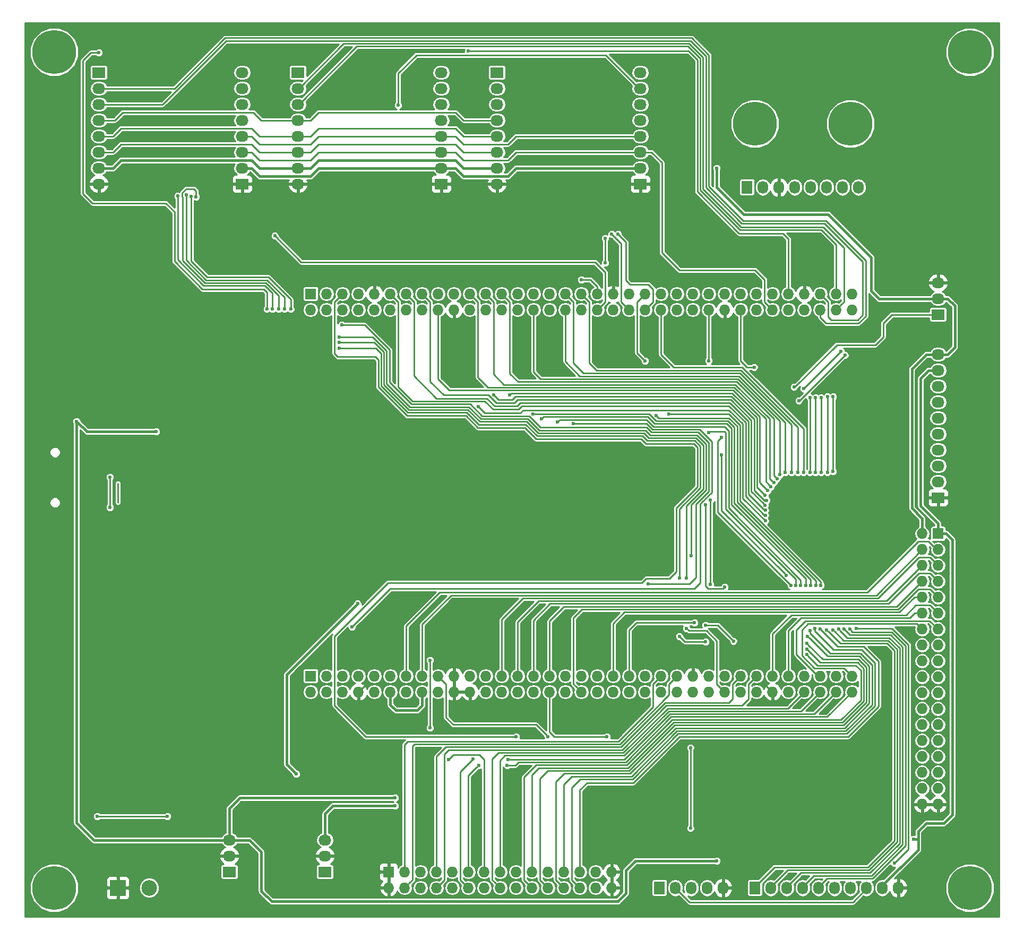
<source format=gbr>
G04 #@! TF.FileFunction,Copper,L2,Bot,Signal*
%FSLAX46Y46*%
G04 Gerber Fmt 4.6, Leading zero omitted, Abs format (unit mm)*
G04 Created by KiCad (PCBNEW 4.0.3-stable) date 01/27/17 20:04:36*
%MOMM*%
%LPD*%
G01*
G04 APERTURE LIST*
%ADD10C,0.100000*%
%ADD11R,1.727200X1.727200*%
%ADD12O,1.727200X1.727200*%
%ADD13R,2.500000X2.500000*%
%ADD14C,2.500000*%
%ADD15R,1.727200X2.032000*%
%ADD16O,1.727200X2.032000*%
%ADD17R,2.032000X1.727200*%
%ADD18O,2.032000X1.727200*%
%ADD19C,7.000000*%
%ADD20C,0.600000*%
%ADD21C,0.250000*%
%ADD22C,0.400000*%
%ADD23C,0.254000*%
G04 APERTURE END LIST*
D10*
D11*
X63754000Y-126238000D03*
D12*
X63754000Y-128778000D03*
X66294000Y-126238000D03*
X66294000Y-128778000D03*
X68834000Y-126238000D03*
X68834000Y-128778000D03*
X71374000Y-126238000D03*
X71374000Y-128778000D03*
X73914000Y-126238000D03*
X73914000Y-128778000D03*
X76454000Y-126238000D03*
X76454000Y-128778000D03*
X78994000Y-126238000D03*
X78994000Y-128778000D03*
X81534000Y-126238000D03*
X81534000Y-128778000D03*
X84074000Y-126238000D03*
X84074000Y-128778000D03*
X86614000Y-126238000D03*
X86614000Y-128778000D03*
X89154000Y-126238000D03*
X89154000Y-128778000D03*
X91694000Y-126238000D03*
X91694000Y-128778000D03*
X94234000Y-126238000D03*
X94234000Y-128778000D03*
X96774000Y-126238000D03*
X96774000Y-128778000D03*
X99314000Y-126238000D03*
X99314000Y-128778000D03*
X101854000Y-126238000D03*
X101854000Y-128778000D03*
X104394000Y-126238000D03*
X104394000Y-128778000D03*
X106934000Y-126238000D03*
X106934000Y-128778000D03*
X109474000Y-126238000D03*
X109474000Y-128778000D03*
X112014000Y-126238000D03*
X112014000Y-128778000D03*
X114554000Y-126238000D03*
X114554000Y-128778000D03*
X117094000Y-126238000D03*
X117094000Y-128778000D03*
X119634000Y-126238000D03*
X119634000Y-128778000D03*
X122174000Y-126238000D03*
X122174000Y-128778000D03*
X124714000Y-126238000D03*
X124714000Y-128778000D03*
X127254000Y-126238000D03*
X127254000Y-128778000D03*
X129794000Y-126238000D03*
X129794000Y-128778000D03*
X132334000Y-126238000D03*
X132334000Y-128778000D03*
X134874000Y-126238000D03*
X134874000Y-128778000D03*
X137414000Y-126238000D03*
X137414000Y-128778000D03*
X139954000Y-126238000D03*
X139954000Y-128778000D03*
X142494000Y-126238000D03*
X142494000Y-128778000D03*
X145034000Y-126238000D03*
X145034000Y-128778000D03*
X147574000Y-126238000D03*
X147574000Y-128778000D03*
X150114000Y-126238000D03*
X150114000Y-128778000D03*
D13*
X33020000Y-160020000D03*
D14*
X38020000Y-160020000D03*
D15*
X133350000Y-48260000D03*
D16*
X135890000Y-48260000D03*
X138430000Y-48260000D03*
X140970000Y-48260000D03*
X143510000Y-48260000D03*
X146050000Y-48260000D03*
X148590000Y-48260000D03*
X151130000Y-48260000D03*
D11*
X63754000Y-65278000D03*
D12*
X63754000Y-67818000D03*
X66294000Y-65278000D03*
X66294000Y-67818000D03*
X68834000Y-65278000D03*
X68834000Y-67818000D03*
X71374000Y-65278000D03*
X71374000Y-67818000D03*
X73914000Y-65278000D03*
X73914000Y-67818000D03*
X76454000Y-65278000D03*
X76454000Y-67818000D03*
X78994000Y-65278000D03*
X78994000Y-67818000D03*
X81534000Y-65278000D03*
X81534000Y-67818000D03*
X84074000Y-65278000D03*
X84074000Y-67818000D03*
X86614000Y-65278000D03*
X86614000Y-67818000D03*
X89154000Y-65278000D03*
X89154000Y-67818000D03*
X91694000Y-65278000D03*
X91694000Y-67818000D03*
X94234000Y-65278000D03*
X94234000Y-67818000D03*
X96774000Y-65278000D03*
X96774000Y-67818000D03*
X99314000Y-65278000D03*
X99314000Y-67818000D03*
X101854000Y-65278000D03*
X101854000Y-67818000D03*
X104394000Y-65278000D03*
X104394000Y-67818000D03*
X106934000Y-65278000D03*
X106934000Y-67818000D03*
X109474000Y-65278000D03*
X109474000Y-67818000D03*
X112014000Y-65278000D03*
X112014000Y-67818000D03*
X114554000Y-65278000D03*
X114554000Y-67818000D03*
X117094000Y-65278000D03*
X117094000Y-67818000D03*
X119634000Y-65278000D03*
X119634000Y-67818000D03*
X122174000Y-65278000D03*
X122174000Y-67818000D03*
X124714000Y-65278000D03*
X124714000Y-67818000D03*
X127254000Y-65278000D03*
X127254000Y-67818000D03*
X129794000Y-65278000D03*
X129794000Y-67818000D03*
X132334000Y-65278000D03*
X132334000Y-67818000D03*
X134874000Y-65278000D03*
X134874000Y-67818000D03*
X137414000Y-65278000D03*
X137414000Y-67818000D03*
X139954000Y-65278000D03*
X139954000Y-67818000D03*
X142494000Y-65278000D03*
X142494000Y-67818000D03*
X145034000Y-65278000D03*
X145034000Y-67818000D03*
X147574000Y-65278000D03*
X147574000Y-67818000D03*
X150114000Y-65278000D03*
X150114000Y-67818000D03*
D15*
X134620000Y-160020000D03*
D16*
X137160000Y-160020000D03*
X139700000Y-160020000D03*
X142240000Y-160020000D03*
X144780000Y-160020000D03*
X147320000Y-160020000D03*
X149860000Y-160020000D03*
X152400000Y-160020000D03*
X154940000Y-160020000D03*
X157480000Y-160020000D03*
D15*
X119380000Y-160020000D03*
D16*
X121920000Y-160020000D03*
X124460000Y-160020000D03*
X127000000Y-160020000D03*
X129540000Y-160020000D03*
D17*
X29972000Y-29972000D03*
D18*
X29972000Y-32512000D03*
X29972000Y-35052000D03*
X29972000Y-37592000D03*
X29972000Y-40132000D03*
X29972000Y-42672000D03*
X29972000Y-45212000D03*
X29972000Y-47752000D03*
D17*
X61722000Y-29972000D03*
D18*
X61722000Y-32512000D03*
X61722000Y-35052000D03*
X61722000Y-37592000D03*
X61722000Y-40132000D03*
X61722000Y-42672000D03*
X61722000Y-45212000D03*
X61722000Y-47752000D03*
D17*
X93472000Y-29972000D03*
D18*
X93472000Y-32512000D03*
X93472000Y-35052000D03*
X93472000Y-37592000D03*
X93472000Y-40132000D03*
X93472000Y-42672000D03*
X93472000Y-45212000D03*
X93472000Y-47752000D03*
D17*
X52832000Y-47752000D03*
D18*
X52832000Y-45212000D03*
X52832000Y-42672000D03*
X52832000Y-40132000D03*
X52832000Y-37592000D03*
X52832000Y-35052000D03*
X52832000Y-32512000D03*
X52832000Y-29972000D03*
D17*
X84582000Y-47752000D03*
D18*
X84582000Y-45212000D03*
X84582000Y-42672000D03*
X84582000Y-40132000D03*
X84582000Y-37592000D03*
X84582000Y-35052000D03*
X84582000Y-32512000D03*
X84582000Y-29972000D03*
D17*
X116332000Y-47752000D03*
D18*
X116332000Y-45212000D03*
X116332000Y-42672000D03*
X116332000Y-40132000D03*
X116332000Y-37592000D03*
X116332000Y-35052000D03*
X116332000Y-32512000D03*
X116332000Y-29972000D03*
D17*
X66040000Y-157480000D03*
D18*
X66040000Y-154940000D03*
X66040000Y-152400000D03*
D17*
X50800000Y-157480000D03*
D18*
X50800000Y-154940000D03*
X50800000Y-152400000D03*
D17*
X163830000Y-68580000D03*
D18*
X163830000Y-66040000D03*
X163830000Y-63500000D03*
D17*
X163830000Y-97790000D03*
D18*
X163830000Y-95250000D03*
X163830000Y-92710000D03*
X163830000Y-90170000D03*
X163830000Y-87630000D03*
X163830000Y-85090000D03*
X163830000Y-82550000D03*
X163830000Y-80010000D03*
X163830000Y-77470000D03*
X163830000Y-74930000D03*
D11*
X163830000Y-103505000D03*
D12*
X161290000Y-103505000D03*
X163830000Y-106045000D03*
X161290000Y-106045000D03*
X163830000Y-108585000D03*
X161290000Y-108585000D03*
X163830000Y-111125000D03*
X161290000Y-111125000D03*
X163830000Y-113665000D03*
X161290000Y-113665000D03*
X163830000Y-116205000D03*
X161290000Y-116205000D03*
X163830000Y-118745000D03*
X161290000Y-118745000D03*
X163830000Y-121285000D03*
X161290000Y-121285000D03*
X163830000Y-123825000D03*
X161290000Y-123825000D03*
X163830000Y-126365000D03*
X161290000Y-126365000D03*
X163830000Y-128905000D03*
X161290000Y-128905000D03*
X163830000Y-131445000D03*
X161290000Y-131445000D03*
X163830000Y-133985000D03*
X161290000Y-133985000D03*
X163830000Y-136525000D03*
X161290000Y-136525000D03*
X163830000Y-139065000D03*
X161290000Y-139065000D03*
X163830000Y-141605000D03*
X161290000Y-141605000D03*
X163830000Y-144145000D03*
X161290000Y-144145000D03*
X163830000Y-146685000D03*
X161290000Y-146685000D03*
D11*
X76200000Y-157480000D03*
D12*
X76200000Y-160020000D03*
X78740000Y-157480000D03*
X78740000Y-160020000D03*
X81280000Y-157480000D03*
X81280000Y-160020000D03*
X83820000Y-157480000D03*
X83820000Y-160020000D03*
X86360000Y-157480000D03*
X86360000Y-160020000D03*
X88900000Y-157480000D03*
X88900000Y-160020000D03*
X91440000Y-157480000D03*
X91440000Y-160020000D03*
X93980000Y-157480000D03*
X93980000Y-160020000D03*
X96520000Y-157480000D03*
X96520000Y-160020000D03*
X99060000Y-157480000D03*
X99060000Y-160020000D03*
X101600000Y-157480000D03*
X101600000Y-160020000D03*
X104140000Y-157480000D03*
X104140000Y-160020000D03*
X106680000Y-157480000D03*
X106680000Y-160020000D03*
X109220000Y-157480000D03*
X109220000Y-160020000D03*
X111760000Y-157480000D03*
X111760000Y-160020000D03*
D19*
X22860000Y-26670000D03*
D20*
X25485000Y-26670000D03*
X24716155Y-28526155D03*
X22860000Y-29295000D03*
X21003845Y-28526155D03*
X20235000Y-26670000D03*
X21003845Y-24813845D03*
X22860000Y-24045000D03*
X24716155Y-24813845D03*
D19*
X168910000Y-26670000D03*
D20*
X171535000Y-26670000D03*
X170766155Y-28526155D03*
X168910000Y-29295000D03*
X167053845Y-28526155D03*
X166285000Y-26670000D03*
X167053845Y-24813845D03*
X168910000Y-24045000D03*
X170766155Y-24813845D03*
D19*
X168910000Y-160020000D03*
D20*
X171535000Y-160020000D03*
X170766155Y-161876155D03*
X168910000Y-162645000D03*
X167053845Y-161876155D03*
X166285000Y-160020000D03*
X167053845Y-158163845D03*
X168910000Y-157395000D03*
X170766155Y-158163845D03*
D19*
X22860000Y-160020000D03*
D20*
X25485000Y-160020000D03*
X24716155Y-161876155D03*
X22860000Y-162645000D03*
X21003845Y-161876155D03*
X20235000Y-160020000D03*
X21003845Y-158163845D03*
X22860000Y-157395000D03*
X24716155Y-158163845D03*
D19*
X149860000Y-38100000D03*
D20*
X152485000Y-38100000D03*
X151716155Y-39956155D03*
X149860000Y-40725000D03*
X148003845Y-39956155D03*
X147235000Y-38100000D03*
X148003845Y-36243845D03*
X149860000Y-35475000D03*
X151716155Y-36243845D03*
D19*
X134620000Y-38100000D03*
D20*
X137245000Y-38100000D03*
X136476155Y-39956155D03*
X134620000Y-40725000D03*
X132763845Y-39956155D03*
X131995000Y-38100000D03*
X132763845Y-36243845D03*
X134620000Y-35475000D03*
X136476155Y-36243845D03*
X105664000Y-85966946D03*
X70358000Y-118364000D03*
X106934000Y-62992000D03*
X29718000Y-148590000D03*
X40894000Y-148590000D03*
X134747000Y-107950000D03*
X72644000Y-123698000D03*
X136144000Y-123571000D03*
X128524000Y-45212000D03*
X77216000Y-146939000D03*
X61468000Y-141859000D03*
X71247000Y-114681000D03*
X128524000Y-155702000D03*
X159893000Y-152273000D03*
X39116000Y-87249000D03*
X26416000Y-85598000D03*
X77216000Y-145669000D03*
X110998000Y-135890000D03*
X124333000Y-150495000D03*
X124333000Y-137668000D03*
X31750000Y-99314000D03*
X31750000Y-94488000D03*
X43910469Y-49483052D03*
X59563000Y-67691000D03*
X124967982Y-117729000D03*
X45466000Y-49784000D03*
X58674000Y-67691000D03*
X68326000Y-72136000D03*
X124460000Y-107061000D03*
X44667034Y-49743107D03*
X60579000Y-67691000D03*
X117602000Y-111506000D03*
X68707000Y-70231000D03*
X142367000Y-80391000D03*
X127508000Y-111633000D03*
X127508000Y-98171000D03*
X148336000Y-74422000D03*
X129794000Y-112014000D03*
X148971000Y-75057000D03*
X141605000Y-82296000D03*
X126746000Y-98933000D03*
X123698000Y-118618000D03*
X123698000Y-110617000D03*
X68326000Y-73025000D03*
X57658000Y-67691000D03*
X42545000Y-49657000D03*
X122555000Y-119888000D03*
X56769000Y-67691000D03*
X68326000Y-73914000D03*
X122555000Y-110617000D03*
X126746000Y-120777000D03*
X126746000Y-118110000D03*
X131191000Y-120650000D03*
X29972000Y-26797000D03*
X139633949Y-110175051D03*
X129286000Y-90932000D03*
X136271000Y-100584000D03*
X147066000Y-118872000D03*
X136275181Y-99773409D03*
X147955000Y-118745000D03*
X77724000Y-35179000D03*
X136228175Y-98974779D03*
X148844000Y-118745000D03*
X90487771Y-83248229D03*
X136272682Y-101471318D03*
X146050000Y-118872000D03*
X136457312Y-98208283D03*
X92964000Y-81407000D03*
X149733000Y-118745000D03*
X136255331Y-97434189D03*
X156845000Y-156083000D03*
X95504000Y-81407000D03*
X150749000Y-118605946D03*
X58039000Y-56007000D03*
X110744000Y-56388000D03*
X110744000Y-60325000D03*
X111759994Y-55753000D03*
X112775998Y-55753000D03*
X88899996Y-26543000D03*
X101600000Y-135890000D03*
X95250000Y-139547600D03*
X89662000Y-139446000D03*
X90551018Y-140462000D03*
X95097600Y-140462000D03*
X82804000Y-123698000D03*
X85725000Y-139573000D03*
X82804000Y-134493000D03*
X96520000Y-135890000D03*
X140843000Y-80137000D03*
X99187271Y-84454728D03*
X143535052Y-111760000D03*
X143453043Y-118999000D03*
X142735039Y-111760000D03*
X143003032Y-119888000D03*
X100584000Y-85217000D03*
X141935026Y-111760000D03*
X142875000Y-121031000D03*
X103124000Y-85725000D03*
X118874387Y-84706613D03*
X144335065Y-111760000D03*
X144184824Y-118675712D03*
X120904000Y-84455000D03*
X117094000Y-75946000D03*
X145034000Y-118745000D03*
X145135078Y-111760000D03*
X141135013Y-111760000D03*
X142875000Y-121920000D03*
X127254000Y-75946000D03*
X127254000Y-87376000D03*
X134493000Y-76962000D03*
X142875000Y-122809000D03*
X140335000Y-111760000D03*
X129286000Y-88138000D03*
X136652000Y-96647000D03*
X137155201Y-96025062D03*
X137631748Y-95382471D03*
X138136012Y-94761394D03*
X138609104Y-94116256D03*
X140462000Y-93726000D03*
X139446000Y-93726000D03*
X141478000Y-93726000D03*
X143383000Y-93726000D03*
X143383000Y-81788000D03*
X142367000Y-93726000D03*
X144272000Y-81788000D03*
X144272000Y-93726000D03*
X145161000Y-81788000D03*
X145161000Y-93726000D03*
X146177000Y-81661000D03*
X146177000Y-93726000D03*
X147066000Y-81661000D03*
X147066000Y-93599000D03*
D21*
X33020000Y-98552000D02*
X33020000Y-95504000D01*
X76454000Y-112268000D02*
X124968000Y-112268000D01*
X125857000Y-98813053D02*
X126160103Y-98509951D01*
X125773000Y-86903945D02*
X118278588Y-86903945D01*
X127726055Y-88857000D02*
X125773000Y-86903945D01*
X124968000Y-112268000D02*
X125857000Y-111379000D01*
X70358000Y-118364000D02*
X76454000Y-112268000D01*
X117341589Y-85966946D02*
X106088264Y-85966946D01*
X118278588Y-86903945D02*
X117341589Y-85966946D01*
X106088264Y-85966946D02*
X105664000Y-85966946D01*
X127726055Y-96944000D02*
X127726055Y-88857000D01*
X125857000Y-111379000D02*
X125857000Y-98813053D01*
X126160103Y-98509951D02*
X127726055Y-96944000D01*
X109474000Y-64135000D02*
X108331000Y-62992000D01*
X108331000Y-62992000D02*
X106934000Y-62992000D01*
X109474000Y-65278000D02*
X109474000Y-64135000D01*
X29718000Y-148590000D02*
X40894000Y-148590000D01*
X71374000Y-128778000D02*
X72644000Y-127508000D01*
X72644000Y-127508000D02*
X72644000Y-123698000D01*
X137414000Y-128778000D02*
X136144000Y-127508000D01*
X136144000Y-127508000D02*
X136144000Y-123571000D01*
D22*
X163830000Y-66040000D02*
X165354000Y-66040000D01*
X166497000Y-73787000D02*
X165354000Y-74930000D01*
X165354000Y-74930000D02*
X163830000Y-74930000D01*
X166497000Y-67183000D02*
X166497000Y-73787000D01*
X165354000Y-66040000D02*
X166497000Y-67183000D01*
X146304000Y-52578000D02*
X153162000Y-59436000D01*
X128524000Y-45212000D02*
X128524000Y-48260000D01*
X132842000Y-52578000D02*
X146304000Y-52578000D01*
X128524000Y-48260000D02*
X132842000Y-52578000D01*
X154432000Y-66040000D02*
X163830000Y-66040000D01*
X153162000Y-64770000D02*
X154432000Y-66040000D01*
X153162000Y-59436000D02*
X153162000Y-64770000D01*
X77216000Y-146939000D02*
X67310000Y-146939000D01*
X66040000Y-148209000D02*
X66040000Y-152400000D01*
X67310000Y-146939000D02*
X66040000Y-148209000D01*
X59944000Y-140335000D02*
X61468000Y-141859000D01*
X59944000Y-125984000D02*
X59944000Y-140335000D01*
X71247000Y-114681000D02*
X59944000Y-125984000D01*
X161290000Y-103505000D02*
X161290000Y-101092000D01*
X161290000Y-101092000D02*
X159639000Y-99441000D01*
X159639000Y-99441000D02*
X159639000Y-77216000D01*
X159639000Y-77216000D02*
X161925000Y-74930000D01*
X161925000Y-74930000D02*
X163830000Y-74930000D01*
X84582000Y-45212000D02*
X65024000Y-45212000D01*
X54356000Y-45212000D02*
X52832000Y-45212000D01*
X55626000Y-46482000D02*
X54356000Y-45212000D01*
X63754000Y-46482000D02*
X55626000Y-46482000D01*
X65024000Y-45212000D02*
X63754000Y-46482000D01*
X116332000Y-45212000D02*
X96520000Y-45212000D01*
X86868000Y-45212000D02*
X84582000Y-45212000D01*
X88138000Y-46482000D02*
X86868000Y-45212000D01*
X95250000Y-46482000D02*
X88138000Y-46482000D01*
X96520000Y-45212000D02*
X95250000Y-46482000D01*
X81534000Y-128778000D02*
X81534000Y-130937000D01*
X76454000Y-130810000D02*
X76454000Y-128778000D01*
X77343000Y-131699000D02*
X76454000Y-130810000D01*
X80772000Y-131699000D02*
X77343000Y-131699000D01*
X81534000Y-130937000D02*
X80772000Y-131699000D01*
X160655000Y-152273000D02*
X159893000Y-152273000D01*
X57531000Y-162179000D02*
X55880000Y-160528000D01*
X112776000Y-162179000D02*
X57531000Y-162179000D01*
X114046000Y-160909000D02*
X112776000Y-162179000D01*
X114046000Y-157226000D02*
X114046000Y-160909000D01*
X115570000Y-155702000D02*
X114046000Y-157226000D01*
X128524000Y-155702000D02*
X115570000Y-155702000D01*
X53975000Y-152400000D02*
X50800000Y-152400000D01*
X55880000Y-160528000D02*
X55880000Y-154305000D01*
X55880000Y-154305000D02*
X53975000Y-152400000D01*
X26416000Y-85598000D02*
X26416000Y-149606000D01*
X26416000Y-149606000D02*
X29210000Y-152400000D01*
X29210000Y-152400000D02*
X50800000Y-152400000D01*
X28067000Y-87249000D02*
X39116000Y-87249000D01*
X26416000Y-85598000D02*
X28067000Y-87249000D01*
X77216000Y-145669000D02*
X52451000Y-145669000D01*
X52451000Y-145669000D02*
X50800000Y-147320000D01*
X50800000Y-147320000D02*
X50800000Y-152400000D01*
X154940000Y-160020000D02*
X154940000Y-159639000D01*
X154940000Y-159639000D02*
X160655000Y-153924000D01*
X160655000Y-153924000D02*
X160655000Y-152273000D01*
X160655000Y-152273000D02*
X160655000Y-151003000D01*
X160655000Y-151003000D02*
X161925000Y-149733000D01*
X161925000Y-149733000D02*
X164719000Y-149733000D01*
X164719000Y-149733000D02*
X166116000Y-148336000D01*
X166116000Y-148336000D02*
X166116000Y-104521000D01*
X166116000Y-104521000D02*
X165100000Y-103505000D01*
X165100000Y-103505000D02*
X163830000Y-103505000D01*
X163830000Y-103505000D02*
X163830000Y-101854000D01*
X163830000Y-101854000D02*
X161036000Y-99060000D01*
X161036000Y-99060000D02*
X161036000Y-78740000D01*
X161036000Y-78740000D02*
X162306000Y-77470000D01*
X162306000Y-77470000D02*
X163830000Y-77470000D01*
X61722000Y-45212000D02*
X55626000Y-45212000D01*
X32258000Y-45212000D02*
X29972000Y-45212000D01*
X33528000Y-43942000D02*
X32258000Y-45212000D01*
X54356000Y-43942000D02*
X33528000Y-43942000D01*
X55626000Y-45212000D02*
X54356000Y-43942000D01*
X93472000Y-45212000D02*
X88138000Y-45212000D01*
X63754000Y-45212000D02*
X61722000Y-45212000D01*
X65024000Y-43942000D02*
X63754000Y-45212000D01*
X86868000Y-43942000D02*
X65024000Y-43942000D01*
X88138000Y-45212000D02*
X86868000Y-43942000D01*
D21*
X101854000Y-135128000D02*
X102616000Y-135890000D01*
X102616000Y-135890000D02*
X110998000Y-135890000D01*
X101854000Y-128778000D02*
X101854000Y-135128000D01*
X124333000Y-137668000D02*
X124333000Y-150495000D01*
X31750000Y-99314000D02*
X31750000Y-94488000D01*
X43910469Y-49907316D02*
X43910469Y-49483052D01*
X43910469Y-59913880D02*
X43910469Y-49907316D01*
X56836601Y-63061011D02*
X47057600Y-63061011D01*
X59563000Y-65787410D02*
X56836601Y-63061011D01*
X59563000Y-67691000D02*
X59563000Y-65787410D01*
X47057600Y-63061011D02*
X43910469Y-59913880D01*
X114554000Y-126238000D02*
X114554000Y-118872000D01*
X114554000Y-118872000D02*
X115697000Y-117729000D01*
X115697000Y-117729000D02*
X124543718Y-117729000D01*
X124543718Y-117729000D02*
X124967982Y-117729000D01*
X124460000Y-98937233D02*
X126826033Y-96571200D01*
X126826033Y-96571200D02*
X126826033Y-89229800D01*
X126826033Y-89229800D02*
X125400200Y-87803967D01*
X79622208Y-83300978D02*
X75899033Y-79577803D01*
X125400200Y-87803967D02*
X117905788Y-87803967D01*
X73662822Y-72136000D02*
X68750264Y-72136000D01*
X75899033Y-74372211D02*
X73662822Y-72136000D01*
X75899033Y-79577803D02*
X75899033Y-74372211D01*
X98418206Y-85205975D02*
X90925206Y-85205975D01*
X90925206Y-85205975D02*
X89020210Y-83300978D01*
X100254198Y-87041967D02*
X98418206Y-85205975D01*
X124460000Y-107061000D02*
X124460000Y-98937233D01*
X117905788Y-87803967D02*
X117143788Y-87041967D01*
X89020210Y-83300978D02*
X79622208Y-83300978D01*
X117143788Y-87041967D02*
X100254198Y-87041967D01*
X68750264Y-72136000D02*
X68326000Y-72136000D01*
X45466000Y-48851736D02*
X45466000Y-49359736D01*
X43942000Y-48514000D02*
X45128264Y-48514000D01*
X43285467Y-49170533D02*
X43942000Y-48514000D01*
X43285467Y-49783054D02*
X43285467Y-49170533D01*
X43307000Y-59946822D02*
X43307000Y-49804587D01*
X46871200Y-63511022D02*
X43307000Y-59946822D01*
X56650202Y-63511022D02*
X46871200Y-63511022D01*
X45466000Y-49359736D02*
X45466000Y-49784000D01*
X43307000Y-49804587D02*
X43285467Y-49783054D01*
X58674000Y-65534820D02*
X56650202Y-63511022D01*
X58674000Y-67691000D02*
X58674000Y-65534820D01*
X45128264Y-48514000D02*
X45466000Y-48851736D01*
X60579000Y-67691000D02*
X60579000Y-66167000D01*
X57023000Y-62611000D02*
X47244000Y-62611000D01*
X60579000Y-66167000D02*
X57023000Y-62611000D01*
X47244000Y-62611000D02*
X44667034Y-60034034D01*
X44667034Y-60034034D02*
X44667034Y-50167371D01*
X44667034Y-50167371D02*
X44667034Y-49743107D01*
X69131264Y-70231000D02*
X68707000Y-70231000D01*
X100440598Y-86591956D02*
X98604606Y-84755964D01*
X89206610Y-82850967D02*
X79808607Y-82850967D01*
X76349044Y-74185811D02*
X72394233Y-70231000D01*
X98604606Y-84755964D02*
X91111606Y-84755964D01*
X76349044Y-79391404D02*
X76349044Y-74185811D01*
X117602000Y-111506000D02*
X124206000Y-111506000D01*
X117330188Y-86591956D02*
X100440598Y-86591956D01*
X125222000Y-98811643D02*
X127276044Y-96757600D01*
X125586600Y-87353956D02*
X118092188Y-87353956D01*
X127276044Y-96757600D02*
X127276044Y-89043400D01*
X124206000Y-111506000D02*
X125222000Y-110490000D01*
X118092188Y-87353956D02*
X117330188Y-86591956D01*
X125222000Y-110490000D02*
X125222000Y-98811643D01*
X79808607Y-82850967D02*
X76349044Y-79391404D01*
X91111606Y-84755964D02*
X89206610Y-82850967D01*
X72394233Y-70231000D02*
X69131264Y-70231000D01*
X127276044Y-89043400D02*
X125586600Y-87353956D01*
X127508000Y-98679000D02*
X127508000Y-111633000D01*
X127508000Y-98171000D02*
X127508000Y-98679000D01*
X148336000Y-74422000D02*
X142367000Y-80391000D01*
X148971000Y-75057000D02*
X141732000Y-82296000D01*
X141732000Y-82296000D02*
X141605000Y-82296000D01*
X126746000Y-98933000D02*
X126746000Y-111887000D01*
X126746000Y-111887000D02*
X127127000Y-112268000D01*
X127127000Y-112268000D02*
X129540000Y-112268000D01*
X129540000Y-112268000D02*
X129794000Y-112014000D01*
X123997999Y-118917999D02*
X123698000Y-118618000D01*
X124079000Y-118999000D02*
X123997999Y-118917999D01*
X126873000Y-118999000D02*
X124079000Y-118999000D01*
X128524000Y-120650000D02*
X126873000Y-118999000D01*
X128524000Y-127508000D02*
X128524000Y-120650000D01*
X129794000Y-128778000D02*
X128524000Y-127508000D01*
X126376022Y-89416200D02*
X125213800Y-88253978D01*
X88833810Y-83750989D02*
X79435809Y-83750989D01*
X68750264Y-73025000D02*
X68326000Y-73025000D01*
X123698000Y-110617000D02*
X123698000Y-99062820D01*
X73915411Y-73025000D02*
X68750264Y-73025000D01*
X117719388Y-88253978D02*
X116957388Y-87491978D01*
X98231810Y-85655989D02*
X90738809Y-85655989D01*
X100067798Y-87491978D02*
X98231810Y-85655989D01*
X123698000Y-99062820D02*
X126376022Y-96384800D01*
X116957388Y-87491978D02*
X100067798Y-87491978D01*
X75449022Y-74558611D02*
X73915411Y-73025000D01*
X126376022Y-96384800D02*
X126376022Y-89416200D01*
X75449022Y-79764202D02*
X75449022Y-74558611D01*
X90738809Y-85655989D02*
X88833810Y-83750989D01*
X79435809Y-83750989D02*
X75449022Y-79764202D01*
X125213800Y-88253978D02*
X117719388Y-88253978D01*
X42545000Y-50081264D02*
X42545000Y-49657000D01*
X56463803Y-63961033D02*
X46684800Y-63961033D01*
X57658000Y-65155230D02*
X56463803Y-63961033D01*
X46684800Y-63961033D02*
X42545000Y-59821233D01*
X42545000Y-59821233D02*
X42545000Y-50081264D01*
X57658000Y-67691000D02*
X57658000Y-65155230D01*
X122854999Y-120187999D02*
X122555000Y-119888000D01*
X126746000Y-120777000D02*
X123444000Y-120777000D01*
X123444000Y-120777000D02*
X122854999Y-120187999D01*
X122555000Y-99569410D02*
X125926011Y-96198400D01*
X74168000Y-73914000D02*
X68750264Y-73914000D01*
X74999011Y-74745011D02*
X74168000Y-73914000D01*
X79249410Y-84201000D02*
X74999011Y-79950601D01*
X88647410Y-84201000D02*
X79249410Y-84201000D01*
X98045410Y-86106000D02*
X90552410Y-86106000D01*
X99881399Y-87941989D02*
X98045410Y-86106000D01*
X116645400Y-87941989D02*
X99881399Y-87941989D01*
X125027400Y-88703989D02*
X117407400Y-88703989D01*
X125926011Y-96198400D02*
X125926011Y-89602600D01*
X122555000Y-110617000D02*
X122555000Y-99569410D01*
X74999011Y-79950601D02*
X74999011Y-74745011D01*
X68750264Y-73914000D02*
X68326000Y-73914000D01*
X117407400Y-88703989D02*
X116645400Y-87941989D01*
X125926011Y-89602600D02*
X125027400Y-88703989D01*
X90552410Y-86106000D02*
X88647410Y-84201000D01*
X56769000Y-67691000D02*
X56769000Y-65024000D01*
X56769000Y-65024000D02*
X56261000Y-64516000D01*
X56261000Y-64516000D02*
X46482000Y-64516000D01*
X46482000Y-64516000D02*
X42037000Y-60071000D01*
X42037000Y-60071000D02*
X42037000Y-52197000D01*
X27432000Y-28067000D02*
X28702000Y-26797000D01*
X42037000Y-52197000D02*
X40640000Y-50800000D01*
X27432000Y-49276000D02*
X27432000Y-28067000D01*
X40640000Y-50800000D02*
X28956000Y-50800000D01*
X28956000Y-50800000D02*
X27432000Y-49276000D01*
X28702000Y-26797000D02*
X29972000Y-26797000D01*
X128651000Y-118110000D02*
X126746000Y-118110000D01*
X131191000Y-120650000D02*
X128651000Y-118110000D01*
X139333950Y-109875052D02*
X139633949Y-110175051D01*
X129286000Y-90932000D02*
X129286000Y-99827102D01*
X129286000Y-99827102D02*
X139333950Y-109875052D01*
X92837000Y-83693000D02*
X91544956Y-82400956D01*
X97409000Y-83185000D02*
X96901000Y-83693000D01*
X136271000Y-100584000D02*
X136162641Y-100584000D01*
X77724000Y-66548000D02*
X77317599Y-66141599D01*
X96901000Y-83693000D02*
X92837000Y-83693000D01*
X91544956Y-82400956D02*
X79995006Y-82400956D01*
X130507888Y-83185000D02*
X97409000Y-83185000D01*
X133140088Y-97561447D02*
X133140088Y-85817200D01*
X77724000Y-80129950D02*
X77724000Y-66548000D01*
X77317599Y-66141599D02*
X76454000Y-65278000D01*
X133140088Y-85817200D02*
X130507888Y-83185000D01*
X136162641Y-100584000D02*
X133140088Y-97561447D01*
X79995006Y-82400956D02*
X77724000Y-80129950D01*
X148774989Y-120580989D02*
X147365999Y-119171999D01*
X139859589Y-157168011D02*
X152833348Y-157168011D01*
X157295011Y-121987600D02*
X155888400Y-120580989D01*
X137160000Y-160020000D02*
X137160000Y-159867600D01*
X147365999Y-119171999D02*
X147066000Y-118872000D01*
X137160000Y-159867600D02*
X139859589Y-157168011D01*
X152833348Y-157168011D02*
X157295011Y-152706349D01*
X157295011Y-152706349D02*
X157295011Y-121987600D01*
X155888400Y-120580989D02*
X148774989Y-120580989D01*
X83855945Y-81950945D02*
X91856945Y-81950945D01*
X136104437Y-99773409D02*
X136275181Y-99773409D01*
X93091000Y-83185000D02*
X96647000Y-83185000D01*
X130636299Y-82677000D02*
X133590099Y-85630800D01*
X80264000Y-66548000D02*
X80264000Y-78359000D01*
X78994000Y-65278000D02*
X80264000Y-66548000D01*
X96647000Y-83185000D02*
X97155000Y-82677000D01*
X91856945Y-81950945D02*
X93091000Y-83185000D01*
X133590099Y-97259071D02*
X136104437Y-99773409D01*
X97155000Y-82677000D02*
X130636299Y-82677000D01*
X80264000Y-78359000D02*
X83855945Y-81950945D01*
X133590099Y-85630800D02*
X133590099Y-97259071D01*
X148254999Y-119044999D02*
X147955000Y-118745000D01*
X157745022Y-152892748D02*
X157745022Y-121801200D01*
X149340978Y-120130978D02*
X148254999Y-119044999D01*
X153019747Y-157618022D02*
X157745022Y-152892748D01*
X141949578Y-157618022D02*
X153019747Y-157618022D01*
X139700000Y-159867600D02*
X141949578Y-157618022D01*
X139700000Y-160020000D02*
X139700000Y-159867600D01*
X156074800Y-120130978D02*
X149340978Y-120130978D01*
X157745022Y-121801200D02*
X156074800Y-120130978D01*
X77724000Y-35179000D02*
X77724000Y-30099000D01*
X77724000Y-30099000D02*
X80654999Y-27168001D01*
X80654999Y-27168001D02*
X110835601Y-27168001D01*
X110835601Y-27168001D02*
X116179600Y-32512000D01*
X116179600Y-32512000D02*
X116332000Y-32512000D01*
X134040110Y-85444400D02*
X134040110Y-96786714D01*
X135928176Y-98674780D02*
X136228175Y-98974779D01*
X134040110Y-96786714D02*
X135928176Y-98674780D01*
X96774000Y-82169000D02*
X130764710Y-82169000D01*
X82804000Y-79248000D02*
X84963000Y-81407000D01*
X82804000Y-66548000D02*
X82804000Y-79248000D01*
X81534000Y-65278000D02*
X82804000Y-66548000D01*
X93345000Y-82677000D02*
X96266000Y-82677000D01*
X84963000Y-81407000D02*
X92075000Y-81407000D01*
X130764710Y-82169000D02*
X134040110Y-85444400D01*
X92075000Y-81407000D02*
X93345000Y-82677000D01*
X96266000Y-82677000D02*
X96774000Y-82169000D01*
X149779967Y-119680967D02*
X149143999Y-119044999D01*
X149143999Y-119044999D02*
X148844000Y-118745000D01*
X158195033Y-153079147D02*
X158195033Y-121614800D01*
X153206146Y-158068033D02*
X158195033Y-153079147D01*
X142240000Y-160020000D02*
X142240000Y-159867600D01*
X156261200Y-119680967D02*
X149779967Y-119680967D01*
X142240000Y-159867600D02*
X144039567Y-158068033D01*
X158195033Y-121614800D02*
X156261200Y-119680967D01*
X144039567Y-158068033D02*
X153206146Y-158068033D01*
X84582000Y-40132000D02*
X86868000Y-40132000D01*
X116332000Y-40132000D02*
X96520000Y-40132000D01*
X96520000Y-40132000D02*
X95250000Y-41402000D01*
X95250000Y-41402000D02*
X88138000Y-41402000D01*
X88138000Y-41402000D02*
X86868000Y-40132000D01*
X54356000Y-40132000D02*
X52832000Y-40132000D01*
X86868000Y-40132000D02*
X65024000Y-40132000D01*
X65024000Y-40132000D02*
X63754000Y-41402000D01*
X63754000Y-41402000D02*
X55626000Y-41402000D01*
X55626000Y-41402000D02*
X54356000Y-40132000D01*
X97663000Y-83820000D02*
X97177044Y-84305956D01*
X91545498Y-84305956D02*
X90787770Y-83548228D01*
X97177044Y-84305956D02*
X91545498Y-84305956D01*
X90787770Y-83548228D02*
X90487771Y-83248229D01*
X130506477Y-83820000D02*
X97663000Y-83820000D01*
X136272682Y-101471318D02*
X132690077Y-97888713D01*
X132690077Y-97888713D02*
X132690077Y-86003600D01*
X132690077Y-86003600D02*
X130506477Y-83820000D01*
X134620000Y-159867600D02*
X137769600Y-156718000D01*
X148209000Y-121031000D02*
X146349999Y-119171999D01*
X156845000Y-152519950D02*
X156845000Y-122174000D01*
X137769600Y-156718000D02*
X152646949Y-156718000D01*
X134620000Y-160020000D02*
X134620000Y-159867600D01*
X152646949Y-156718000D02*
X156845000Y-152519950D01*
X156845000Y-122174000D02*
X155702000Y-121031000D01*
X155702000Y-121031000D02*
X148209000Y-121031000D01*
X146349999Y-119171999D02*
X146050000Y-118872000D01*
X134490121Y-96592964D02*
X136105440Y-98208283D01*
X136105440Y-98208283D02*
X136457312Y-98208283D01*
X92964000Y-81407000D02*
X93726000Y-82169000D01*
X134490121Y-85258000D02*
X134490121Y-96592964D01*
X93726000Y-82169000D02*
X95885000Y-82169000D01*
X96393000Y-81661000D02*
X130893121Y-81661000D01*
X130893121Y-81661000D02*
X134490121Y-85258000D01*
X95885000Y-82169000D02*
X96393000Y-81661000D01*
X144780000Y-160020000D02*
X144780000Y-159867600D01*
X146129556Y-158518044D02*
X153392545Y-158518044D01*
X153392545Y-158518044D02*
X158645044Y-153265546D01*
X156447600Y-119230956D02*
X150218956Y-119230956D01*
X150218956Y-119230956D02*
X150032999Y-119044999D01*
X144780000Y-159867600D02*
X146129556Y-158518044D01*
X158645044Y-153265546D02*
X158645044Y-121428400D01*
X150032999Y-119044999D02*
X149733000Y-118745000D01*
X158645044Y-121428400D02*
X156447600Y-119230956D01*
X134940132Y-96118990D02*
X135955332Y-97134190D01*
X135955332Y-97134190D02*
X136255331Y-97434189D01*
X134940132Y-85071600D02*
X134940132Y-96118990D01*
X130975533Y-81107001D02*
X134940132Y-85071600D01*
X95803999Y-81107001D02*
X130975533Y-81107001D01*
X95504000Y-81407000D02*
X95803999Y-81107001D01*
X159095055Y-153416000D02*
X159095055Y-153832945D01*
X159095055Y-153832945D02*
X156845000Y-156083000D01*
X150749000Y-118605946D02*
X156459001Y-118605946D01*
X156459001Y-118605946D02*
X159095055Y-121242000D01*
X159095055Y-121242000D02*
X159095055Y-153416000D01*
X159095055Y-153416000D02*
X159095055Y-153451945D01*
X147320000Y-160172400D02*
X147320000Y-160020000D01*
X109474000Y-67818000D02*
X110744000Y-66548000D01*
X62230000Y-60198000D02*
X58039000Y-56007000D01*
X109093000Y-60198000D02*
X62230000Y-60198000D01*
X110744000Y-61849000D02*
X109093000Y-60198000D01*
X110744000Y-66548000D02*
X110744000Y-61849000D01*
X110744000Y-60325000D02*
X110744000Y-56388000D01*
X112059993Y-56052999D02*
X111759994Y-55753000D01*
X113284000Y-57277006D02*
X112059993Y-56052999D01*
X113284000Y-66548000D02*
X113284000Y-57277006D01*
X114554000Y-67818000D02*
X113284000Y-66548000D01*
X117094000Y-67818000D02*
X118364000Y-66548000D01*
X114046000Y-57023002D02*
X112775998Y-55753000D01*
X118364000Y-66548000D02*
X118364000Y-64516000D01*
X118364000Y-64516000D02*
X117602000Y-63754000D01*
X114681000Y-63754000D02*
X114046000Y-63119000D01*
X117602000Y-63754000D02*
X114681000Y-63754000D01*
X114046000Y-63119000D02*
X114046000Y-57023002D01*
X93472000Y-37592000D02*
X88138000Y-37592000D01*
X63754000Y-37592000D02*
X61722000Y-37592000D01*
X65024000Y-36322000D02*
X63754000Y-37592000D01*
X86868000Y-36322000D02*
X65024000Y-36322000D01*
X88138000Y-37592000D02*
X86868000Y-36322000D01*
X61722000Y-37592000D02*
X55880000Y-37592000D01*
X32512000Y-37592000D02*
X29972000Y-37592000D01*
X33782000Y-36322000D02*
X32512000Y-37592000D01*
X54610000Y-36322000D02*
X33782000Y-36322000D01*
X55880000Y-37592000D02*
X54610000Y-36322000D01*
X93472000Y-42672000D02*
X88138000Y-42672000D01*
X63754000Y-42672000D02*
X61722000Y-42672000D01*
X65024000Y-41402000D02*
X63754000Y-42672000D01*
X86868000Y-41402000D02*
X65024000Y-41402000D01*
X88138000Y-42672000D02*
X86868000Y-41402000D01*
X61722000Y-42672000D02*
X55626000Y-42672000D01*
X32258000Y-42672000D02*
X29972000Y-42672000D01*
X33528000Y-41402000D02*
X32258000Y-42672000D01*
X54356000Y-41402000D02*
X33528000Y-41402000D01*
X55626000Y-42672000D02*
X54356000Y-41402000D01*
X93472000Y-40132000D02*
X88138000Y-40132000D01*
X63754000Y-40132000D02*
X61722000Y-40132000D01*
X65024000Y-38862000D02*
X63754000Y-40132000D01*
X86868000Y-38862000D02*
X65024000Y-38862000D01*
X88138000Y-40132000D02*
X86868000Y-38862000D01*
X61722000Y-40132000D02*
X55626000Y-40132000D01*
X32258000Y-40132000D02*
X29972000Y-40132000D01*
X33528000Y-38862000D02*
X32258000Y-40132000D01*
X54356000Y-38862000D02*
X33528000Y-38862000D01*
X55626000Y-40132000D02*
X54356000Y-38862000D01*
X118110000Y-42672000D02*
X116332000Y-42672000D01*
X119761000Y-44323000D02*
X118110000Y-42672000D01*
X119761000Y-58674000D02*
X119761000Y-44323000D01*
X122555000Y-61468000D02*
X119761000Y-58674000D01*
X134620000Y-61468000D02*
X122555000Y-61468000D01*
X136144000Y-62992000D02*
X134620000Y-61468000D01*
X136144000Y-66548000D02*
X136144000Y-62992000D01*
X137414000Y-67818000D02*
X136144000Y-66548000D01*
X84582000Y-42672000D02*
X65024000Y-42672000D01*
X54356000Y-42672000D02*
X52832000Y-42672000D01*
X55626000Y-43942000D02*
X54356000Y-42672000D01*
X63754000Y-43942000D02*
X55626000Y-43942000D01*
X65024000Y-42672000D02*
X63754000Y-43942000D01*
X116332000Y-42672000D02*
X96520000Y-42672000D01*
X86868000Y-42672000D02*
X84582000Y-42672000D01*
X88138000Y-43942000D02*
X86868000Y-42672000D01*
X95250000Y-43942000D02*
X88138000Y-43942000D01*
X96520000Y-42672000D02*
X95250000Y-43942000D01*
X125453956Y-48872956D02*
X125453956Y-48999956D01*
X89324260Y-26543000D02*
X88899996Y-26543000D01*
X125453956Y-48872956D02*
X125453956Y-27923596D01*
X124073360Y-26543000D02*
X89324260Y-26543000D01*
X125453956Y-27923596D02*
X124073360Y-26543000D01*
X139954000Y-56515000D02*
X139954000Y-65278000D01*
X139065000Y-55626000D02*
X139954000Y-56515000D01*
X132080000Y-55626000D02*
X139065000Y-55626000D01*
X125453956Y-48999956D02*
X132080000Y-55626000D01*
X151822989Y-60130399D02*
X145736601Y-54044011D01*
X31238000Y-35052000D02*
X29972000Y-35052000D01*
X151822989Y-68647601D02*
X151822989Y-60130399D01*
X124340559Y-24900966D02*
X50284444Y-24900966D01*
X126803989Y-27364396D02*
X124340559Y-24900966D01*
X146812000Y-69469000D02*
X151001590Y-69469000D01*
X50284444Y-24900966D02*
X40133410Y-35052000D01*
X126803989Y-48313759D02*
X126803989Y-27364396D01*
X132534241Y-54044011D02*
X126803989Y-48313759D01*
X146304000Y-66548000D02*
X146304000Y-68961000D01*
X145034000Y-65278000D02*
X146304000Y-66548000D01*
X145736601Y-54044011D02*
X132534241Y-54044011D01*
X146304000Y-68961000D02*
X146812000Y-69469000D01*
X151001590Y-69469000D02*
X151822989Y-68647601D01*
X40133410Y-35052000D02*
X31238000Y-35052000D01*
X145034000Y-69039314D02*
X145034000Y-67818000D01*
X42037000Y-32512000D02*
X50098044Y-24450955D01*
X152273000Y-68834001D02*
X151130000Y-69977000D01*
X152273000Y-59943999D02*
X152273000Y-68834001D01*
X145923001Y-53594000D02*
X152273000Y-59943999D01*
X151130000Y-69977000D02*
X145971686Y-69977000D01*
X132720640Y-53594000D02*
X145923001Y-53594000D01*
X127254000Y-48127360D02*
X132720640Y-53594000D01*
X124526959Y-24450955D02*
X127254000Y-27177996D01*
X145971686Y-69977000D02*
X145034000Y-69039314D01*
X50098044Y-24450955D02*
X124526959Y-24450955D01*
X29972000Y-32512000D02*
X42037000Y-32512000D01*
X127254000Y-27177996D02*
X127254000Y-48127360D01*
X147574000Y-65278000D02*
X147574000Y-57404000D01*
X147574000Y-57404000D02*
X145218989Y-55048989D01*
X145218989Y-55048989D02*
X132266399Y-55048989D01*
X123967759Y-25800988D02*
X71125412Y-25800988D01*
X132266399Y-55048989D02*
X125903967Y-48686557D01*
X61874400Y-35052000D02*
X61722000Y-35052000D01*
X125903967Y-48686557D02*
X125903967Y-27737196D01*
X125903967Y-27737196D02*
X123967759Y-25800988D01*
X71125412Y-25800988D02*
X61874400Y-35052000D01*
X126353978Y-48500158D02*
X132452798Y-54598978D01*
X124154159Y-25350977D02*
X126353978Y-27550796D01*
X148844000Y-66548000D02*
X148437599Y-66954401D01*
X148844000Y-57910589D02*
X148844000Y-66548000D01*
X132452798Y-54598978D02*
X145532389Y-54598978D01*
X69035423Y-25350977D02*
X124154159Y-25350977D01*
X61722000Y-32512000D02*
X61874400Y-32512000D01*
X145532389Y-54598978D02*
X148844000Y-57910589D01*
X148437599Y-66954401D02*
X147574000Y-67818000D01*
X61874400Y-32512000D02*
X69035423Y-25350977D01*
X126353978Y-27550796D02*
X126353978Y-48500158D01*
X152400000Y-160020000D02*
X152400000Y-160147000D01*
X152400000Y-160147000D02*
X150241000Y-162306000D01*
X150241000Y-162306000D02*
X124206000Y-162306000D01*
X124206000Y-162306000D02*
X121920000Y-160020000D01*
X101300001Y-135590001D02*
X101600000Y-135890000D01*
X99695000Y-133985000D02*
X101300001Y-135590001D01*
X86487000Y-133985000D02*
X99695000Y-133985000D01*
X85344000Y-127508000D02*
X85344000Y-132842000D01*
X85344000Y-132842000D02*
X86487000Y-133985000D01*
X84074000Y-126238000D02*
X85344000Y-127508000D01*
X78740000Y-156258686D02*
X78740000Y-157480000D01*
X78740000Y-137160000D02*
X78740000Y-156258686D01*
X118364000Y-127508000D02*
X118364000Y-131171248D01*
X119634000Y-126238000D02*
X118364000Y-127508000D01*
X112883247Y-136652000D02*
X79248000Y-136652000D01*
X79248000Y-136652000D02*
X78740000Y-137160000D01*
X118364000Y-131171248D02*
X112883247Y-136652000D01*
X80010000Y-158750000D02*
X79603599Y-159156401D01*
X79603599Y-159156401D02*
X78740000Y-160020000D01*
X80321989Y-137102011D02*
X80010000Y-137414000D01*
X113069647Y-137102011D02*
X80321989Y-137102011D01*
X122174000Y-126238000D02*
X120904000Y-127508000D01*
X80010000Y-137414000D02*
X80010000Y-158750000D01*
X120904000Y-127508000D02*
X120904000Y-129267658D01*
X120904000Y-129267658D02*
X113069647Y-137102011D01*
X83820000Y-157480000D02*
X83820000Y-139065000D01*
X131470401Y-127101599D02*
X132334000Y-126238000D01*
X130495132Y-130489868D02*
X131064000Y-129921000D01*
X131064000Y-129921000D02*
X131064000Y-127508000D01*
X120318200Y-130489868D02*
X130495132Y-130489868D01*
X113256047Y-137552022D02*
X120318200Y-130489868D01*
X131064000Y-127508000D02*
X131470401Y-127101599D01*
X83820000Y-139065000D02*
X85332978Y-137552022D01*
X85332978Y-137552022D02*
X113256047Y-137552022D01*
X134010401Y-127101599D02*
X134874000Y-126238000D01*
X133604000Y-129921000D02*
X133604000Y-127508000D01*
X132585121Y-130939879D02*
X133604000Y-129921000D01*
X120504600Y-130939879D02*
X132585121Y-130939879D01*
X113442447Y-138002033D02*
X120504600Y-130939879D01*
X133604000Y-127508000D02*
X134010401Y-127101599D01*
X85090000Y-158750000D02*
X85090000Y-138684000D01*
X83820000Y-160020000D02*
X85090000Y-158750000D01*
X85771967Y-138002033D02*
X113442447Y-138002033D01*
X85090000Y-138684000D02*
X85771967Y-138002033D01*
X113628847Y-138452044D02*
X93703956Y-138452044D01*
X93116401Y-159156401D02*
X93980000Y-160020000D01*
X92710000Y-158750000D02*
X93116401Y-159156401D01*
X92710000Y-139446000D02*
X92710000Y-158750000D01*
X120691000Y-131389890D02*
X113628847Y-138452044D01*
X93703956Y-138452044D02*
X92710000Y-139446000D01*
X142494000Y-128778000D02*
X139882110Y-131389890D01*
X139882110Y-131389890D02*
X120691000Y-131389890D01*
X113815247Y-138902055D02*
X94777945Y-138902055D01*
X145034000Y-128778000D02*
X141972099Y-131839901D01*
X94777945Y-138902055D02*
X93980000Y-139700000D01*
X93980000Y-139700000D02*
X93980000Y-156258686D01*
X120877400Y-131839901D02*
X113815247Y-138902055D01*
X93980000Y-156258686D02*
X93980000Y-157480000D01*
X141972099Y-131839901D02*
X120877400Y-131839901D01*
X96690264Y-139527065D02*
X95250000Y-139547600D01*
X144062088Y-132289912D02*
X121063800Y-132289912D01*
X113826647Y-139527065D02*
X96690264Y-139527065D01*
X147574000Y-128778000D02*
X144062088Y-132289912D01*
X121063800Y-132289912D02*
X113826647Y-139527065D01*
X89362001Y-139745999D02*
X89662000Y-139446000D01*
X87630000Y-158750000D02*
X87630000Y-141478000D01*
X88900000Y-160020000D02*
X87630000Y-158750000D01*
X87630000Y-141478000D02*
X89362001Y-139745999D01*
X150114000Y-128778000D02*
X146152077Y-132739923D01*
X146152077Y-132739923D02*
X121250200Y-132739923D01*
X121250200Y-132739923D02*
X114011200Y-139978923D01*
X114011200Y-139978923D02*
X96901477Y-139978923D01*
X96901477Y-139978923D02*
X96418400Y-140462000D01*
X96418400Y-140462000D02*
X95097600Y-140462000D01*
X90251019Y-140761999D02*
X90551018Y-140462000D01*
X88900000Y-142113018D02*
X90251019Y-140761999D01*
X88900000Y-157480000D02*
X88900000Y-142113018D01*
X90678000Y-140462000D02*
X90551018Y-140462000D01*
X91440000Y-157480000D02*
X91440000Y-139573000D01*
X82804000Y-134493000D02*
X82804000Y-123698000D01*
X86487000Y-138811000D02*
X85725000Y-139573000D01*
X90678000Y-138811000D02*
X86487000Y-138811000D01*
X91440000Y-139573000D02*
X90678000Y-138811000D01*
X117284500Y-110680500D02*
X120967500Y-110680500D01*
X122047000Y-107950000D02*
X122047000Y-105791000D01*
X99695000Y-88392000D02*
X97917000Y-86614000D01*
X74549000Y-80137000D02*
X74549000Y-75819000D01*
X67564000Y-74803000D02*
X67564000Y-66548000D01*
X116459000Y-88392000D02*
X99695000Y-88392000D01*
X90424000Y-86614000D02*
X88519000Y-84709000D01*
X125476000Y-89789000D02*
X124841000Y-89154000D01*
X122047000Y-99441000D02*
X125476000Y-96012000D01*
X74041000Y-75311000D02*
X68072000Y-75311000D01*
X124841000Y-89154000D02*
X117221000Y-89154000D01*
X122047000Y-105791000D02*
X122047000Y-99441000D01*
X125476000Y-96012000D02*
X125476000Y-89789000D01*
X117221000Y-89154000D02*
X116459000Y-88392000D01*
X97917000Y-86614000D02*
X90424000Y-86614000D01*
X88519000Y-84709000D02*
X79121000Y-84709000D01*
X79121000Y-84709000D02*
X74549000Y-80137000D01*
X74549000Y-75819000D02*
X74041000Y-75311000D01*
X68072000Y-75311000D02*
X67564000Y-74803000D01*
X67564000Y-66548000D02*
X68834000Y-65278000D01*
X122047000Y-109601000D02*
X122047000Y-107950000D01*
X120967500Y-110680500D02*
X122047000Y-109601000D01*
X116459000Y-111379000D02*
X116586000Y-111379000D01*
X67564000Y-119888000D02*
X76073000Y-111379000D01*
X72517000Y-135890000D02*
X67564000Y-130937000D01*
X96520000Y-135890000D02*
X72517000Y-135890000D01*
X76073000Y-111379000D02*
X116459000Y-111379000D01*
X67564000Y-130937000D02*
X67564000Y-119888000D01*
X116586000Y-111379000D02*
X117284500Y-110680500D01*
X155067000Y-72136000D02*
X155067000Y-69977000D01*
X140970000Y-80137000D02*
X147701000Y-73406000D01*
X140843000Y-80137000D02*
X140970000Y-80137000D01*
X147701000Y-73406000D02*
X153797000Y-73406000D01*
X153797000Y-73406000D02*
X155067000Y-72136000D01*
X156464000Y-68580000D02*
X163830000Y-68580000D01*
X155067000Y-69977000D02*
X156464000Y-68580000D01*
X118837787Y-85553912D02*
X117725797Y-84441922D01*
X131340044Y-86562800D02*
X130331156Y-85553912D01*
X143535052Y-111760000D02*
X143535052Y-110890409D01*
X131340044Y-98695401D02*
X131340044Y-86562800D01*
X99624341Y-84441922D02*
X99611535Y-84454728D01*
X130331156Y-85553912D02*
X118837787Y-85553912D01*
X143535052Y-110890409D02*
X131340044Y-98695401D01*
X99611535Y-84454728D02*
X99187271Y-84454728D01*
X117725797Y-84441922D02*
X99624341Y-84441922D01*
X104140000Y-157480000D02*
X104140000Y-143507178D01*
X122182200Y-134989978D02*
X149114666Y-134989978D01*
X146642768Y-122612989D02*
X143453043Y-119423264D01*
X151441989Y-122612989D02*
X146642768Y-122612989D01*
X149114666Y-134989978D02*
X153311044Y-130793600D01*
X105418200Y-142228978D02*
X114943200Y-142228978D01*
X153311044Y-124482042D02*
X151441989Y-122612989D01*
X153311044Y-130793600D02*
X153311044Y-124482042D01*
X104140000Y-143507178D02*
X105418200Y-142228978D01*
X143453043Y-119423264D02*
X143453043Y-118999000D01*
X114943200Y-142228978D02*
X122182200Y-134989978D01*
X142735039Y-111335736D02*
X142735039Y-111760000D01*
X142735039Y-110726807D02*
X142735039Y-111335736D01*
X130890033Y-86749200D02*
X130890033Y-98881801D01*
X130144756Y-86003923D02*
X130890033Y-86749200D01*
X100909067Y-84891933D02*
X117539397Y-84891933D01*
X100584000Y-85217000D02*
X100909067Y-84891933D01*
X118651387Y-86003923D02*
X130144756Y-86003923D01*
X130890033Y-98881801D02*
X142735039Y-110726807D01*
X117539397Y-84891933D02*
X118651387Y-86003923D01*
X102870000Y-158750000D02*
X102870000Y-143129000D01*
X152861033Y-124668442D02*
X151255589Y-123063000D01*
X148928266Y-134539967D02*
X152861033Y-130607200D01*
X104220033Y-141778967D02*
X114756800Y-141778967D01*
X143303031Y-120187999D02*
X143003032Y-119888000D01*
X114756800Y-141778967D02*
X121995800Y-134539967D01*
X102870000Y-143129000D02*
X104220033Y-141778967D01*
X104140000Y-160020000D02*
X102870000Y-158750000D01*
X121995800Y-134539967D02*
X148928266Y-134539967D01*
X152861033Y-130607200D02*
X152861033Y-124668442D01*
X151255589Y-123063000D02*
X146178032Y-123063000D01*
X146178032Y-123063000D02*
X143303031Y-120187999D01*
X101600000Y-160020000D02*
X100330000Y-158750000D01*
X148741866Y-134089956D02*
X152411022Y-130420800D01*
X100330000Y-158750000D02*
X100330000Y-142621000D01*
X100330000Y-142621000D02*
X101622044Y-141328956D01*
X145415000Y-123571000D02*
X143174999Y-121330999D01*
X101622044Y-141328956D02*
X114570400Y-141328956D01*
X114570400Y-141328956D02*
X121809400Y-134089956D01*
X121809400Y-134089956D02*
X148741866Y-134089956D01*
X151127179Y-123571000D02*
X145415000Y-123571000D01*
X152411022Y-130420800D02*
X152411022Y-124854842D01*
X152411022Y-124854842D02*
X151127179Y-123571000D01*
X143174999Y-121330999D02*
X142875000Y-121031000D01*
X117352997Y-85341944D02*
X118464987Y-86453934D01*
X130440022Y-87133022D02*
X130440022Y-99060000D01*
X103124000Y-85725000D02*
X103507056Y-85341944D01*
X118464987Y-86453934D02*
X129760934Y-86453934D01*
X103507056Y-85341944D02*
X117352997Y-85341944D01*
X129760934Y-86453934D02*
X130440022Y-87133022D01*
X130440022Y-99419709D02*
X141935026Y-110914713D01*
X130440022Y-99060000D02*
X130440022Y-99419709D01*
X141935026Y-110914713D02*
X141935026Y-111335736D01*
X141935026Y-111335736D02*
X141935026Y-111760000D01*
X130440022Y-99068201D02*
X130440022Y-99060000D01*
X144184824Y-119099976D02*
X144184824Y-118675712D01*
X153761055Y-124170055D02*
X151638000Y-122047000D01*
X106680000Y-160020000D02*
X105410000Y-158750000D01*
X153761055Y-130980000D02*
X153761055Y-124170055D01*
X122368600Y-135439989D02*
X149301066Y-135439989D01*
X105410000Y-144016589D02*
X106747600Y-142678989D01*
X115129600Y-142678989D02*
X122368600Y-135439989D01*
X105410000Y-158750000D02*
X105410000Y-144016589D01*
X147131848Y-122047000D02*
X144184824Y-119099976D01*
X106747600Y-142678989D02*
X115129600Y-142678989D01*
X151638000Y-122047000D02*
X147131848Y-122047000D01*
X149301066Y-135439989D02*
X153761055Y-130980000D01*
X119174386Y-85006612D02*
X118874387Y-84706613D01*
X119257774Y-85090000D02*
X119174386Y-85006612D01*
X130503655Y-85090000D02*
X119257774Y-85090000D01*
X131790055Y-86376400D02*
X130503655Y-85090000D01*
X131790055Y-98509001D02*
X131790055Y-86376400D01*
X144335065Y-111760000D02*
X144335065Y-111054011D01*
X144335065Y-111054011D02*
X131790055Y-98509001D01*
X122555000Y-135890000D02*
X115189000Y-143256000D01*
X117094000Y-75946000D02*
X115824000Y-74676000D01*
X115824000Y-74676000D02*
X115824000Y-66548000D01*
X117094000Y-65278000D02*
X115824000Y-66548000D01*
X145135078Y-111335736D02*
X145135078Y-111760000D01*
X132240066Y-98322601D02*
X145135078Y-111217613D01*
X120904000Y-84455000D02*
X130505066Y-84455000D01*
X132240066Y-86190000D02*
X132240066Y-98322601D01*
X145135078Y-111217613D02*
X145135078Y-111335736D01*
X130505066Y-84455000D02*
X132240066Y-86190000D01*
X122555000Y-135890000D02*
X149487466Y-135890000D01*
X149487466Y-135890000D02*
X154305000Y-131072466D01*
X154305000Y-131072466D02*
X154305000Y-123894002D01*
X151949998Y-121539000D02*
X147828000Y-121539000D01*
X106680000Y-151765000D02*
X106680000Y-157480000D01*
X147828000Y-121539000D02*
X145333999Y-119044999D01*
X154305000Y-123894002D02*
X151949998Y-121539000D01*
X145333999Y-119044999D02*
X145034000Y-118745000D01*
X106680000Y-144399000D02*
X106680000Y-151765000D01*
X107823000Y-143256000D02*
X106680000Y-144399000D01*
X115189000Y-143256000D02*
X107823000Y-143256000D01*
X99060000Y-157480000D02*
X99060000Y-141986000D01*
X99060000Y-141986000D02*
X100167055Y-140878945D01*
X100167055Y-140878945D02*
X114384000Y-140878945D01*
X151961011Y-125041242D02*
X150998769Y-124079000D01*
X114384000Y-140878945D02*
X121623000Y-133639945D01*
X148555466Y-133639945D02*
X151961011Y-130234400D01*
X121623000Y-133639945D02*
X148555466Y-133639945D01*
X151961011Y-130234400D02*
X151961011Y-125041242D01*
X150998769Y-124079000D02*
X145034000Y-124079000D01*
X145034000Y-124079000D02*
X143174999Y-122219999D01*
X143174999Y-122219999D02*
X142875000Y-121920000D01*
X129990011Y-99606109D02*
X141135013Y-110751111D01*
X141135013Y-111335736D02*
X141135013Y-111760000D01*
X141135013Y-110751111D02*
X141135013Y-111335736D01*
X129990011Y-92456000D02*
X129990011Y-99606109D01*
X129990011Y-88900000D02*
X129990011Y-87445011D01*
X129990011Y-87445011D02*
X129794000Y-87249000D01*
X129794000Y-87249000D02*
X127381000Y-87249000D01*
X127381000Y-87249000D02*
X127254000Y-87376000D01*
X127254000Y-67818000D02*
X127254000Y-75946000D01*
X129990011Y-92456000D02*
X129990011Y-88900000D01*
X129990011Y-88900000D02*
X129990011Y-88842011D01*
X129990011Y-92456000D02*
X129990011Y-92398011D01*
X134493000Y-76962000D02*
X133350000Y-76962000D01*
X139827000Y-111252000D02*
X140335000Y-111760000D01*
X129286000Y-88138000D02*
X128651000Y-88773000D01*
X128651000Y-100076000D02*
X139827000Y-111252000D01*
X128651000Y-88773000D02*
X128651000Y-100076000D01*
X143174999Y-123108999D02*
X142875000Y-122809000D01*
X144595011Y-124529011D02*
X143174999Y-123108999D01*
X150691011Y-124529011D02*
X144595011Y-124529011D01*
X151511000Y-130048000D02*
X151511000Y-125349000D01*
X148369066Y-133189934D02*
X151511000Y-130048000D01*
X97790000Y-142367000D02*
X99728066Y-140428934D01*
X97790000Y-158750000D02*
X97790000Y-142367000D01*
X99060000Y-160020000D02*
X97790000Y-158750000D01*
X151511000Y-125349000D02*
X150691011Y-124529011D01*
X114197600Y-140428934D02*
X121436600Y-133189934D01*
X121436600Y-133189934D02*
X148369066Y-133189934D01*
X99728066Y-140428934D02*
X114197600Y-140428934D01*
X132334000Y-75946000D02*
X132334000Y-67818000D01*
X133350000Y-76962000D02*
X132334000Y-75946000D01*
X78994000Y-118237000D02*
X78994000Y-126238000D01*
X84328000Y-112903000D02*
X78994000Y-118237000D01*
X163576000Y-106045000D02*
X162306000Y-104775000D01*
X160655000Y-104775000D02*
X152527000Y-112903000D01*
X152527000Y-112903000D02*
X84328000Y-112903000D01*
X163830000Y-106045000D02*
X163576000Y-106045000D01*
X162306000Y-104775000D02*
X160655000Y-104775000D01*
X81534000Y-125016686D02*
X81534000Y-126238000D01*
X81534000Y-117983000D02*
X81534000Y-125016686D01*
X153981989Y-113353011D02*
X86163989Y-113353011D01*
X161290000Y-106045000D02*
X153981989Y-113353011D01*
X86163989Y-113353011D02*
X81534000Y-117983000D01*
X94234000Y-117221000D02*
X94234000Y-125016686D01*
X154293978Y-113803022D02*
X97651978Y-113803022D01*
X162560000Y-107315000D02*
X160782000Y-107315000D01*
X163830000Y-108585000D02*
X162560000Y-107315000D01*
X94234000Y-125016686D02*
X94234000Y-126238000D01*
X160782000Y-107315000D02*
X154293978Y-113803022D01*
X97651978Y-113803022D02*
X94234000Y-117221000D01*
X96774000Y-125016686D02*
X96774000Y-126238000D01*
X96774000Y-117602000D02*
X96774000Y-125016686D01*
X155621967Y-114253033D02*
X100122967Y-114253033D01*
X100122967Y-114253033D02*
X96774000Y-117602000D01*
X161290000Y-108585000D02*
X155621967Y-114253033D01*
X99314000Y-117348000D02*
X99314000Y-125016686D01*
X101958956Y-114703044D02*
X99314000Y-117348000D01*
X155933956Y-114703044D02*
X101958956Y-114703044D01*
X163830000Y-111125000D02*
X162560000Y-109855000D01*
X99314000Y-125016686D02*
X99314000Y-126238000D01*
X160782000Y-109855000D02*
X155933956Y-114703044D01*
X162560000Y-109855000D02*
X160782000Y-109855000D01*
X101854000Y-117475000D02*
X101854000Y-125016686D01*
X104175945Y-115153055D02*
X101854000Y-117475000D01*
X157261945Y-115153055D02*
X104175945Y-115153055D01*
X161290000Y-111125000D02*
X157261945Y-115153055D01*
X101854000Y-125016686D02*
X101854000Y-126238000D01*
X106070401Y-127914401D02*
X106934000Y-128778000D01*
X105664000Y-116967000D02*
X105664000Y-127508000D01*
X107027934Y-115603066D02*
X105664000Y-116967000D01*
X157448345Y-115603066D02*
X107027934Y-115603066D01*
X160656411Y-112395000D02*
X157448345Y-115603066D01*
X162560000Y-112395000D02*
X160656411Y-112395000D01*
X105664000Y-127508000D02*
X106070401Y-127914401D01*
X163830000Y-113665000D02*
X162560000Y-112395000D01*
X112014000Y-117856000D02*
X112014000Y-125016686D01*
X160068686Y-113665000D02*
X157680609Y-116053077D01*
X161290000Y-113665000D02*
X160068686Y-113665000D01*
X157680609Y-116053077D02*
X113816923Y-116053077D01*
X112014000Y-125016686D02*
X112014000Y-126238000D01*
X113816923Y-116053077D02*
X112014000Y-117856000D01*
X162560000Y-114935000D02*
X160274000Y-114935000D01*
X158705912Y-116503088D02*
X140417912Y-116503088D01*
X137414000Y-125016686D02*
X137414000Y-126238000D01*
X137414000Y-119507000D02*
X137414000Y-125016686D01*
X140417912Y-116503088D02*
X137414000Y-119507000D01*
X163830000Y-116205000D02*
X162560000Y-114935000D01*
X160274000Y-114935000D02*
X158705912Y-116503088D01*
X139954000Y-125016686D02*
X139954000Y-126238000D01*
X141999901Y-116953099D02*
X139954000Y-118999000D01*
X159320587Y-116953099D02*
X141999901Y-116953099D01*
X161290000Y-116205000D02*
X160068686Y-116205000D01*
X160068686Y-116205000D02*
X159320587Y-116953099D01*
X139954000Y-118999000D02*
X139954000Y-125016686D01*
X161290000Y-116205000D02*
X161288986Y-116205000D01*
X147125012Y-117415988D02*
X142680012Y-117415988D01*
X162500988Y-117415988D02*
X151926669Y-117415988D01*
X163830000Y-118745000D02*
X162500988Y-117415988D01*
X151926669Y-117415988D02*
X147125012Y-117415988D01*
X141224000Y-122809000D02*
X144653000Y-126238000D01*
X141224000Y-118872000D02*
X141224000Y-122809000D01*
X142680012Y-117415988D02*
X141224000Y-118872000D01*
X144653000Y-126238000D02*
X145034000Y-126238000D01*
X142113000Y-118872000D02*
X143103599Y-117881401D01*
X144120018Y-124979022D02*
X142113000Y-122972004D01*
X148855022Y-124979022D02*
X144120018Y-124979022D01*
X143103599Y-117881401D02*
X147548599Y-117881401D01*
X147548599Y-117881401D02*
X151765000Y-117881401D01*
X150114000Y-126238000D02*
X148855022Y-124979022D01*
X142113000Y-122972004D02*
X142113000Y-118872000D01*
X160426401Y-117881401D02*
X151765000Y-117881401D01*
X151765000Y-117881401D02*
X151755671Y-117881401D01*
X160426401Y-117881401D02*
X161290000Y-118745000D01*
X136352001Y-96347001D02*
X136652000Y-96647000D01*
X135390143Y-84885200D02*
X135390143Y-95385143D01*
X85852000Y-80645000D02*
X131149943Y-80645000D01*
X131149943Y-80645000D02*
X135390143Y-84885200D01*
X84074000Y-78867000D02*
X85852000Y-80645000D01*
X84074000Y-67818000D02*
X84074000Y-78867000D01*
X135390143Y-95385143D02*
X136352001Y-96347001D01*
X89154000Y-65278000D02*
X90424000Y-66548000D01*
X136352001Y-95221862D02*
X136855202Y-95725063D01*
X131336343Y-80194989D02*
X136352001Y-85210647D01*
X92005989Y-80194989D02*
X131336343Y-80194989D01*
X136352001Y-85210647D02*
X136352001Y-95221862D01*
X90424000Y-78613000D02*
X92005989Y-80194989D01*
X136855202Y-95725063D02*
X137155201Y-96025062D01*
X90424000Y-66548000D02*
X90424000Y-78613000D01*
X94603978Y-79744978D02*
X131522743Y-79744978D01*
X136986991Y-94737714D02*
X137331749Y-95082472D01*
X91694000Y-65278000D02*
X92964000Y-66548000D01*
X137331749Y-95082472D02*
X137631748Y-95382471D01*
X92964000Y-66548000D02*
X92964000Y-78105000D01*
X131522743Y-79744978D02*
X136986991Y-85209226D01*
X136986991Y-85209226D02*
X136986991Y-94737714D01*
X92964000Y-78105000D02*
X94603978Y-79744978D01*
X96820967Y-79294967D02*
X131709143Y-79294967D01*
X137836013Y-94461395D02*
X138136012Y-94761394D01*
X137622001Y-94247383D02*
X137836013Y-94461395D01*
X137622001Y-85207825D02*
X137622001Y-94247383D01*
X94234000Y-65278000D02*
X95504000Y-66548000D01*
X95504000Y-66548000D02*
X95504000Y-77978000D01*
X95504000Y-77978000D02*
X96820967Y-79294967D01*
X131709143Y-79294967D02*
X137622001Y-85207825D01*
X138609104Y-93691992D02*
X138609104Y-94116256D01*
X99314000Y-77724000D02*
X100434956Y-78844956D01*
X100434956Y-78844956D02*
X131895543Y-78844956D01*
X131895543Y-78844956D02*
X138609104Y-85558517D01*
X99314000Y-67818000D02*
X99314000Y-77724000D01*
X138609104Y-85558517D02*
X138609104Y-93691992D01*
X140462000Y-93726000D02*
X140462000Y-86138591D01*
X105664000Y-66548000D02*
X105257599Y-66141599D01*
X105257599Y-66141599D02*
X104394000Y-65278000D01*
X140462000Y-86138591D02*
X132268343Y-77944934D01*
X105664000Y-76327000D02*
X105664000Y-66548000D01*
X107281934Y-77944934D02*
X105664000Y-76327000D01*
X132268343Y-77944934D02*
X107281934Y-77944934D01*
X139446000Y-93726000D02*
X139446000Y-85759002D01*
X106715945Y-78394945D02*
X104394000Y-76073000D01*
X104394000Y-69039314D02*
X104394000Y-67818000D01*
X132081943Y-78394945D02*
X106715945Y-78394945D01*
X104394000Y-76073000D02*
X104394000Y-69039314D01*
X139446000Y-85759002D02*
X132081943Y-78394945D01*
X141478000Y-86518180D02*
X132454743Y-77494923D01*
X141478000Y-93726000D02*
X141478000Y-86518180D01*
X108204000Y-76327000D02*
X108204000Y-66548000D01*
X109371923Y-77494923D02*
X108204000Y-76327000D01*
X132454743Y-77494923D02*
X109371923Y-77494923D01*
X108204000Y-66548000D02*
X107797599Y-66141599D01*
X107797599Y-66141599D02*
X106934000Y-65278000D01*
X143383000Y-93726000D02*
X143383000Y-81788000D01*
X119634000Y-69039314D02*
X119634000Y-67818000D01*
X119634000Y-74930000D02*
X119634000Y-69039314D01*
X121666000Y-76962000D02*
X119634000Y-74930000D01*
X142367000Y-86770769D02*
X132558231Y-76962000D01*
X132558231Y-76962000D02*
X121666000Y-76962000D01*
X142367000Y-93726000D02*
X142367000Y-86770769D01*
X144272000Y-93726000D02*
X144272000Y-81788000D01*
X145161000Y-93726000D02*
X145161000Y-81788000D01*
X146177000Y-93726000D02*
X146177000Y-81661000D01*
X147066000Y-93599000D02*
X147066000Y-81661000D01*
D23*
G36*
X173534000Y-164644000D02*
X18236000Y-164644000D01*
X18236000Y-160788592D01*
X18978328Y-160788592D01*
X19567930Y-162215538D01*
X20658720Y-163308233D01*
X22084635Y-163900325D01*
X23628592Y-163901672D01*
X25055538Y-163312070D01*
X26148233Y-162221280D01*
X26740325Y-160795365D01*
X26740752Y-160305750D01*
X31135000Y-160305750D01*
X31135000Y-161396310D01*
X31231673Y-161629699D01*
X31410302Y-161808327D01*
X31643691Y-161905000D01*
X32734250Y-161905000D01*
X32893000Y-161746250D01*
X32893000Y-160147000D01*
X33147000Y-160147000D01*
X33147000Y-161746250D01*
X33305750Y-161905000D01*
X34396309Y-161905000D01*
X34629698Y-161808327D01*
X34808327Y-161629699D01*
X34905000Y-161396310D01*
X34905000Y-160343003D01*
X36388718Y-160343003D01*
X36636499Y-160942680D01*
X37094907Y-161401888D01*
X37694151Y-161650716D01*
X38343003Y-161651282D01*
X38942680Y-161403501D01*
X39401888Y-160945093D01*
X39650716Y-160345849D01*
X39651282Y-159696997D01*
X39403501Y-159097320D01*
X38945093Y-158638112D01*
X38345849Y-158389284D01*
X37696997Y-158388718D01*
X37097320Y-158636499D01*
X36638112Y-159094907D01*
X36389284Y-159694151D01*
X36388718Y-160343003D01*
X34905000Y-160343003D01*
X34905000Y-160305750D01*
X34746250Y-160147000D01*
X33147000Y-160147000D01*
X32893000Y-160147000D01*
X31293750Y-160147000D01*
X31135000Y-160305750D01*
X26740752Y-160305750D01*
X26741672Y-159251408D01*
X26490569Y-158643690D01*
X31135000Y-158643690D01*
X31135000Y-159734250D01*
X31293750Y-159893000D01*
X32893000Y-159893000D01*
X32893000Y-158293750D01*
X33147000Y-158293750D01*
X33147000Y-159893000D01*
X34746250Y-159893000D01*
X34905000Y-159734250D01*
X34905000Y-158643690D01*
X34808327Y-158410301D01*
X34629698Y-158231673D01*
X34396309Y-158135000D01*
X33305750Y-158135000D01*
X33147000Y-158293750D01*
X32893000Y-158293750D01*
X32734250Y-158135000D01*
X31643691Y-158135000D01*
X31410302Y-158231673D01*
X31231673Y-158410301D01*
X31135000Y-158643690D01*
X26490569Y-158643690D01*
X26152070Y-157824462D01*
X25061280Y-156731767D01*
X23635365Y-156139675D01*
X22091408Y-156138328D01*
X20664462Y-156727930D01*
X19571767Y-157818720D01*
X18979675Y-159244635D01*
X18978328Y-160788592D01*
X18236000Y-160788592D01*
X18236000Y-155299026D01*
X49192642Y-155299026D01*
X49195291Y-155314791D01*
X49449268Y-155842036D01*
X49881183Y-156227936D01*
X49784000Y-156227936D01*
X49642810Y-156254503D01*
X49513135Y-156337946D01*
X49426141Y-156465266D01*
X49395536Y-156616400D01*
X49395536Y-158343600D01*
X49422103Y-158484790D01*
X49505546Y-158614465D01*
X49632866Y-158701459D01*
X49784000Y-158732064D01*
X51816000Y-158732064D01*
X51957190Y-158705497D01*
X52086865Y-158622054D01*
X52173859Y-158494734D01*
X52204464Y-158343600D01*
X52204464Y-156616400D01*
X52177897Y-156475210D01*
X52094454Y-156345535D01*
X51967134Y-156258541D01*
X51816000Y-156227936D01*
X51718817Y-156227936D01*
X52150732Y-155842036D01*
X52404709Y-155314791D01*
X52407358Y-155299026D01*
X52286217Y-155067000D01*
X50927000Y-155067000D01*
X50927000Y-155087000D01*
X50673000Y-155087000D01*
X50673000Y-155067000D01*
X49313783Y-155067000D01*
X49192642Y-155299026D01*
X18236000Y-155299026D01*
X18236000Y-98728473D01*
X22108847Y-98728473D01*
X22242689Y-99052395D01*
X22490302Y-99300440D01*
X22813989Y-99434847D01*
X23164473Y-99435153D01*
X23488395Y-99301311D01*
X23736440Y-99053698D01*
X23870847Y-98730011D01*
X23871153Y-98379527D01*
X23737311Y-98055605D01*
X23489698Y-97807560D01*
X23166011Y-97673153D01*
X22815527Y-97672847D01*
X22491605Y-97806689D01*
X22243560Y-98054302D01*
X22109153Y-98377989D01*
X22108847Y-98728473D01*
X18236000Y-98728473D01*
X18236000Y-90728473D01*
X22108847Y-90728473D01*
X22242689Y-91052395D01*
X22490302Y-91300440D01*
X22813989Y-91434847D01*
X23164473Y-91435153D01*
X23488395Y-91301311D01*
X23736440Y-91053698D01*
X23870847Y-90730011D01*
X23871153Y-90379527D01*
X23737311Y-90055605D01*
X23489698Y-89807560D01*
X23166011Y-89673153D01*
X22815527Y-89672847D01*
X22491605Y-89806689D01*
X22243560Y-90054302D01*
X22109153Y-90377989D01*
X22108847Y-90728473D01*
X18236000Y-90728473D01*
X18236000Y-85732865D01*
X25734882Y-85732865D01*
X25835000Y-85975171D01*
X25835000Y-149606000D01*
X25879226Y-149828339D01*
X26005171Y-150016829D01*
X28799171Y-152810829D01*
X28987661Y-152936774D01*
X29210000Y-152981000D01*
X49540337Y-152981000D01*
X49740166Y-153280065D01*
X50143943Y-153549860D01*
X50158243Y-153552704D01*
X49885680Y-153648046D01*
X49449268Y-154037964D01*
X49195291Y-154565209D01*
X49192642Y-154580974D01*
X49313783Y-154813000D01*
X50673000Y-154813000D01*
X50673000Y-154793000D01*
X50927000Y-154793000D01*
X50927000Y-154813000D01*
X52286217Y-154813000D01*
X52407358Y-154580974D01*
X52404709Y-154565209D01*
X52150732Y-154037964D01*
X51714320Y-153648046D01*
X51441757Y-153552704D01*
X51456057Y-153549860D01*
X51859834Y-153280065D01*
X52059663Y-152981000D01*
X53734342Y-152981000D01*
X55299000Y-154545658D01*
X55299000Y-160528000D01*
X55343226Y-160750339D01*
X55469171Y-160938829D01*
X57120171Y-162589829D01*
X57308661Y-162715774D01*
X57531000Y-162760000D01*
X112776000Y-162760000D01*
X112998339Y-162715774D01*
X113186829Y-162589829D01*
X114456829Y-161319829D01*
X114582774Y-161131339D01*
X114627000Y-160909000D01*
X114627000Y-159004000D01*
X118127936Y-159004000D01*
X118127936Y-161036000D01*
X118154503Y-161177190D01*
X118237946Y-161306865D01*
X118365266Y-161393859D01*
X118516400Y-161424464D01*
X120243600Y-161424464D01*
X120384790Y-161397897D01*
X120514465Y-161314454D01*
X120601459Y-161187134D01*
X120632064Y-161036000D01*
X120632064Y-159004000D01*
X120605497Y-158862810D01*
X120522054Y-158733135D01*
X120394734Y-158646141D01*
X120243600Y-158615536D01*
X118516400Y-158615536D01*
X118375210Y-158642103D01*
X118245535Y-158725546D01*
X118158541Y-158852866D01*
X118127936Y-159004000D01*
X114627000Y-159004000D01*
X114627000Y-157466658D01*
X115810658Y-156283000D01*
X128147405Y-156283000D01*
X128387946Y-156382882D01*
X128658865Y-156383118D01*
X128909252Y-156279661D01*
X129100987Y-156088259D01*
X129204882Y-155838054D01*
X129205118Y-155567135D01*
X129101661Y-155316748D01*
X128910259Y-155125013D01*
X128660054Y-155021118D01*
X128389135Y-155020882D01*
X128146829Y-155121000D01*
X115570000Y-155121000D01*
X115347661Y-155165226D01*
X115159171Y-155291171D01*
X113635171Y-156815171D01*
X113509226Y-157003661D01*
X113465000Y-157226000D01*
X113465000Y-160668342D01*
X112535342Y-161598000D01*
X57771658Y-161598000D01*
X56552684Y-160379026D01*
X74745042Y-160379026D01*
X74917312Y-160794947D01*
X75311510Y-161226821D01*
X75840973Y-161474968D01*
X76073000Y-161354469D01*
X76073000Y-160147000D01*
X74866183Y-160147000D01*
X74745042Y-160379026D01*
X56552684Y-160379026D01*
X56461000Y-160287342D01*
X56461000Y-155299026D01*
X64432642Y-155299026D01*
X64435291Y-155314791D01*
X64689268Y-155842036D01*
X65121183Y-156227936D01*
X65024000Y-156227936D01*
X64882810Y-156254503D01*
X64753135Y-156337946D01*
X64666141Y-156465266D01*
X64635536Y-156616400D01*
X64635536Y-158343600D01*
X64662103Y-158484790D01*
X64745546Y-158614465D01*
X64872866Y-158701459D01*
X65024000Y-158732064D01*
X67056000Y-158732064D01*
X67197190Y-158705497D01*
X67326865Y-158622054D01*
X67413859Y-158494734D01*
X67444464Y-158343600D01*
X67444464Y-157765750D01*
X74701400Y-157765750D01*
X74701400Y-158469910D01*
X74798073Y-158703299D01*
X74976702Y-158881927D01*
X75174120Y-158963700D01*
X74917312Y-159245053D01*
X74745042Y-159660974D01*
X74866183Y-159893000D01*
X76073000Y-159893000D01*
X76073000Y-157607000D01*
X74860150Y-157607000D01*
X74701400Y-157765750D01*
X67444464Y-157765750D01*
X67444464Y-156616400D01*
X67420697Y-156490090D01*
X74701400Y-156490090D01*
X74701400Y-157194250D01*
X74860150Y-157353000D01*
X76073000Y-157353000D01*
X76073000Y-156140150D01*
X75914250Y-155981400D01*
X75210091Y-155981400D01*
X74976702Y-156078073D01*
X74798073Y-156256701D01*
X74701400Y-156490090D01*
X67420697Y-156490090D01*
X67417897Y-156475210D01*
X67334454Y-156345535D01*
X67207134Y-156258541D01*
X67056000Y-156227936D01*
X66958817Y-156227936D01*
X67390732Y-155842036D01*
X67644709Y-155314791D01*
X67647358Y-155299026D01*
X67526217Y-155067000D01*
X66167000Y-155067000D01*
X66167000Y-155087000D01*
X65913000Y-155087000D01*
X65913000Y-155067000D01*
X64553783Y-155067000D01*
X64432642Y-155299026D01*
X56461000Y-155299026D01*
X56461000Y-154305000D01*
X56416774Y-154082661D01*
X56290829Y-153894171D01*
X54385829Y-151989171D01*
X54197339Y-151863226D01*
X53975000Y-151819000D01*
X52059663Y-151819000D01*
X51859834Y-151519935D01*
X51456057Y-151250140D01*
X51381000Y-151235210D01*
X51381000Y-147560658D01*
X52691658Y-146250000D01*
X76839405Y-146250000D01*
X76969485Y-146304014D01*
X76838829Y-146358000D01*
X67310000Y-146358000D01*
X67087661Y-146402226D01*
X66899171Y-146528171D01*
X65629171Y-147798171D01*
X65503226Y-147986661D01*
X65459000Y-148209000D01*
X65459000Y-151235210D01*
X65383943Y-151250140D01*
X64980166Y-151519935D01*
X64710371Y-151923712D01*
X64615631Y-152400000D01*
X64710371Y-152876288D01*
X64980166Y-153280065D01*
X65383943Y-153549860D01*
X65398243Y-153552704D01*
X65125680Y-153648046D01*
X64689268Y-154037964D01*
X64435291Y-154565209D01*
X64432642Y-154580974D01*
X64553783Y-154813000D01*
X65913000Y-154813000D01*
X65913000Y-154793000D01*
X66167000Y-154793000D01*
X66167000Y-154813000D01*
X67526217Y-154813000D01*
X67647358Y-154580974D01*
X67644709Y-154565209D01*
X67390732Y-154037964D01*
X66954320Y-153648046D01*
X66681757Y-153552704D01*
X66696057Y-153549860D01*
X67099834Y-153280065D01*
X67369629Y-152876288D01*
X67464369Y-152400000D01*
X67369629Y-151923712D01*
X67099834Y-151519935D01*
X66696057Y-151250140D01*
X66621000Y-151235210D01*
X66621000Y-148449658D01*
X67550658Y-147520000D01*
X76839405Y-147520000D01*
X77079946Y-147619882D01*
X77350865Y-147620118D01*
X77601252Y-147516661D01*
X77792987Y-147325259D01*
X77896882Y-147075054D01*
X77897118Y-146804135D01*
X77793661Y-146553748D01*
X77602259Y-146362013D01*
X77462515Y-146303986D01*
X77601252Y-146246661D01*
X77792987Y-146055259D01*
X77896882Y-145805054D01*
X77897118Y-145534135D01*
X77793661Y-145283748D01*
X77602259Y-145092013D01*
X77352054Y-144988118D01*
X77081135Y-144987882D01*
X76838829Y-145088000D01*
X52451000Y-145088000D01*
X52228661Y-145132226D01*
X52040171Y-145258171D01*
X50389171Y-146909171D01*
X50263226Y-147097661D01*
X50219000Y-147320000D01*
X50219000Y-151235210D01*
X50143943Y-151250140D01*
X49740166Y-151519935D01*
X49540337Y-151819000D01*
X29450658Y-151819000D01*
X26997000Y-149365342D01*
X26997000Y-148724865D01*
X29036882Y-148724865D01*
X29140339Y-148975252D01*
X29331741Y-149166987D01*
X29581946Y-149270882D01*
X29852865Y-149271118D01*
X30103252Y-149167661D01*
X30175038Y-149096000D01*
X40436877Y-149096000D01*
X40507741Y-149166987D01*
X40757946Y-149270882D01*
X41028865Y-149271118D01*
X41279252Y-149167661D01*
X41470987Y-148976259D01*
X41574882Y-148726054D01*
X41575118Y-148455135D01*
X41471661Y-148204748D01*
X41280259Y-148013013D01*
X41030054Y-147909118D01*
X40759135Y-147908882D01*
X40508748Y-148012339D01*
X40436962Y-148084000D01*
X30175123Y-148084000D01*
X30104259Y-148013013D01*
X29854054Y-147909118D01*
X29583135Y-147908882D01*
X29332748Y-148012339D01*
X29141013Y-148203741D01*
X29037118Y-148453946D01*
X29036882Y-148724865D01*
X26997000Y-148724865D01*
X26997000Y-94622865D01*
X31068882Y-94622865D01*
X31172339Y-94873252D01*
X31244000Y-94945038D01*
X31244000Y-98856877D01*
X31173013Y-98927741D01*
X31069118Y-99177946D01*
X31068882Y-99448865D01*
X31172339Y-99699252D01*
X31363741Y-99890987D01*
X31613946Y-99994882D01*
X31884865Y-99995118D01*
X32135252Y-99891661D01*
X32326987Y-99700259D01*
X32430882Y-99450054D01*
X32431118Y-99179135D01*
X32327661Y-98928748D01*
X32256000Y-98856962D01*
X32256000Y-95504000D01*
X32514000Y-95504000D01*
X32514000Y-98552000D01*
X32552517Y-98745638D01*
X32662204Y-98909796D01*
X32826362Y-99019483D01*
X33020000Y-99058000D01*
X33213638Y-99019483D01*
X33377796Y-98909796D01*
X33487483Y-98745638D01*
X33526000Y-98552000D01*
X33526000Y-95504000D01*
X33487483Y-95310362D01*
X33377796Y-95146204D01*
X33213638Y-95036517D01*
X33020000Y-94998000D01*
X32826362Y-95036517D01*
X32662204Y-95146204D01*
X32552517Y-95310362D01*
X32514000Y-95504000D01*
X32256000Y-95504000D01*
X32256000Y-94945123D01*
X32326987Y-94874259D01*
X32430882Y-94624054D01*
X32431118Y-94353135D01*
X32327661Y-94102748D01*
X32136259Y-93911013D01*
X31886054Y-93807118D01*
X31615135Y-93806882D01*
X31364748Y-93910339D01*
X31173013Y-94101741D01*
X31069118Y-94351946D01*
X31068882Y-94622865D01*
X26997000Y-94622865D01*
X26997000Y-87000658D01*
X27656171Y-87659829D01*
X27844661Y-87785774D01*
X28067000Y-87830000D01*
X38739405Y-87830000D01*
X38979946Y-87929882D01*
X39250865Y-87930118D01*
X39501252Y-87826661D01*
X39692987Y-87635259D01*
X39796882Y-87385054D01*
X39797118Y-87114135D01*
X39693661Y-86863748D01*
X39502259Y-86672013D01*
X39252054Y-86568118D01*
X38981135Y-86567882D01*
X38738829Y-86668000D01*
X28307658Y-86668000D01*
X27093122Y-85453464D01*
X26993661Y-85212748D01*
X26802259Y-85021013D01*
X26552054Y-84917118D01*
X26281135Y-84916882D01*
X26030748Y-85020339D01*
X25839013Y-85211741D01*
X25735118Y-85461946D01*
X25734882Y-85732865D01*
X18236000Y-85732865D01*
X18236000Y-27438592D01*
X18978328Y-27438592D01*
X19567930Y-28865538D01*
X20658720Y-29958233D01*
X22084635Y-30550325D01*
X23628592Y-30551672D01*
X25055538Y-29962070D01*
X26148233Y-28871280D01*
X26482199Y-28067000D01*
X26926000Y-28067000D01*
X26926000Y-49276000D01*
X26964517Y-49469638D01*
X27074204Y-49633796D01*
X28598204Y-51157796D01*
X28762362Y-51267483D01*
X28956000Y-51306000D01*
X40430408Y-51306000D01*
X41531000Y-52406592D01*
X41531000Y-60071000D01*
X41569517Y-60264638D01*
X41679204Y-60428796D01*
X46124204Y-64873796D01*
X46288362Y-64983483D01*
X46482000Y-65022000D01*
X56051408Y-65022000D01*
X56263000Y-65233592D01*
X56263000Y-67233877D01*
X56192013Y-67304741D01*
X56088118Y-67554946D01*
X56087882Y-67825865D01*
X56191339Y-68076252D01*
X56382741Y-68267987D01*
X56632946Y-68371882D01*
X56903865Y-68372118D01*
X57154252Y-68268661D01*
X57213436Y-68209580D01*
X57271741Y-68267987D01*
X57521946Y-68371882D01*
X57792865Y-68372118D01*
X58043252Y-68268661D01*
X58166046Y-68146080D01*
X58287741Y-68267987D01*
X58537946Y-68371882D01*
X58808865Y-68372118D01*
X59059252Y-68268661D01*
X59118436Y-68209580D01*
X59176741Y-68267987D01*
X59426946Y-68371882D01*
X59697865Y-68372118D01*
X59948252Y-68268661D01*
X60071046Y-68146080D01*
X60192741Y-68267987D01*
X60442946Y-68371882D01*
X60713865Y-68372118D01*
X60964252Y-68268661D01*
X61155987Y-68077259D01*
X61259882Y-67827054D01*
X61259889Y-67818000D01*
X62485017Y-67818000D01*
X62579757Y-68294288D01*
X62849552Y-68698065D01*
X63253329Y-68967860D01*
X63729617Y-69062600D01*
X63778383Y-69062600D01*
X64254671Y-68967860D01*
X64658448Y-68698065D01*
X64928243Y-68294288D01*
X65022983Y-67818000D01*
X64928243Y-67341712D01*
X64658448Y-66937935D01*
X64254671Y-66668140D01*
X63778383Y-66573400D01*
X63729617Y-66573400D01*
X63253329Y-66668140D01*
X62849552Y-66937935D01*
X62579757Y-67341712D01*
X62485017Y-67818000D01*
X61259889Y-67818000D01*
X61260118Y-67556135D01*
X61156661Y-67305748D01*
X61085000Y-67233962D01*
X61085000Y-66167000D01*
X61046483Y-65973362D01*
X60936796Y-65809204D01*
X59541992Y-64414400D01*
X62501936Y-64414400D01*
X62501936Y-66141600D01*
X62528503Y-66282790D01*
X62611946Y-66412465D01*
X62739266Y-66499459D01*
X62890400Y-66530064D01*
X64617600Y-66530064D01*
X64758790Y-66503497D01*
X64888465Y-66420054D01*
X64975459Y-66292734D01*
X65006064Y-66141600D01*
X65006064Y-65278000D01*
X65025017Y-65278000D01*
X65119757Y-65754288D01*
X65389552Y-66158065D01*
X65793329Y-66427860D01*
X66269617Y-66522600D01*
X66318383Y-66522600D01*
X66794671Y-66427860D01*
X67198448Y-66158065D01*
X67468243Y-65754288D01*
X67562983Y-65278000D01*
X67468243Y-64801712D01*
X67198448Y-64397935D01*
X66794671Y-64128140D01*
X66318383Y-64033400D01*
X66269617Y-64033400D01*
X65793329Y-64128140D01*
X65389552Y-64397935D01*
X65119757Y-64801712D01*
X65025017Y-65278000D01*
X65006064Y-65278000D01*
X65006064Y-64414400D01*
X64979497Y-64273210D01*
X64896054Y-64143535D01*
X64768734Y-64056541D01*
X64617600Y-64025936D01*
X62890400Y-64025936D01*
X62749210Y-64052503D01*
X62619535Y-64135946D01*
X62532541Y-64263266D01*
X62501936Y-64414400D01*
X59541992Y-64414400D01*
X57380796Y-62253204D01*
X57216638Y-62143517D01*
X57023000Y-62105000D01*
X47453592Y-62105000D01*
X45173034Y-59824442D01*
X45173034Y-50399726D01*
X45329946Y-50464882D01*
X45600865Y-50465118D01*
X45851252Y-50361661D01*
X46042987Y-50170259D01*
X46146882Y-49920054D01*
X46147118Y-49649135D01*
X46043661Y-49398748D01*
X45972000Y-49326962D01*
X45972000Y-48851736D01*
X45933483Y-48658098D01*
X45823796Y-48493940D01*
X45486060Y-48156204D01*
X45321902Y-48046517D01*
X45277828Y-48037750D01*
X51181000Y-48037750D01*
X51181000Y-48741909D01*
X51277673Y-48975298D01*
X51456301Y-49153927D01*
X51689690Y-49250600D01*
X52546250Y-49250600D01*
X52705000Y-49091850D01*
X52705000Y-47879000D01*
X52959000Y-47879000D01*
X52959000Y-49091850D01*
X53117750Y-49250600D01*
X53974310Y-49250600D01*
X54207699Y-49153927D01*
X54386327Y-48975298D01*
X54483000Y-48741909D01*
X54483000Y-48111026D01*
X60114642Y-48111026D01*
X60117291Y-48126791D01*
X60371268Y-48654036D01*
X60807680Y-49043954D01*
X61360087Y-49237184D01*
X61595000Y-49092924D01*
X61595000Y-47879000D01*
X61849000Y-47879000D01*
X61849000Y-49092924D01*
X62083913Y-49237184D01*
X62636320Y-49043954D01*
X63072732Y-48654036D01*
X63326709Y-48126791D01*
X63329358Y-48111026D01*
X63291101Y-48037750D01*
X82931000Y-48037750D01*
X82931000Y-48741909D01*
X83027673Y-48975298D01*
X83206301Y-49153927D01*
X83439690Y-49250600D01*
X84296250Y-49250600D01*
X84455000Y-49091850D01*
X84455000Y-47879000D01*
X84709000Y-47879000D01*
X84709000Y-49091850D01*
X84867750Y-49250600D01*
X85724310Y-49250600D01*
X85957699Y-49153927D01*
X86136327Y-48975298D01*
X86233000Y-48741909D01*
X86233000Y-48111026D01*
X91864642Y-48111026D01*
X91867291Y-48126791D01*
X92121268Y-48654036D01*
X92557680Y-49043954D01*
X93110087Y-49237184D01*
X93345000Y-49092924D01*
X93345000Y-47879000D01*
X93599000Y-47879000D01*
X93599000Y-49092924D01*
X93833913Y-49237184D01*
X94386320Y-49043954D01*
X94822732Y-48654036D01*
X95076709Y-48126791D01*
X95079358Y-48111026D01*
X95041101Y-48037750D01*
X114681000Y-48037750D01*
X114681000Y-48741909D01*
X114777673Y-48975298D01*
X114956301Y-49153927D01*
X115189690Y-49250600D01*
X116046250Y-49250600D01*
X116205000Y-49091850D01*
X116205000Y-47879000D01*
X116459000Y-47879000D01*
X116459000Y-49091850D01*
X116617750Y-49250600D01*
X117474310Y-49250600D01*
X117707699Y-49153927D01*
X117886327Y-48975298D01*
X117983000Y-48741909D01*
X117983000Y-48037750D01*
X117824250Y-47879000D01*
X116459000Y-47879000D01*
X116205000Y-47879000D01*
X114839750Y-47879000D01*
X114681000Y-48037750D01*
X95041101Y-48037750D01*
X94958217Y-47879000D01*
X93599000Y-47879000D01*
X93345000Y-47879000D01*
X91985783Y-47879000D01*
X91864642Y-48111026D01*
X86233000Y-48111026D01*
X86233000Y-48037750D01*
X86074250Y-47879000D01*
X84709000Y-47879000D01*
X84455000Y-47879000D01*
X83089750Y-47879000D01*
X82931000Y-48037750D01*
X63291101Y-48037750D01*
X63208217Y-47879000D01*
X61849000Y-47879000D01*
X61595000Y-47879000D01*
X60235783Y-47879000D01*
X60114642Y-48111026D01*
X54483000Y-48111026D01*
X54483000Y-48037750D01*
X54324250Y-47879000D01*
X52959000Y-47879000D01*
X52705000Y-47879000D01*
X51339750Y-47879000D01*
X51181000Y-48037750D01*
X45277828Y-48037750D01*
X45128264Y-48008000D01*
X43942000Y-48008000D01*
X43748362Y-48046517D01*
X43584204Y-48156204D01*
X42927671Y-48812737D01*
X42817984Y-48976895D01*
X42807680Y-49028698D01*
X42681054Y-48976118D01*
X42410135Y-48975882D01*
X42159748Y-49079339D01*
X41968013Y-49270741D01*
X41864118Y-49520946D01*
X41863882Y-49791865D01*
X41967339Y-50042252D01*
X42039000Y-50114038D01*
X42039000Y-51483408D01*
X40997796Y-50442204D01*
X40833638Y-50332517D01*
X40640000Y-50294000D01*
X29165592Y-50294000D01*
X27938000Y-49066408D01*
X27938000Y-48111026D01*
X28364642Y-48111026D01*
X28367291Y-48126791D01*
X28621268Y-48654036D01*
X29057680Y-49043954D01*
X29610087Y-49237184D01*
X29845000Y-49092924D01*
X29845000Y-47879000D01*
X30099000Y-47879000D01*
X30099000Y-49092924D01*
X30333913Y-49237184D01*
X30886320Y-49043954D01*
X31322732Y-48654036D01*
X31576709Y-48126791D01*
X31579358Y-48111026D01*
X31458217Y-47879000D01*
X30099000Y-47879000D01*
X29845000Y-47879000D01*
X28485783Y-47879000D01*
X28364642Y-48111026D01*
X27938000Y-48111026D01*
X27938000Y-47392974D01*
X28364642Y-47392974D01*
X28485783Y-47625000D01*
X29845000Y-47625000D01*
X29845000Y-47605000D01*
X30099000Y-47605000D01*
X30099000Y-47625000D01*
X31458217Y-47625000D01*
X31579358Y-47392974D01*
X31576709Y-47377209D01*
X31322732Y-46849964D01*
X30886320Y-46460046D01*
X30613757Y-46364704D01*
X30628057Y-46361860D01*
X31031834Y-46092065D01*
X31231663Y-45793000D01*
X32258000Y-45793000D01*
X32480339Y-45748774D01*
X32668829Y-45622829D01*
X33768658Y-44523000D01*
X51644501Y-44523000D01*
X51502371Y-44735712D01*
X51407631Y-45212000D01*
X51502371Y-45688288D01*
X51772166Y-46092065D01*
X52013621Y-46253400D01*
X51689690Y-46253400D01*
X51456301Y-46350073D01*
X51277673Y-46528702D01*
X51181000Y-46762091D01*
X51181000Y-47466250D01*
X51339750Y-47625000D01*
X52705000Y-47625000D01*
X52705000Y-47605000D01*
X52959000Y-47605000D01*
X52959000Y-47625000D01*
X54324250Y-47625000D01*
X54483000Y-47466250D01*
X54483000Y-46762091D01*
X54386327Y-46528702D01*
X54207699Y-46350073D01*
X53974310Y-46253400D01*
X53650379Y-46253400D01*
X53891834Y-46092065D01*
X54091663Y-45793000D01*
X54115342Y-45793000D01*
X55215171Y-46892829D01*
X55403661Y-47018774D01*
X55626000Y-47063000D01*
X60268647Y-47063000D01*
X60117291Y-47377209D01*
X60114642Y-47392974D01*
X60235783Y-47625000D01*
X61595000Y-47625000D01*
X61595000Y-47605000D01*
X61849000Y-47605000D01*
X61849000Y-47625000D01*
X63208217Y-47625000D01*
X63329358Y-47392974D01*
X63326709Y-47377209D01*
X63175353Y-47063000D01*
X63754000Y-47063000D01*
X63976339Y-47018774D01*
X64164829Y-46892829D01*
X65264658Y-45793000D01*
X83322337Y-45793000D01*
X83522166Y-46092065D01*
X83763621Y-46253400D01*
X83439690Y-46253400D01*
X83206301Y-46350073D01*
X83027673Y-46528702D01*
X82931000Y-46762091D01*
X82931000Y-47466250D01*
X83089750Y-47625000D01*
X84455000Y-47625000D01*
X84455000Y-47605000D01*
X84709000Y-47605000D01*
X84709000Y-47625000D01*
X86074250Y-47625000D01*
X86233000Y-47466250D01*
X86233000Y-46762091D01*
X86136327Y-46528702D01*
X85957699Y-46350073D01*
X85724310Y-46253400D01*
X85400379Y-46253400D01*
X85641834Y-46092065D01*
X85841663Y-45793000D01*
X86627342Y-45793000D01*
X87727171Y-46892829D01*
X87915661Y-47018774D01*
X88138000Y-47063000D01*
X92018647Y-47063000D01*
X91867291Y-47377209D01*
X91864642Y-47392974D01*
X91985783Y-47625000D01*
X93345000Y-47625000D01*
X93345000Y-47605000D01*
X93599000Y-47605000D01*
X93599000Y-47625000D01*
X94958217Y-47625000D01*
X95079358Y-47392974D01*
X95076709Y-47377209D01*
X94925353Y-47063000D01*
X95250000Y-47063000D01*
X95472339Y-47018774D01*
X95660829Y-46892829D01*
X96760658Y-45793000D01*
X115072337Y-45793000D01*
X115272166Y-46092065D01*
X115513621Y-46253400D01*
X115189690Y-46253400D01*
X114956301Y-46350073D01*
X114777673Y-46528702D01*
X114681000Y-46762091D01*
X114681000Y-47466250D01*
X114839750Y-47625000D01*
X116205000Y-47625000D01*
X116205000Y-47605000D01*
X116459000Y-47605000D01*
X116459000Y-47625000D01*
X117824250Y-47625000D01*
X117983000Y-47466250D01*
X117983000Y-46762091D01*
X117886327Y-46528702D01*
X117707699Y-46350073D01*
X117474310Y-46253400D01*
X117150379Y-46253400D01*
X117391834Y-46092065D01*
X117661629Y-45688288D01*
X117756369Y-45212000D01*
X117661629Y-44735712D01*
X117391834Y-44331935D01*
X116988057Y-44062140D01*
X116511769Y-43967400D01*
X116152231Y-43967400D01*
X115675943Y-44062140D01*
X115272166Y-44331935D01*
X115072337Y-44631000D01*
X96520000Y-44631000D01*
X96297661Y-44675226D01*
X96109171Y-44801171D01*
X95009342Y-45901000D01*
X94659499Y-45901000D01*
X94801629Y-45688288D01*
X94896369Y-45212000D01*
X94801629Y-44735712D01*
X94609386Y-44448000D01*
X95250000Y-44448000D01*
X95443638Y-44409483D01*
X95607796Y-44299796D01*
X96729592Y-43178000D01*
X115022224Y-43178000D01*
X115272166Y-43552065D01*
X115675943Y-43821860D01*
X116152231Y-43916600D01*
X116511769Y-43916600D01*
X116988057Y-43821860D01*
X117391834Y-43552065D01*
X117641776Y-43178000D01*
X117900408Y-43178000D01*
X119255000Y-44532592D01*
X119255000Y-58674000D01*
X119293517Y-58867638D01*
X119403204Y-59031796D01*
X122197204Y-61825796D01*
X122361362Y-61935483D01*
X122555000Y-61974000D01*
X134410408Y-61974000D01*
X135638000Y-63201592D01*
X135638000Y-64304091D01*
X135374671Y-64128140D01*
X134898383Y-64033400D01*
X134849617Y-64033400D01*
X134373329Y-64128140D01*
X133969552Y-64397935D01*
X133699757Y-64801712D01*
X133605017Y-65278000D01*
X133699757Y-65754288D01*
X133969552Y-66158065D01*
X134373329Y-66427860D01*
X134849617Y-66522600D01*
X134898383Y-66522600D01*
X135374671Y-66427860D01*
X135638000Y-66251909D01*
X135638000Y-66548000D01*
X135676517Y-66741638D01*
X135786204Y-66905796D01*
X136236831Y-67356423D01*
X136145017Y-67818000D01*
X136239757Y-68294288D01*
X136509552Y-68698065D01*
X136913329Y-68967860D01*
X137389617Y-69062600D01*
X137438383Y-69062600D01*
X137914671Y-68967860D01*
X138318448Y-68698065D01*
X138588243Y-68294288D01*
X138682983Y-67818000D01*
X138685017Y-67818000D01*
X138779757Y-68294288D01*
X139049552Y-68698065D01*
X139453329Y-68967860D01*
X139929617Y-69062600D01*
X139978383Y-69062600D01*
X140454671Y-68967860D01*
X140858448Y-68698065D01*
X141128243Y-68294288D01*
X141222983Y-67818000D01*
X141128243Y-67341712D01*
X140858448Y-66937935D01*
X140454671Y-66668140D01*
X139978383Y-66573400D01*
X139929617Y-66573400D01*
X139453329Y-66668140D01*
X139049552Y-66937935D01*
X138779757Y-67341712D01*
X138685017Y-67818000D01*
X138682983Y-67818000D01*
X138588243Y-67341712D01*
X138318448Y-66937935D01*
X137914671Y-66668140D01*
X137438383Y-66573400D01*
X137389617Y-66573400D01*
X136968715Y-66657123D01*
X136650000Y-66338408D01*
X136650000Y-66251909D01*
X136913329Y-66427860D01*
X137389617Y-66522600D01*
X137438383Y-66522600D01*
X137914671Y-66427860D01*
X138318448Y-66158065D01*
X138588243Y-65754288D01*
X138682983Y-65278000D01*
X138588243Y-64801712D01*
X138318448Y-64397935D01*
X137914671Y-64128140D01*
X137438383Y-64033400D01*
X137389617Y-64033400D01*
X136913329Y-64128140D01*
X136650000Y-64304091D01*
X136650000Y-62992000D01*
X136611483Y-62798362D01*
X136501796Y-62634204D01*
X134977796Y-61110204D01*
X134813638Y-61000517D01*
X134620000Y-60962000D01*
X122764592Y-60962000D01*
X120267000Y-58464408D01*
X120267000Y-44323000D01*
X120228483Y-44129362D01*
X120118796Y-43965204D01*
X118467796Y-42314204D01*
X118303638Y-42204517D01*
X118110000Y-42166000D01*
X117641776Y-42166000D01*
X117391834Y-41791935D01*
X116988057Y-41522140D01*
X116511769Y-41427400D01*
X116152231Y-41427400D01*
X115675943Y-41522140D01*
X115272166Y-41791935D01*
X115022224Y-42166000D01*
X96520000Y-42166000D01*
X96326362Y-42204517D01*
X96162204Y-42314204D01*
X95040408Y-43436000D01*
X94609386Y-43436000D01*
X94801629Y-43148288D01*
X94896369Y-42672000D01*
X94801629Y-42195712D01*
X94609386Y-41908000D01*
X95250000Y-41908000D01*
X95443638Y-41869483D01*
X95607796Y-41759796D01*
X96729592Y-40638000D01*
X115022224Y-40638000D01*
X115272166Y-41012065D01*
X115675943Y-41281860D01*
X116152231Y-41376600D01*
X116511769Y-41376600D01*
X116988057Y-41281860D01*
X117391834Y-41012065D01*
X117661629Y-40608288D01*
X117756369Y-40132000D01*
X117661629Y-39655712D01*
X117391834Y-39251935D01*
X116988057Y-38982140D01*
X116511769Y-38887400D01*
X116152231Y-38887400D01*
X115675943Y-38982140D01*
X115272166Y-39251935D01*
X115022224Y-39626000D01*
X96520000Y-39626000D01*
X96326362Y-39664517D01*
X96162204Y-39774204D01*
X95040408Y-40896000D01*
X94609386Y-40896000D01*
X94801629Y-40608288D01*
X94896369Y-40132000D01*
X94801629Y-39655712D01*
X94531834Y-39251935D01*
X94128057Y-38982140D01*
X93651769Y-38887400D01*
X93292231Y-38887400D01*
X92815943Y-38982140D01*
X92412166Y-39251935D01*
X92162224Y-39626000D01*
X88347592Y-39626000D01*
X87225796Y-38504204D01*
X87061638Y-38394517D01*
X86868000Y-38356000D01*
X85719386Y-38356000D01*
X85911629Y-38068288D01*
X86006369Y-37592000D01*
X85911629Y-37115712D01*
X85719386Y-36828000D01*
X86658408Y-36828000D01*
X87780204Y-37949796D01*
X87944362Y-38059483D01*
X88138000Y-38098000D01*
X92162224Y-38098000D01*
X92412166Y-38472065D01*
X92815943Y-38741860D01*
X93292231Y-38836600D01*
X93651769Y-38836600D01*
X94128057Y-38741860D01*
X94531834Y-38472065D01*
X94801629Y-38068288D01*
X94896369Y-37592000D01*
X114907631Y-37592000D01*
X115002371Y-38068288D01*
X115272166Y-38472065D01*
X115675943Y-38741860D01*
X116152231Y-38836600D01*
X116511769Y-38836600D01*
X116988057Y-38741860D01*
X117391834Y-38472065D01*
X117661629Y-38068288D01*
X117756369Y-37592000D01*
X117661629Y-37115712D01*
X117391834Y-36711935D01*
X116988057Y-36442140D01*
X116511769Y-36347400D01*
X116152231Y-36347400D01*
X115675943Y-36442140D01*
X115272166Y-36711935D01*
X115002371Y-37115712D01*
X114907631Y-37592000D01*
X94896369Y-37592000D01*
X94801629Y-37115712D01*
X94531834Y-36711935D01*
X94128057Y-36442140D01*
X93651769Y-36347400D01*
X93292231Y-36347400D01*
X92815943Y-36442140D01*
X92412166Y-36711935D01*
X92162224Y-37086000D01*
X88347592Y-37086000D01*
X87225796Y-35964204D01*
X87061638Y-35854517D01*
X86868000Y-35816000D01*
X85719386Y-35816000D01*
X85911629Y-35528288D01*
X86006369Y-35052000D01*
X92047631Y-35052000D01*
X92142371Y-35528288D01*
X92412166Y-35932065D01*
X92815943Y-36201860D01*
X93292231Y-36296600D01*
X93651769Y-36296600D01*
X94128057Y-36201860D01*
X94531834Y-35932065D01*
X94801629Y-35528288D01*
X94896369Y-35052000D01*
X114907631Y-35052000D01*
X115002371Y-35528288D01*
X115272166Y-35932065D01*
X115675943Y-36201860D01*
X116152231Y-36296600D01*
X116511769Y-36296600D01*
X116988057Y-36201860D01*
X117391834Y-35932065D01*
X117661629Y-35528288D01*
X117756369Y-35052000D01*
X117661629Y-34575712D01*
X117391834Y-34171935D01*
X116988057Y-33902140D01*
X116511769Y-33807400D01*
X116152231Y-33807400D01*
X115675943Y-33902140D01*
X115272166Y-34171935D01*
X115002371Y-34575712D01*
X114907631Y-35052000D01*
X94896369Y-35052000D01*
X94801629Y-34575712D01*
X94531834Y-34171935D01*
X94128057Y-33902140D01*
X93651769Y-33807400D01*
X93292231Y-33807400D01*
X92815943Y-33902140D01*
X92412166Y-34171935D01*
X92142371Y-34575712D01*
X92047631Y-35052000D01*
X86006369Y-35052000D01*
X85911629Y-34575712D01*
X85641834Y-34171935D01*
X85238057Y-33902140D01*
X84761769Y-33807400D01*
X84402231Y-33807400D01*
X83925943Y-33902140D01*
X83522166Y-34171935D01*
X83252371Y-34575712D01*
X83157631Y-35052000D01*
X83252371Y-35528288D01*
X83444614Y-35816000D01*
X77965640Y-35816000D01*
X78109252Y-35756661D01*
X78300987Y-35565259D01*
X78404882Y-35315054D01*
X78405118Y-35044135D01*
X78301661Y-34793748D01*
X78230000Y-34721962D01*
X78230000Y-32512000D01*
X83157631Y-32512000D01*
X83252371Y-32988288D01*
X83522166Y-33392065D01*
X83925943Y-33661860D01*
X84402231Y-33756600D01*
X84761769Y-33756600D01*
X85238057Y-33661860D01*
X85641834Y-33392065D01*
X85911629Y-32988288D01*
X86006369Y-32512000D01*
X92047631Y-32512000D01*
X92142371Y-32988288D01*
X92412166Y-33392065D01*
X92815943Y-33661860D01*
X93292231Y-33756600D01*
X93651769Y-33756600D01*
X94128057Y-33661860D01*
X94531834Y-33392065D01*
X94801629Y-32988288D01*
X94896369Y-32512000D01*
X94801629Y-32035712D01*
X94531834Y-31631935D01*
X94128057Y-31362140D01*
X93651769Y-31267400D01*
X93292231Y-31267400D01*
X92815943Y-31362140D01*
X92412166Y-31631935D01*
X92142371Y-32035712D01*
X92047631Y-32512000D01*
X86006369Y-32512000D01*
X85911629Y-32035712D01*
X85641834Y-31631935D01*
X85238057Y-31362140D01*
X84761769Y-31267400D01*
X84402231Y-31267400D01*
X83925943Y-31362140D01*
X83522166Y-31631935D01*
X83252371Y-32035712D01*
X83157631Y-32512000D01*
X78230000Y-32512000D01*
X78230000Y-30308592D01*
X78566592Y-29972000D01*
X83157631Y-29972000D01*
X83252371Y-30448288D01*
X83522166Y-30852065D01*
X83925943Y-31121860D01*
X84402231Y-31216600D01*
X84761769Y-31216600D01*
X85238057Y-31121860D01*
X85641834Y-30852065D01*
X85911629Y-30448288D01*
X86006369Y-29972000D01*
X85911629Y-29495712D01*
X85652836Y-29108400D01*
X92067536Y-29108400D01*
X92067536Y-30835600D01*
X92094103Y-30976790D01*
X92177546Y-31106465D01*
X92304866Y-31193459D01*
X92456000Y-31224064D01*
X94488000Y-31224064D01*
X94629190Y-31197497D01*
X94758865Y-31114054D01*
X94845859Y-30986734D01*
X94876464Y-30835600D01*
X94876464Y-29108400D01*
X94849897Y-28967210D01*
X94766454Y-28837535D01*
X94639134Y-28750541D01*
X94488000Y-28719936D01*
X92456000Y-28719936D01*
X92314810Y-28746503D01*
X92185135Y-28829946D01*
X92098141Y-28957266D01*
X92067536Y-29108400D01*
X85652836Y-29108400D01*
X85641834Y-29091935D01*
X85238057Y-28822140D01*
X84761769Y-28727400D01*
X84402231Y-28727400D01*
X83925943Y-28822140D01*
X83522166Y-29091935D01*
X83252371Y-29495712D01*
X83157631Y-29972000D01*
X78566592Y-29972000D01*
X80864591Y-27674001D01*
X110626009Y-27674001D01*
X114999940Y-32047932D01*
X114907631Y-32512000D01*
X115002371Y-32988288D01*
X115272166Y-33392065D01*
X115675943Y-33661860D01*
X116152231Y-33756600D01*
X116511769Y-33756600D01*
X116988057Y-33661860D01*
X117391834Y-33392065D01*
X117661629Y-32988288D01*
X117756369Y-32512000D01*
X117661629Y-32035712D01*
X117391834Y-31631935D01*
X116988057Y-31362140D01*
X116511769Y-31267400D01*
X116152231Y-31267400D01*
X115733820Y-31350628D01*
X114355192Y-29972000D01*
X114907631Y-29972000D01*
X115002371Y-30448288D01*
X115272166Y-30852065D01*
X115675943Y-31121860D01*
X116152231Y-31216600D01*
X116511769Y-31216600D01*
X116988057Y-31121860D01*
X117391834Y-30852065D01*
X117661629Y-30448288D01*
X117756369Y-29972000D01*
X117661629Y-29495712D01*
X117391834Y-29091935D01*
X116988057Y-28822140D01*
X116511769Y-28727400D01*
X116152231Y-28727400D01*
X115675943Y-28822140D01*
X115272166Y-29091935D01*
X115002371Y-29495712D01*
X114907631Y-29972000D01*
X114355192Y-29972000D01*
X111432192Y-27049000D01*
X123863768Y-27049000D01*
X124947956Y-28133188D01*
X124947956Y-48999956D01*
X124986473Y-49193594D01*
X125096160Y-49357752D01*
X131722204Y-55983796D01*
X131886362Y-56093483D01*
X132080000Y-56132000D01*
X138855408Y-56132000D01*
X139448000Y-56724592D01*
X139448000Y-64131701D01*
X139049552Y-64397935D01*
X138779757Y-64801712D01*
X138685017Y-65278000D01*
X138779757Y-65754288D01*
X139049552Y-66158065D01*
X139453329Y-66427860D01*
X139929617Y-66522600D01*
X139978383Y-66522600D01*
X140454671Y-66427860D01*
X140858448Y-66158065D01*
X141103159Y-65791828D01*
X141211312Y-66052947D01*
X141605510Y-66484821D01*
X141995662Y-66667676D01*
X141993329Y-66668140D01*
X141589552Y-66937935D01*
X141319757Y-67341712D01*
X141225017Y-67818000D01*
X141319757Y-68294288D01*
X141589552Y-68698065D01*
X141993329Y-68967860D01*
X142469617Y-69062600D01*
X142518383Y-69062600D01*
X142994671Y-68967860D01*
X143398448Y-68698065D01*
X143668243Y-68294288D01*
X143762983Y-67818000D01*
X143668243Y-67341712D01*
X143398448Y-66937935D01*
X142994671Y-66668140D01*
X142992338Y-66667676D01*
X143382490Y-66484821D01*
X143776688Y-66052947D01*
X143884841Y-65791828D01*
X144129552Y-66158065D01*
X144533329Y-66427860D01*
X145009617Y-66522600D01*
X145058383Y-66522600D01*
X145479285Y-66438877D01*
X145798000Y-66757592D01*
X145798000Y-66844091D01*
X145534671Y-66668140D01*
X145058383Y-66573400D01*
X145009617Y-66573400D01*
X144533329Y-66668140D01*
X144129552Y-66937935D01*
X143859757Y-67341712D01*
X143765017Y-67818000D01*
X143859757Y-68294288D01*
X144129552Y-68698065D01*
X144528000Y-68964299D01*
X144528000Y-69039314D01*
X144566517Y-69232952D01*
X144676204Y-69397110D01*
X145613890Y-70334796D01*
X145778048Y-70444483D01*
X145971686Y-70483000D01*
X151130000Y-70483000D01*
X151323638Y-70444483D01*
X151487796Y-70334796D01*
X152630796Y-69191797D01*
X152740483Y-69027639D01*
X152779000Y-68834002D01*
X152779000Y-65208658D01*
X154021171Y-66450829D01*
X154209661Y-66576774D01*
X154432000Y-66621000D01*
X162570337Y-66621000D01*
X162770166Y-66920065D01*
X163173943Y-67189860D01*
X163650231Y-67284600D01*
X164009769Y-67284600D01*
X164486057Y-67189860D01*
X164889834Y-66920065D01*
X165089663Y-66621000D01*
X165113342Y-66621000D01*
X165916000Y-67423658D01*
X165916000Y-73546342D01*
X165113342Y-74349000D01*
X165089663Y-74349000D01*
X164889834Y-74049935D01*
X164486057Y-73780140D01*
X164009769Y-73685400D01*
X163650231Y-73685400D01*
X163173943Y-73780140D01*
X162770166Y-74049935D01*
X162570337Y-74349000D01*
X161925000Y-74349000D01*
X161702661Y-74393226D01*
X161514171Y-74519171D01*
X159228171Y-76805171D01*
X159102226Y-76993661D01*
X159058000Y-77216000D01*
X159058000Y-99441000D01*
X159102226Y-99663339D01*
X159228171Y-99851829D01*
X160709000Y-101332658D01*
X160709000Y-102400723D01*
X160409935Y-102600552D01*
X160140140Y-103004329D01*
X160045400Y-103480617D01*
X160045400Y-103529383D01*
X160140140Y-104005671D01*
X160378722Y-104362735D01*
X160297204Y-104417204D01*
X152317408Y-112397000D01*
X145376718Y-112397000D01*
X145520330Y-112337661D01*
X145712065Y-112146259D01*
X145815960Y-111896054D01*
X145816196Y-111625135D01*
X145712739Y-111374748D01*
X145641078Y-111302962D01*
X145641078Y-111217613D01*
X145602561Y-111023975D01*
X145492874Y-110859817D01*
X136669995Y-102036938D01*
X136849669Y-101857577D01*
X136953564Y-101607372D01*
X136953800Y-101336453D01*
X136850343Y-101086066D01*
X136791264Y-101026884D01*
X136847987Y-100970259D01*
X136951882Y-100720054D01*
X136952118Y-100449135D01*
X136848661Y-100198748D01*
X136830871Y-100180928D01*
X136852168Y-100159668D01*
X136956063Y-99909463D01*
X136956299Y-99638544D01*
X136852842Y-99388157D01*
X136811216Y-99346459D01*
X136909057Y-99110833D01*
X136909293Y-98839914D01*
X136874019Y-98754544D01*
X137034299Y-98594542D01*
X137138194Y-98344337D01*
X137138430Y-98073418D01*
X137034973Y-97823031D01*
X136891094Y-97678901D01*
X136936213Y-97570243D01*
X136936449Y-97299324D01*
X136924798Y-97271126D01*
X137037252Y-97224661D01*
X137228987Y-97033259D01*
X137332882Y-96783054D01*
X137332964Y-96688455D01*
X137540453Y-96602723D01*
X137732188Y-96411321D01*
X137836083Y-96161116D01*
X137836193Y-96034839D01*
X138017000Y-95960132D01*
X138208735Y-95768730D01*
X138312630Y-95518525D01*
X138312711Y-95425227D01*
X138521264Y-95339055D01*
X138712999Y-95147653D01*
X138816894Y-94897448D01*
X138817007Y-94767195D01*
X138994356Y-94693917D01*
X139186091Y-94502515D01*
X139238176Y-94377080D01*
X139309946Y-94406882D01*
X139580865Y-94407118D01*
X139831252Y-94303661D01*
X139954046Y-94181080D01*
X140075741Y-94302987D01*
X140325946Y-94406882D01*
X140596865Y-94407118D01*
X140847252Y-94303661D01*
X140970046Y-94181080D01*
X141091741Y-94302987D01*
X141341946Y-94406882D01*
X141612865Y-94407118D01*
X141863252Y-94303661D01*
X141922436Y-94244580D01*
X141980741Y-94302987D01*
X142230946Y-94406882D01*
X142501865Y-94407118D01*
X142752252Y-94303661D01*
X142875046Y-94181080D01*
X142996741Y-94302987D01*
X143246946Y-94406882D01*
X143517865Y-94407118D01*
X143768252Y-94303661D01*
X143827436Y-94244580D01*
X143885741Y-94302987D01*
X144135946Y-94406882D01*
X144406865Y-94407118D01*
X144657252Y-94303661D01*
X144716436Y-94244580D01*
X144774741Y-94302987D01*
X145024946Y-94406882D01*
X145295865Y-94407118D01*
X145546252Y-94303661D01*
X145669046Y-94181080D01*
X145790741Y-94302987D01*
X146040946Y-94406882D01*
X146311865Y-94407118D01*
X146562252Y-94303661D01*
X146687091Y-94179039D01*
X146929946Y-94279882D01*
X147200865Y-94280118D01*
X147451252Y-94176661D01*
X147642987Y-93985259D01*
X147746882Y-93735054D01*
X147747118Y-93464135D01*
X147643661Y-93213748D01*
X147572000Y-93141962D01*
X147572000Y-82118123D01*
X147642987Y-82047259D01*
X147746882Y-81797054D01*
X147747118Y-81526135D01*
X147643661Y-81275748D01*
X147452259Y-81084013D01*
X147202054Y-80980118D01*
X146931135Y-80979882D01*
X146680748Y-81083339D01*
X146621564Y-81142420D01*
X146563259Y-81084013D01*
X146313054Y-80980118D01*
X146042135Y-80979882D01*
X145791748Y-81083339D01*
X145605454Y-81269309D01*
X145547259Y-81211013D01*
X145297054Y-81107118D01*
X145026135Y-81106882D01*
X144775748Y-81210339D01*
X144716564Y-81269420D01*
X144658259Y-81211013D01*
X144408054Y-81107118D01*
X144137135Y-81106882D01*
X143886748Y-81210339D01*
X143827564Y-81269420D01*
X143769259Y-81211013D01*
X143602022Y-81141570D01*
X149005561Y-75738031D01*
X149105865Y-75738118D01*
X149356252Y-75634661D01*
X149547987Y-75443259D01*
X149651882Y-75193054D01*
X149652118Y-74922135D01*
X149548661Y-74671748D01*
X149357259Y-74480013D01*
X149107054Y-74376118D01*
X149017041Y-74376040D01*
X149017118Y-74287135D01*
X148913661Y-74036748D01*
X148789130Y-73912000D01*
X153797000Y-73912000D01*
X153990638Y-73873483D01*
X154154796Y-73763796D01*
X155424796Y-72493796D01*
X155534483Y-72329638D01*
X155573000Y-72136000D01*
X155573000Y-70186592D01*
X156673592Y-69086000D01*
X162425536Y-69086000D01*
X162425536Y-69443600D01*
X162452103Y-69584790D01*
X162535546Y-69714465D01*
X162662866Y-69801459D01*
X162814000Y-69832064D01*
X164846000Y-69832064D01*
X164987190Y-69805497D01*
X165116865Y-69722054D01*
X165203859Y-69594734D01*
X165234464Y-69443600D01*
X165234464Y-67716400D01*
X165207897Y-67575210D01*
X165124454Y-67445535D01*
X164997134Y-67358541D01*
X164846000Y-67327936D01*
X162814000Y-67327936D01*
X162672810Y-67354503D01*
X162543135Y-67437946D01*
X162456141Y-67565266D01*
X162425536Y-67716400D01*
X162425536Y-68074000D01*
X156464000Y-68074000D01*
X156270362Y-68112517D01*
X156106204Y-68222204D01*
X154709204Y-69619204D01*
X154599517Y-69783362D01*
X154561000Y-69977000D01*
X154561000Y-71926408D01*
X153587408Y-72900000D01*
X147701000Y-72900000D01*
X147507362Y-72938517D01*
X147343204Y-73048204D01*
X140935328Y-79456080D01*
X140708135Y-79455882D01*
X140457748Y-79559339D01*
X140266013Y-79750741D01*
X140162118Y-80000946D01*
X140161882Y-80271865D01*
X140265339Y-80522252D01*
X140456741Y-80713987D01*
X140706946Y-80817882D01*
X140977865Y-80818118D01*
X141228252Y-80714661D01*
X141419987Y-80523259D01*
X141505664Y-80316928D01*
X141770245Y-80052347D01*
X141686118Y-80254946D01*
X141685882Y-80525865D01*
X141789339Y-80776252D01*
X141980741Y-80967987D01*
X142230946Y-81071882D01*
X142240518Y-81071890D01*
X141697328Y-81615080D01*
X141470135Y-81614882D01*
X141219748Y-81718339D01*
X141028013Y-81909741D01*
X140924118Y-82159946D01*
X140923882Y-82430865D01*
X141027339Y-82681252D01*
X141218741Y-82872987D01*
X141468946Y-82976882D01*
X141739865Y-82977118D01*
X141990252Y-82873661D01*
X142181987Y-82682259D01*
X142267664Y-82475928D01*
X142736630Y-82006962D01*
X142805339Y-82173252D01*
X142877000Y-82245038D01*
X142877000Y-93268877D01*
X142874954Y-93270920D01*
X142873000Y-93268962D01*
X142873000Y-86770769D01*
X142834483Y-86577131D01*
X142724796Y-86412973D01*
X133779823Y-77468000D01*
X134035877Y-77468000D01*
X134106741Y-77538987D01*
X134356946Y-77642882D01*
X134627865Y-77643118D01*
X134878252Y-77539661D01*
X135069987Y-77348259D01*
X135173882Y-77098054D01*
X135174118Y-76827135D01*
X135070661Y-76576748D01*
X134879259Y-76385013D01*
X134629054Y-76281118D01*
X134358135Y-76280882D01*
X134107748Y-76384339D01*
X134035962Y-76456000D01*
X133559592Y-76456000D01*
X132840000Y-75736408D01*
X132840000Y-68964299D01*
X133238448Y-68698065D01*
X133508243Y-68294288D01*
X133602983Y-67818000D01*
X133605017Y-67818000D01*
X133699757Y-68294288D01*
X133969552Y-68698065D01*
X134373329Y-68967860D01*
X134849617Y-69062600D01*
X134898383Y-69062600D01*
X135374671Y-68967860D01*
X135778448Y-68698065D01*
X136048243Y-68294288D01*
X136142983Y-67818000D01*
X136048243Y-67341712D01*
X135778448Y-66937935D01*
X135374671Y-66668140D01*
X134898383Y-66573400D01*
X134849617Y-66573400D01*
X134373329Y-66668140D01*
X133969552Y-66937935D01*
X133699757Y-67341712D01*
X133605017Y-67818000D01*
X133602983Y-67818000D01*
X133508243Y-67341712D01*
X133238448Y-66937935D01*
X132834671Y-66668140D01*
X132358383Y-66573400D01*
X132309617Y-66573400D01*
X131833329Y-66668140D01*
X131429552Y-66937935D01*
X131184841Y-67304172D01*
X131076688Y-67043053D01*
X130682490Y-66611179D01*
X130292338Y-66428324D01*
X130294671Y-66427860D01*
X130698448Y-66158065D01*
X130968243Y-65754288D01*
X131062983Y-65278000D01*
X131065017Y-65278000D01*
X131159757Y-65754288D01*
X131429552Y-66158065D01*
X131833329Y-66427860D01*
X132309617Y-66522600D01*
X132358383Y-66522600D01*
X132834671Y-66427860D01*
X133238448Y-66158065D01*
X133508243Y-65754288D01*
X133602983Y-65278000D01*
X133508243Y-64801712D01*
X133238448Y-64397935D01*
X132834671Y-64128140D01*
X132358383Y-64033400D01*
X132309617Y-64033400D01*
X131833329Y-64128140D01*
X131429552Y-64397935D01*
X131159757Y-64801712D01*
X131065017Y-65278000D01*
X131062983Y-65278000D01*
X130968243Y-64801712D01*
X130698448Y-64397935D01*
X130294671Y-64128140D01*
X129818383Y-64033400D01*
X129769617Y-64033400D01*
X129293329Y-64128140D01*
X128889552Y-64397935D01*
X128619757Y-64801712D01*
X128525017Y-65278000D01*
X128619757Y-65754288D01*
X128889552Y-66158065D01*
X129293329Y-66427860D01*
X129295662Y-66428324D01*
X128905510Y-66611179D01*
X128511312Y-67043053D01*
X128403159Y-67304172D01*
X128158448Y-66937935D01*
X127754671Y-66668140D01*
X127278383Y-66573400D01*
X127229617Y-66573400D01*
X126753329Y-66668140D01*
X126349552Y-66937935D01*
X126079757Y-67341712D01*
X125985017Y-67818000D01*
X126079757Y-68294288D01*
X126349552Y-68698065D01*
X126748000Y-68964299D01*
X126748000Y-75488877D01*
X126677013Y-75559741D01*
X126573118Y-75809946D01*
X126572882Y-76080865D01*
X126676339Y-76331252D01*
X126800870Y-76456000D01*
X121875592Y-76456000D01*
X120140000Y-74720408D01*
X120140000Y-68964299D01*
X120538448Y-68698065D01*
X120808243Y-68294288D01*
X120902983Y-67818000D01*
X120905017Y-67818000D01*
X120999757Y-68294288D01*
X121269552Y-68698065D01*
X121673329Y-68967860D01*
X122149617Y-69062600D01*
X122198383Y-69062600D01*
X122674671Y-68967860D01*
X123078448Y-68698065D01*
X123348243Y-68294288D01*
X123442983Y-67818000D01*
X123445017Y-67818000D01*
X123539757Y-68294288D01*
X123809552Y-68698065D01*
X124213329Y-68967860D01*
X124689617Y-69062600D01*
X124738383Y-69062600D01*
X125214671Y-68967860D01*
X125618448Y-68698065D01*
X125888243Y-68294288D01*
X125982983Y-67818000D01*
X125888243Y-67341712D01*
X125618448Y-66937935D01*
X125214671Y-66668140D01*
X124738383Y-66573400D01*
X124689617Y-66573400D01*
X124213329Y-66668140D01*
X123809552Y-66937935D01*
X123539757Y-67341712D01*
X123445017Y-67818000D01*
X123442983Y-67818000D01*
X123348243Y-67341712D01*
X123078448Y-66937935D01*
X122674671Y-66668140D01*
X122198383Y-66573400D01*
X122149617Y-66573400D01*
X121673329Y-66668140D01*
X121269552Y-66937935D01*
X120999757Y-67341712D01*
X120905017Y-67818000D01*
X120902983Y-67818000D01*
X120808243Y-67341712D01*
X120538448Y-66937935D01*
X120134671Y-66668140D01*
X119658383Y-66573400D01*
X119609617Y-66573400D01*
X119133329Y-66668140D01*
X118729552Y-66937935D01*
X118459757Y-67341712D01*
X118365017Y-67818000D01*
X118459757Y-68294288D01*
X118729552Y-68698065D01*
X119128000Y-68964299D01*
X119128000Y-74930000D01*
X119166517Y-75123638D01*
X119276204Y-75287796D01*
X120977331Y-76988923D01*
X109581515Y-76988923D01*
X108710000Y-76117408D01*
X108710000Y-68791909D01*
X108973329Y-68967860D01*
X109449617Y-69062600D01*
X109498383Y-69062600D01*
X109974671Y-68967860D01*
X110378448Y-68698065D01*
X110648243Y-68294288D01*
X110742983Y-67818000D01*
X110651169Y-67356423D01*
X111101796Y-66905796D01*
X111211483Y-66741638D01*
X111250000Y-66548000D01*
X111250000Y-66543167D01*
X111515662Y-66667676D01*
X111513329Y-66668140D01*
X111109552Y-66937935D01*
X110839757Y-67341712D01*
X110745017Y-67818000D01*
X110839757Y-68294288D01*
X111109552Y-68698065D01*
X111513329Y-68967860D01*
X111989617Y-69062600D01*
X112038383Y-69062600D01*
X112514671Y-68967860D01*
X112918448Y-68698065D01*
X113188243Y-68294288D01*
X113282983Y-67818000D01*
X113188243Y-67341712D01*
X112918448Y-66937935D01*
X112514671Y-66668140D01*
X112512338Y-66667676D01*
X112778000Y-66543167D01*
X112778000Y-66548000D01*
X112816517Y-66741638D01*
X112926204Y-66905796D01*
X113376831Y-67356423D01*
X113285017Y-67818000D01*
X113379757Y-68294288D01*
X113649552Y-68698065D01*
X114053329Y-68967860D01*
X114529617Y-69062600D01*
X114578383Y-69062600D01*
X115054671Y-68967860D01*
X115318000Y-68791909D01*
X115318000Y-74676000D01*
X115356517Y-74869638D01*
X115466204Y-75033796D01*
X116412969Y-75980561D01*
X116412882Y-76080865D01*
X116516339Y-76331252D01*
X116707741Y-76522987D01*
X116957946Y-76626882D01*
X117228865Y-76627118D01*
X117479252Y-76523661D01*
X117670987Y-76332259D01*
X117774882Y-76082054D01*
X117775118Y-75811135D01*
X117671661Y-75560748D01*
X117480259Y-75369013D01*
X117230054Y-75265118D01*
X117128622Y-75265030D01*
X116330000Y-74466408D01*
X116330000Y-68791909D01*
X116593329Y-68967860D01*
X117069617Y-69062600D01*
X117118383Y-69062600D01*
X117594671Y-68967860D01*
X117998448Y-68698065D01*
X118268243Y-68294288D01*
X118362983Y-67818000D01*
X118271169Y-67356423D01*
X118721796Y-66905796D01*
X118831483Y-66741638D01*
X118870000Y-66548000D01*
X118870000Y-66251909D01*
X119133329Y-66427860D01*
X119609617Y-66522600D01*
X119658383Y-66522600D01*
X120134671Y-66427860D01*
X120538448Y-66158065D01*
X120808243Y-65754288D01*
X120902983Y-65278000D01*
X120905017Y-65278000D01*
X120999757Y-65754288D01*
X121269552Y-66158065D01*
X121673329Y-66427860D01*
X122149617Y-66522600D01*
X122198383Y-66522600D01*
X122674671Y-66427860D01*
X123078448Y-66158065D01*
X123348243Y-65754288D01*
X123442983Y-65278000D01*
X123445017Y-65278000D01*
X123539757Y-65754288D01*
X123809552Y-66158065D01*
X124213329Y-66427860D01*
X124689617Y-66522600D01*
X124738383Y-66522600D01*
X125214671Y-66427860D01*
X125618448Y-66158065D01*
X125888243Y-65754288D01*
X125982983Y-65278000D01*
X125985017Y-65278000D01*
X126079757Y-65754288D01*
X126349552Y-66158065D01*
X126753329Y-66427860D01*
X127229617Y-66522600D01*
X127278383Y-66522600D01*
X127754671Y-66427860D01*
X128158448Y-66158065D01*
X128428243Y-65754288D01*
X128522983Y-65278000D01*
X128428243Y-64801712D01*
X128158448Y-64397935D01*
X127754671Y-64128140D01*
X127278383Y-64033400D01*
X127229617Y-64033400D01*
X126753329Y-64128140D01*
X126349552Y-64397935D01*
X126079757Y-64801712D01*
X125985017Y-65278000D01*
X125982983Y-65278000D01*
X125888243Y-64801712D01*
X125618448Y-64397935D01*
X125214671Y-64128140D01*
X124738383Y-64033400D01*
X124689617Y-64033400D01*
X124213329Y-64128140D01*
X123809552Y-64397935D01*
X123539757Y-64801712D01*
X123445017Y-65278000D01*
X123442983Y-65278000D01*
X123348243Y-64801712D01*
X123078448Y-64397935D01*
X122674671Y-64128140D01*
X122198383Y-64033400D01*
X122149617Y-64033400D01*
X121673329Y-64128140D01*
X121269552Y-64397935D01*
X120999757Y-64801712D01*
X120905017Y-65278000D01*
X120902983Y-65278000D01*
X120808243Y-64801712D01*
X120538448Y-64397935D01*
X120134671Y-64128140D01*
X119658383Y-64033400D01*
X119609617Y-64033400D01*
X119133329Y-64128140D01*
X118832794Y-64328951D01*
X118831483Y-64322362D01*
X118721796Y-64158204D01*
X117959796Y-63396204D01*
X117795638Y-63286517D01*
X117602000Y-63248000D01*
X114890592Y-63248000D01*
X114552000Y-62909408D01*
X114552000Y-57023002D01*
X114513483Y-56829364D01*
X114403796Y-56665206D01*
X113457029Y-55718439D01*
X113457116Y-55618135D01*
X113353659Y-55367748D01*
X113162257Y-55176013D01*
X112912052Y-55072118D01*
X112641133Y-55071882D01*
X112390746Y-55175339D01*
X112267950Y-55297922D01*
X112146253Y-55176013D01*
X111896048Y-55072118D01*
X111625129Y-55071882D01*
X111374742Y-55175339D01*
X111183007Y-55366741D01*
X111079112Y-55616946D01*
X111078962Y-55789712D01*
X110880054Y-55707118D01*
X110609135Y-55706882D01*
X110358748Y-55810339D01*
X110167013Y-56001741D01*
X110063118Y-56251946D01*
X110062882Y-56522865D01*
X110166339Y-56773252D01*
X110238000Y-56845038D01*
X110238000Y-59867877D01*
X110167013Y-59938741D01*
X110063118Y-60188946D01*
X110062889Y-60452297D01*
X109450796Y-59840204D01*
X109286638Y-59730517D01*
X109093000Y-59692000D01*
X62439592Y-59692000D01*
X58720031Y-55972439D01*
X58720118Y-55872135D01*
X58616661Y-55621748D01*
X58425259Y-55430013D01*
X58175054Y-55326118D01*
X57904135Y-55325882D01*
X57653748Y-55429339D01*
X57462013Y-55620741D01*
X57358118Y-55870946D01*
X57357882Y-56141865D01*
X57461339Y-56392252D01*
X57652741Y-56583987D01*
X57902946Y-56687882D01*
X58004378Y-56687970D01*
X61872204Y-60555796D01*
X62036362Y-60665483D01*
X62230000Y-60704000D01*
X108883408Y-60704000D01*
X110238000Y-62058592D01*
X110238000Y-64304091D01*
X109979243Y-64131195D01*
X109941483Y-63941362D01*
X109831796Y-63777204D01*
X108688796Y-62634204D01*
X108524638Y-62524517D01*
X108331000Y-62486000D01*
X107391123Y-62486000D01*
X107320259Y-62415013D01*
X107070054Y-62311118D01*
X106799135Y-62310882D01*
X106548748Y-62414339D01*
X106357013Y-62605741D01*
X106253118Y-62855946D01*
X106252882Y-63126865D01*
X106356339Y-63377252D01*
X106547741Y-63568987D01*
X106797946Y-63672882D01*
X107068865Y-63673118D01*
X107319252Y-63569661D01*
X107391038Y-63498000D01*
X108121408Y-63498000D01*
X108840381Y-64216973D01*
X108569552Y-64397935D01*
X108299757Y-64801712D01*
X108205017Y-65278000D01*
X108299757Y-65754288D01*
X108569552Y-66158065D01*
X108973329Y-66427860D01*
X109449617Y-66522600D01*
X109498383Y-66522600D01*
X109974671Y-66427860D01*
X110238000Y-66251909D01*
X110238000Y-66338408D01*
X109919285Y-66657123D01*
X109498383Y-66573400D01*
X109449617Y-66573400D01*
X108973329Y-66668140D01*
X108710000Y-66844091D01*
X108710000Y-66548000D01*
X108671483Y-66354362D01*
X108561796Y-66190204D01*
X108111169Y-65739577D01*
X108202983Y-65278000D01*
X108108243Y-64801712D01*
X107838448Y-64397935D01*
X107434671Y-64128140D01*
X106958383Y-64033400D01*
X106909617Y-64033400D01*
X106433329Y-64128140D01*
X106029552Y-64397935D01*
X105759757Y-64801712D01*
X105665017Y-65278000D01*
X105759757Y-65754288D01*
X106029552Y-66158065D01*
X106433329Y-66427860D01*
X106909617Y-66522600D01*
X106958383Y-66522600D01*
X107379285Y-66438877D01*
X107698000Y-66757592D01*
X107698000Y-66844091D01*
X107434671Y-66668140D01*
X106958383Y-66573400D01*
X106909617Y-66573400D01*
X106433329Y-66668140D01*
X106170000Y-66844091D01*
X106170000Y-66548000D01*
X106131483Y-66354362D01*
X106021796Y-66190204D01*
X105571169Y-65739577D01*
X105662983Y-65278000D01*
X105568243Y-64801712D01*
X105298448Y-64397935D01*
X104894671Y-64128140D01*
X104418383Y-64033400D01*
X104369617Y-64033400D01*
X103893329Y-64128140D01*
X103489552Y-64397935D01*
X103219757Y-64801712D01*
X103125017Y-65278000D01*
X103219757Y-65754288D01*
X103489552Y-66158065D01*
X103893329Y-66427860D01*
X104369617Y-66522600D01*
X104418383Y-66522600D01*
X104839285Y-66438877D01*
X105158000Y-66757592D01*
X105158000Y-66844091D01*
X104894671Y-66668140D01*
X104418383Y-66573400D01*
X104369617Y-66573400D01*
X103893329Y-66668140D01*
X103489552Y-66937935D01*
X103219757Y-67341712D01*
X103125017Y-67818000D01*
X103219757Y-68294288D01*
X103489552Y-68698065D01*
X103888000Y-68964299D01*
X103888000Y-76073000D01*
X103926517Y-76266638D01*
X104036204Y-76430796D01*
X105944364Y-78338956D01*
X100644548Y-78338956D01*
X99820000Y-77514408D01*
X99820000Y-68964299D01*
X100218448Y-68698065D01*
X100488243Y-68294288D01*
X100582983Y-67818000D01*
X100585017Y-67818000D01*
X100679757Y-68294288D01*
X100949552Y-68698065D01*
X101353329Y-68967860D01*
X101829617Y-69062600D01*
X101878383Y-69062600D01*
X102354671Y-68967860D01*
X102758448Y-68698065D01*
X103028243Y-68294288D01*
X103122983Y-67818000D01*
X103028243Y-67341712D01*
X102758448Y-66937935D01*
X102354671Y-66668140D01*
X101878383Y-66573400D01*
X101829617Y-66573400D01*
X101353329Y-66668140D01*
X100949552Y-66937935D01*
X100679757Y-67341712D01*
X100585017Y-67818000D01*
X100582983Y-67818000D01*
X100488243Y-67341712D01*
X100218448Y-66937935D01*
X99814671Y-66668140D01*
X99338383Y-66573400D01*
X99289617Y-66573400D01*
X98813329Y-66668140D01*
X98409552Y-66937935D01*
X98139757Y-67341712D01*
X98045017Y-67818000D01*
X98139757Y-68294288D01*
X98409552Y-68698065D01*
X98808000Y-68964299D01*
X98808000Y-77724000D01*
X98846517Y-77917638D01*
X98956204Y-78081796D01*
X99663375Y-78788967D01*
X97030559Y-78788967D01*
X96010000Y-77768408D01*
X96010000Y-68791909D01*
X96273329Y-68967860D01*
X96749617Y-69062600D01*
X96798383Y-69062600D01*
X97274671Y-68967860D01*
X97678448Y-68698065D01*
X97948243Y-68294288D01*
X98042983Y-67818000D01*
X97948243Y-67341712D01*
X97678448Y-66937935D01*
X97274671Y-66668140D01*
X96798383Y-66573400D01*
X96749617Y-66573400D01*
X96273329Y-66668140D01*
X96010000Y-66844091D01*
X96010000Y-66548000D01*
X95971483Y-66354362D01*
X95861796Y-66190204D01*
X95411169Y-65739577D01*
X95502983Y-65278000D01*
X95505017Y-65278000D01*
X95599757Y-65754288D01*
X95869552Y-66158065D01*
X96273329Y-66427860D01*
X96749617Y-66522600D01*
X96798383Y-66522600D01*
X97274671Y-66427860D01*
X97678448Y-66158065D01*
X97948243Y-65754288D01*
X98042983Y-65278000D01*
X98045017Y-65278000D01*
X98139757Y-65754288D01*
X98409552Y-66158065D01*
X98813329Y-66427860D01*
X99289617Y-66522600D01*
X99338383Y-66522600D01*
X99814671Y-66427860D01*
X100218448Y-66158065D01*
X100488243Y-65754288D01*
X100582983Y-65278000D01*
X100585017Y-65278000D01*
X100679757Y-65754288D01*
X100949552Y-66158065D01*
X101353329Y-66427860D01*
X101829617Y-66522600D01*
X101878383Y-66522600D01*
X102354671Y-66427860D01*
X102758448Y-66158065D01*
X103028243Y-65754288D01*
X103122983Y-65278000D01*
X103028243Y-64801712D01*
X102758448Y-64397935D01*
X102354671Y-64128140D01*
X101878383Y-64033400D01*
X101829617Y-64033400D01*
X101353329Y-64128140D01*
X100949552Y-64397935D01*
X100679757Y-64801712D01*
X100585017Y-65278000D01*
X100582983Y-65278000D01*
X100488243Y-64801712D01*
X100218448Y-64397935D01*
X99814671Y-64128140D01*
X99338383Y-64033400D01*
X99289617Y-64033400D01*
X98813329Y-64128140D01*
X98409552Y-64397935D01*
X98139757Y-64801712D01*
X98045017Y-65278000D01*
X98042983Y-65278000D01*
X97948243Y-64801712D01*
X97678448Y-64397935D01*
X97274671Y-64128140D01*
X96798383Y-64033400D01*
X96749617Y-64033400D01*
X96273329Y-64128140D01*
X95869552Y-64397935D01*
X95599757Y-64801712D01*
X95505017Y-65278000D01*
X95502983Y-65278000D01*
X95408243Y-64801712D01*
X95138448Y-64397935D01*
X94734671Y-64128140D01*
X94258383Y-64033400D01*
X94209617Y-64033400D01*
X93733329Y-64128140D01*
X93329552Y-64397935D01*
X93059757Y-64801712D01*
X92965017Y-65278000D01*
X93059757Y-65754288D01*
X93329552Y-66158065D01*
X93733329Y-66427860D01*
X94209617Y-66522600D01*
X94258383Y-66522600D01*
X94679285Y-66438877D01*
X94998000Y-66757592D01*
X94998000Y-66844091D01*
X94734671Y-66668140D01*
X94258383Y-66573400D01*
X94209617Y-66573400D01*
X93733329Y-66668140D01*
X93470000Y-66844091D01*
X93470000Y-66548000D01*
X93431483Y-66354362D01*
X93321796Y-66190204D01*
X92871169Y-65739577D01*
X92962983Y-65278000D01*
X92868243Y-64801712D01*
X92598448Y-64397935D01*
X92194671Y-64128140D01*
X91718383Y-64033400D01*
X91669617Y-64033400D01*
X91193329Y-64128140D01*
X90789552Y-64397935D01*
X90519757Y-64801712D01*
X90425017Y-65278000D01*
X90519757Y-65754288D01*
X90789552Y-66158065D01*
X91193329Y-66427860D01*
X91669617Y-66522600D01*
X91718383Y-66522600D01*
X92139285Y-66438877D01*
X92458000Y-66757592D01*
X92458000Y-66844091D01*
X92194671Y-66668140D01*
X91718383Y-66573400D01*
X91669617Y-66573400D01*
X91193329Y-66668140D01*
X90930000Y-66844091D01*
X90930000Y-66548000D01*
X90891483Y-66354362D01*
X90781796Y-66190204D01*
X90331169Y-65739577D01*
X90422983Y-65278000D01*
X90328243Y-64801712D01*
X90058448Y-64397935D01*
X89654671Y-64128140D01*
X89178383Y-64033400D01*
X89129617Y-64033400D01*
X88653329Y-64128140D01*
X88249552Y-64397935D01*
X87979757Y-64801712D01*
X87885017Y-65278000D01*
X87979757Y-65754288D01*
X88249552Y-66158065D01*
X88653329Y-66427860D01*
X89129617Y-66522600D01*
X89178383Y-66522600D01*
X89599285Y-66438877D01*
X89918000Y-66757592D01*
X89918000Y-66844091D01*
X89654671Y-66668140D01*
X89178383Y-66573400D01*
X89129617Y-66573400D01*
X88653329Y-66668140D01*
X88249552Y-66937935D01*
X88004841Y-67304172D01*
X87896688Y-67043053D01*
X87502490Y-66611179D01*
X87112338Y-66428324D01*
X87114671Y-66427860D01*
X87518448Y-66158065D01*
X87788243Y-65754288D01*
X87882983Y-65278000D01*
X87788243Y-64801712D01*
X87518448Y-64397935D01*
X87114671Y-64128140D01*
X86638383Y-64033400D01*
X86589617Y-64033400D01*
X86113329Y-64128140D01*
X85709552Y-64397935D01*
X85439757Y-64801712D01*
X85345017Y-65278000D01*
X85439757Y-65754288D01*
X85709552Y-66158065D01*
X86113329Y-66427860D01*
X86115662Y-66428324D01*
X85725510Y-66611179D01*
X85331312Y-67043053D01*
X85223159Y-67304172D01*
X84978448Y-66937935D01*
X84574671Y-66668140D01*
X84098383Y-66573400D01*
X84049617Y-66573400D01*
X83573329Y-66668140D01*
X83310000Y-66844091D01*
X83310000Y-66548000D01*
X83271483Y-66354362D01*
X83161796Y-66190204D01*
X82711169Y-65739577D01*
X82802983Y-65278000D01*
X82805017Y-65278000D01*
X82899757Y-65754288D01*
X83169552Y-66158065D01*
X83573329Y-66427860D01*
X84049617Y-66522600D01*
X84098383Y-66522600D01*
X84574671Y-66427860D01*
X84978448Y-66158065D01*
X85248243Y-65754288D01*
X85342983Y-65278000D01*
X85248243Y-64801712D01*
X84978448Y-64397935D01*
X84574671Y-64128140D01*
X84098383Y-64033400D01*
X84049617Y-64033400D01*
X83573329Y-64128140D01*
X83169552Y-64397935D01*
X82899757Y-64801712D01*
X82805017Y-65278000D01*
X82802983Y-65278000D01*
X82708243Y-64801712D01*
X82438448Y-64397935D01*
X82034671Y-64128140D01*
X81558383Y-64033400D01*
X81509617Y-64033400D01*
X81033329Y-64128140D01*
X80629552Y-64397935D01*
X80359757Y-64801712D01*
X80265017Y-65278000D01*
X80359757Y-65754288D01*
X80629552Y-66158065D01*
X81033329Y-66427860D01*
X81509617Y-66522600D01*
X81558383Y-66522600D01*
X81979285Y-66438877D01*
X82298000Y-66757592D01*
X82298000Y-66844091D01*
X82034671Y-66668140D01*
X81558383Y-66573400D01*
X81509617Y-66573400D01*
X81033329Y-66668140D01*
X80770000Y-66844091D01*
X80770000Y-66548000D01*
X80731483Y-66354362D01*
X80621796Y-66190204D01*
X80171169Y-65739577D01*
X80262983Y-65278000D01*
X80168243Y-64801712D01*
X79898448Y-64397935D01*
X79494671Y-64128140D01*
X79018383Y-64033400D01*
X78969617Y-64033400D01*
X78493329Y-64128140D01*
X78089552Y-64397935D01*
X77819757Y-64801712D01*
X77725017Y-65278000D01*
X77819757Y-65754288D01*
X78089552Y-66158065D01*
X78493329Y-66427860D01*
X78969617Y-66522600D01*
X79018383Y-66522600D01*
X79439285Y-66438877D01*
X79758000Y-66757592D01*
X79758000Y-66844091D01*
X79494671Y-66668140D01*
X79018383Y-66573400D01*
X78969617Y-66573400D01*
X78493329Y-66668140D01*
X78230000Y-66844091D01*
X78230000Y-66548000D01*
X78191483Y-66354362D01*
X78081796Y-66190204D01*
X77631169Y-65739577D01*
X77722983Y-65278000D01*
X77628243Y-64801712D01*
X77358448Y-64397935D01*
X76954671Y-64128140D01*
X76478383Y-64033400D01*
X76429617Y-64033400D01*
X75953329Y-64128140D01*
X75549552Y-64397935D01*
X75304841Y-64764172D01*
X75196688Y-64503053D01*
X74802490Y-64071179D01*
X74273027Y-63823032D01*
X74041000Y-63943531D01*
X74041000Y-65151000D01*
X74061000Y-65151000D01*
X74061000Y-65405000D01*
X74041000Y-65405000D01*
X74041000Y-65425000D01*
X73787000Y-65425000D01*
X73787000Y-65405000D01*
X73767000Y-65405000D01*
X73767000Y-65151000D01*
X73787000Y-65151000D01*
X73787000Y-63943531D01*
X73554973Y-63823032D01*
X73025510Y-64071179D01*
X72631312Y-64503053D01*
X72523159Y-64764172D01*
X72278448Y-64397935D01*
X71874671Y-64128140D01*
X71398383Y-64033400D01*
X71349617Y-64033400D01*
X70873329Y-64128140D01*
X70469552Y-64397935D01*
X70199757Y-64801712D01*
X70105017Y-65278000D01*
X70199757Y-65754288D01*
X70469552Y-66158065D01*
X70873329Y-66427860D01*
X71349617Y-66522600D01*
X71398383Y-66522600D01*
X71874671Y-66427860D01*
X72278448Y-66158065D01*
X72523159Y-65791828D01*
X72631312Y-66052947D01*
X73025510Y-66484821D01*
X73415662Y-66667676D01*
X73413329Y-66668140D01*
X73009552Y-66937935D01*
X72739757Y-67341712D01*
X72645017Y-67818000D01*
X72739757Y-68294288D01*
X73009552Y-68698065D01*
X73413329Y-68967860D01*
X73889617Y-69062600D01*
X73938383Y-69062600D01*
X74414671Y-68967860D01*
X74818448Y-68698065D01*
X75088243Y-68294288D01*
X75182983Y-67818000D01*
X75088243Y-67341712D01*
X74818448Y-66937935D01*
X74414671Y-66668140D01*
X74412338Y-66667676D01*
X74802490Y-66484821D01*
X75196688Y-66052947D01*
X75304841Y-65791828D01*
X75549552Y-66158065D01*
X75953329Y-66427860D01*
X76429617Y-66522600D01*
X76478383Y-66522600D01*
X76899285Y-66438877D01*
X77218000Y-66757592D01*
X77218000Y-66844091D01*
X76954671Y-66668140D01*
X76478383Y-66573400D01*
X76429617Y-66573400D01*
X75953329Y-66668140D01*
X75549552Y-66937935D01*
X75279757Y-67341712D01*
X75185017Y-67818000D01*
X75279757Y-68294288D01*
X75549552Y-68698065D01*
X75953329Y-68967860D01*
X76429617Y-69062600D01*
X76478383Y-69062600D01*
X76954671Y-68967860D01*
X77218000Y-68791909D01*
X77218000Y-79544768D01*
X76855044Y-79181812D01*
X76855044Y-74185811D01*
X76816527Y-73992173D01*
X76706840Y-73828015D01*
X72752029Y-69873204D01*
X72587871Y-69763517D01*
X72394233Y-69725000D01*
X69164123Y-69725000D01*
X69093259Y-69654013D01*
X68843054Y-69550118D01*
X68572135Y-69549882D01*
X68321748Y-69653339D01*
X68130013Y-69844741D01*
X68070000Y-69989267D01*
X68070000Y-68791909D01*
X68333329Y-68967860D01*
X68809617Y-69062600D01*
X68858383Y-69062600D01*
X69334671Y-68967860D01*
X69738448Y-68698065D01*
X70008243Y-68294288D01*
X70102983Y-67818000D01*
X70105017Y-67818000D01*
X70199757Y-68294288D01*
X70469552Y-68698065D01*
X70873329Y-68967860D01*
X71349617Y-69062600D01*
X71398383Y-69062600D01*
X71874671Y-68967860D01*
X72278448Y-68698065D01*
X72548243Y-68294288D01*
X72642983Y-67818000D01*
X72548243Y-67341712D01*
X72278448Y-66937935D01*
X71874671Y-66668140D01*
X71398383Y-66573400D01*
X71349617Y-66573400D01*
X70873329Y-66668140D01*
X70469552Y-66937935D01*
X70199757Y-67341712D01*
X70105017Y-67818000D01*
X70102983Y-67818000D01*
X70008243Y-67341712D01*
X69738448Y-66937935D01*
X69334671Y-66668140D01*
X68858383Y-66573400D01*
X68809617Y-66573400D01*
X68333329Y-66668140D01*
X68070000Y-66844091D01*
X68070000Y-66757592D01*
X68388715Y-66438877D01*
X68809617Y-66522600D01*
X68858383Y-66522600D01*
X69334671Y-66427860D01*
X69738448Y-66158065D01*
X70008243Y-65754288D01*
X70102983Y-65278000D01*
X70008243Y-64801712D01*
X69738448Y-64397935D01*
X69334671Y-64128140D01*
X68858383Y-64033400D01*
X68809617Y-64033400D01*
X68333329Y-64128140D01*
X67929552Y-64397935D01*
X67659757Y-64801712D01*
X67565017Y-65278000D01*
X67656831Y-65739577D01*
X67206204Y-66190204D01*
X67096517Y-66354362D01*
X67058000Y-66548000D01*
X67058000Y-66844091D01*
X66794671Y-66668140D01*
X66318383Y-66573400D01*
X66269617Y-66573400D01*
X65793329Y-66668140D01*
X65389552Y-66937935D01*
X65119757Y-67341712D01*
X65025017Y-67818000D01*
X65119757Y-68294288D01*
X65389552Y-68698065D01*
X65793329Y-68967860D01*
X66269617Y-69062600D01*
X66318383Y-69062600D01*
X66794671Y-68967860D01*
X67058000Y-68791909D01*
X67058000Y-74803000D01*
X67096517Y-74996638D01*
X67206204Y-75160796D01*
X67714204Y-75668796D01*
X67878362Y-75778483D01*
X68072000Y-75817000D01*
X73831408Y-75817000D01*
X74043000Y-76028592D01*
X74043000Y-80137000D01*
X74081517Y-80330638D01*
X74191204Y-80494796D01*
X78763204Y-85066796D01*
X78927362Y-85176483D01*
X79121000Y-85215000D01*
X88309408Y-85215000D01*
X90066204Y-86971796D01*
X90230362Y-87081483D01*
X90424000Y-87120000D01*
X97707408Y-87120000D01*
X99337204Y-88749796D01*
X99501362Y-88859483D01*
X99695000Y-88898000D01*
X116249408Y-88898000D01*
X116863204Y-89511796D01*
X117027362Y-89621483D01*
X117221000Y-89660000D01*
X124631408Y-89660000D01*
X124970000Y-89998592D01*
X124970000Y-95802408D01*
X121689204Y-99083204D01*
X121579517Y-99247362D01*
X121541000Y-99441000D01*
X121541000Y-109391408D01*
X120757908Y-110174500D01*
X117284500Y-110174500D01*
X117090862Y-110213017D01*
X116926704Y-110322704D01*
X116376408Y-110873000D01*
X76073000Y-110873000D01*
X75879362Y-110911517D01*
X75715204Y-111021204D01*
X71927889Y-114808519D01*
X71928118Y-114546135D01*
X71824661Y-114295748D01*
X71633259Y-114104013D01*
X71383054Y-114000118D01*
X71112135Y-113999882D01*
X70861748Y-114103339D01*
X70670013Y-114294741D01*
X70569471Y-114536871D01*
X59533171Y-125573171D01*
X59407226Y-125761661D01*
X59363000Y-125984000D01*
X59363000Y-140335000D01*
X59407226Y-140557339D01*
X59533171Y-140745829D01*
X60790878Y-142003536D01*
X60890339Y-142244252D01*
X61081741Y-142435987D01*
X61331946Y-142539882D01*
X61602865Y-142540118D01*
X61853252Y-142436661D01*
X62044987Y-142245259D01*
X62148882Y-141995054D01*
X62149118Y-141724135D01*
X62045661Y-141473748D01*
X61854259Y-141282013D01*
X61612129Y-141181471D01*
X60525000Y-140094342D01*
X60525000Y-128778000D01*
X62485017Y-128778000D01*
X62579757Y-129254288D01*
X62849552Y-129658065D01*
X63253329Y-129927860D01*
X63729617Y-130022600D01*
X63778383Y-130022600D01*
X64254671Y-129927860D01*
X64658448Y-129658065D01*
X64928243Y-129254288D01*
X65022983Y-128778000D01*
X64928243Y-128301712D01*
X64658448Y-127897935D01*
X64254671Y-127628140D01*
X63778383Y-127533400D01*
X63729617Y-127533400D01*
X63253329Y-127628140D01*
X62849552Y-127897935D01*
X62579757Y-128301712D01*
X62485017Y-128778000D01*
X60525000Y-128778000D01*
X60525000Y-126224658D01*
X61375258Y-125374400D01*
X62501936Y-125374400D01*
X62501936Y-127101600D01*
X62528503Y-127242790D01*
X62611946Y-127372465D01*
X62739266Y-127459459D01*
X62890400Y-127490064D01*
X64617600Y-127490064D01*
X64758790Y-127463497D01*
X64888465Y-127380054D01*
X64975459Y-127252734D01*
X65006064Y-127101600D01*
X65006064Y-125374400D01*
X64979497Y-125233210D01*
X64896054Y-125103535D01*
X64768734Y-125016541D01*
X64617600Y-124985936D01*
X62890400Y-124985936D01*
X62749210Y-125012503D01*
X62619535Y-125095946D01*
X62532541Y-125223266D01*
X62501936Y-125374400D01*
X61375258Y-125374400D01*
X67179523Y-119570135D01*
X67096517Y-119694362D01*
X67058000Y-119888000D01*
X67058000Y-125264091D01*
X66794671Y-125088140D01*
X66318383Y-124993400D01*
X66269617Y-124993400D01*
X65793329Y-125088140D01*
X65389552Y-125357935D01*
X65119757Y-125761712D01*
X65025017Y-126238000D01*
X65119757Y-126714288D01*
X65389552Y-127118065D01*
X65793329Y-127387860D01*
X66269617Y-127482600D01*
X66318383Y-127482600D01*
X66794671Y-127387860D01*
X67058000Y-127211909D01*
X67058000Y-127804091D01*
X66794671Y-127628140D01*
X66318383Y-127533400D01*
X66269617Y-127533400D01*
X65793329Y-127628140D01*
X65389552Y-127897935D01*
X65119757Y-128301712D01*
X65025017Y-128778000D01*
X65119757Y-129254288D01*
X65389552Y-129658065D01*
X65793329Y-129927860D01*
X66269617Y-130022600D01*
X66318383Y-130022600D01*
X66794671Y-129927860D01*
X67058000Y-129751909D01*
X67058000Y-130937000D01*
X67096517Y-131130638D01*
X67206204Y-131294796D01*
X72159204Y-136247796D01*
X72323362Y-136357483D01*
X72517000Y-136396000D01*
X78788408Y-136396000D01*
X78382204Y-136802204D01*
X78272517Y-136966362D01*
X78234000Y-137160000D01*
X78234000Y-156333701D01*
X77835552Y-156599935D01*
X77698600Y-156804898D01*
X77698600Y-156490090D01*
X77601927Y-156256701D01*
X77423298Y-156078073D01*
X77189909Y-155981400D01*
X76485750Y-155981400D01*
X76327000Y-156140150D01*
X76327000Y-157353000D01*
X76347000Y-157353000D01*
X76347000Y-157607000D01*
X76327000Y-157607000D01*
X76327000Y-159893000D01*
X76347000Y-159893000D01*
X76347000Y-160147000D01*
X76327000Y-160147000D01*
X76327000Y-161354469D01*
X76559027Y-161474968D01*
X77088490Y-161226821D01*
X77482688Y-160794947D01*
X77590841Y-160533828D01*
X77835552Y-160900065D01*
X78239329Y-161169860D01*
X78715617Y-161264600D01*
X78764383Y-161264600D01*
X79240671Y-161169860D01*
X79644448Y-160900065D01*
X79914243Y-160496288D01*
X80008983Y-160020000D01*
X80011017Y-160020000D01*
X80105757Y-160496288D01*
X80375552Y-160900065D01*
X80779329Y-161169860D01*
X81255617Y-161264600D01*
X81304383Y-161264600D01*
X81780671Y-161169860D01*
X82184448Y-160900065D01*
X82454243Y-160496288D01*
X82548983Y-160020000D01*
X82454243Y-159543712D01*
X82184448Y-159139935D01*
X81780671Y-158870140D01*
X81304383Y-158775400D01*
X81255617Y-158775400D01*
X80779329Y-158870140D01*
X80375552Y-159139935D01*
X80105757Y-159543712D01*
X80011017Y-160020000D01*
X80008983Y-160020000D01*
X79917169Y-159558423D01*
X80367796Y-159107796D01*
X80477483Y-158943638D01*
X80516000Y-158750000D01*
X80516000Y-158453909D01*
X80779329Y-158629860D01*
X81255617Y-158724600D01*
X81304383Y-158724600D01*
X81780671Y-158629860D01*
X82184448Y-158360065D01*
X82454243Y-157956288D01*
X82548983Y-157480000D01*
X82454243Y-157003712D01*
X82184448Y-156599935D01*
X81780671Y-156330140D01*
X81304383Y-156235400D01*
X81255617Y-156235400D01*
X80779329Y-156330140D01*
X80516000Y-156506091D01*
X80516000Y-137623592D01*
X80531581Y-137608011D01*
X84561397Y-137608011D01*
X83462204Y-138707204D01*
X83352517Y-138871362D01*
X83314000Y-139065000D01*
X83314000Y-156333701D01*
X82915552Y-156599935D01*
X82645757Y-157003712D01*
X82551017Y-157480000D01*
X82645757Y-157956288D01*
X82915552Y-158360065D01*
X83319329Y-158629860D01*
X83795617Y-158724600D01*
X83844383Y-158724600D01*
X84320671Y-158629860D01*
X84584000Y-158453909D01*
X84584000Y-158540408D01*
X84265285Y-158859123D01*
X83844383Y-158775400D01*
X83795617Y-158775400D01*
X83319329Y-158870140D01*
X82915552Y-159139935D01*
X82645757Y-159543712D01*
X82551017Y-160020000D01*
X82645757Y-160496288D01*
X82915552Y-160900065D01*
X83319329Y-161169860D01*
X83795617Y-161264600D01*
X83844383Y-161264600D01*
X84320671Y-161169860D01*
X84724448Y-160900065D01*
X84994243Y-160496288D01*
X85088983Y-160020000D01*
X85091017Y-160020000D01*
X85185757Y-160496288D01*
X85455552Y-160900065D01*
X85859329Y-161169860D01*
X86335617Y-161264600D01*
X86384383Y-161264600D01*
X86860671Y-161169860D01*
X87264448Y-160900065D01*
X87534243Y-160496288D01*
X87628983Y-160020000D01*
X87534243Y-159543712D01*
X87264448Y-159139935D01*
X86860671Y-158870140D01*
X86384383Y-158775400D01*
X86335617Y-158775400D01*
X85859329Y-158870140D01*
X85455552Y-159139935D01*
X85185757Y-159543712D01*
X85091017Y-160020000D01*
X85088983Y-160020000D01*
X84997169Y-159558423D01*
X85447796Y-159107796D01*
X85557483Y-158943638D01*
X85596000Y-158750000D01*
X85596000Y-158453909D01*
X85859329Y-158629860D01*
X86335617Y-158724600D01*
X86384383Y-158724600D01*
X86860671Y-158629860D01*
X87124000Y-158453909D01*
X87124000Y-158750000D01*
X87162517Y-158943638D01*
X87272204Y-159107796D01*
X87722831Y-159558423D01*
X87631017Y-160020000D01*
X87725757Y-160496288D01*
X87995552Y-160900065D01*
X88399329Y-161169860D01*
X88875617Y-161264600D01*
X88924383Y-161264600D01*
X89400671Y-161169860D01*
X89804448Y-160900065D01*
X90074243Y-160496288D01*
X90168983Y-160020000D01*
X90171017Y-160020000D01*
X90265757Y-160496288D01*
X90535552Y-160900065D01*
X90939329Y-161169860D01*
X91415617Y-161264600D01*
X91464383Y-161264600D01*
X91940671Y-161169860D01*
X92344448Y-160900065D01*
X92614243Y-160496288D01*
X92708983Y-160020000D01*
X92614243Y-159543712D01*
X92344448Y-159139935D01*
X91940671Y-158870140D01*
X91464383Y-158775400D01*
X91415617Y-158775400D01*
X90939329Y-158870140D01*
X90535552Y-159139935D01*
X90265757Y-159543712D01*
X90171017Y-160020000D01*
X90168983Y-160020000D01*
X90074243Y-159543712D01*
X89804448Y-159139935D01*
X89400671Y-158870140D01*
X88924383Y-158775400D01*
X88875617Y-158775400D01*
X88454715Y-158859123D01*
X88136000Y-158540408D01*
X88136000Y-158453909D01*
X88399329Y-158629860D01*
X88875617Y-158724600D01*
X88924383Y-158724600D01*
X89400671Y-158629860D01*
X89804448Y-158360065D01*
X90074243Y-157956288D01*
X90168983Y-157480000D01*
X90074243Y-157003712D01*
X89804448Y-156599935D01*
X89406000Y-156333701D01*
X89406000Y-142322610D01*
X90585579Y-141143031D01*
X90685883Y-141143118D01*
X90934000Y-141040599D01*
X90934000Y-156333701D01*
X90535552Y-156599935D01*
X90265757Y-157003712D01*
X90171017Y-157480000D01*
X90265757Y-157956288D01*
X90535552Y-158360065D01*
X90939329Y-158629860D01*
X91415617Y-158724600D01*
X91464383Y-158724600D01*
X91940671Y-158629860D01*
X92204000Y-158453909D01*
X92204000Y-158750000D01*
X92242517Y-158943638D01*
X92352204Y-159107796D01*
X92802831Y-159558423D01*
X92711017Y-160020000D01*
X92805757Y-160496288D01*
X93075552Y-160900065D01*
X93479329Y-161169860D01*
X93955617Y-161264600D01*
X94004383Y-161264600D01*
X94480671Y-161169860D01*
X94884448Y-160900065D01*
X95154243Y-160496288D01*
X95248983Y-160020000D01*
X95251017Y-160020000D01*
X95345757Y-160496288D01*
X95615552Y-160900065D01*
X96019329Y-161169860D01*
X96495617Y-161264600D01*
X96544383Y-161264600D01*
X97020671Y-161169860D01*
X97424448Y-160900065D01*
X97694243Y-160496288D01*
X97788983Y-160020000D01*
X97694243Y-159543712D01*
X97424448Y-159139935D01*
X97020671Y-158870140D01*
X96544383Y-158775400D01*
X96495617Y-158775400D01*
X96019329Y-158870140D01*
X95615552Y-159139935D01*
X95345757Y-159543712D01*
X95251017Y-160020000D01*
X95248983Y-160020000D01*
X95154243Y-159543712D01*
X94884448Y-159139935D01*
X94480671Y-158870140D01*
X94004383Y-158775400D01*
X93955617Y-158775400D01*
X93534715Y-158859123D01*
X93216000Y-158540408D01*
X93216000Y-158453909D01*
X93479329Y-158629860D01*
X93955617Y-158724600D01*
X94004383Y-158724600D01*
X94480671Y-158629860D01*
X94884448Y-158360065D01*
X95154243Y-157956288D01*
X95248983Y-157480000D01*
X95154243Y-157003712D01*
X94884448Y-156599935D01*
X94486000Y-156333701D01*
X94486000Y-140765113D01*
X94519939Y-140847252D01*
X94711341Y-141038987D01*
X94961546Y-141142882D01*
X95232465Y-141143118D01*
X95482852Y-141039661D01*
X95554638Y-140968000D01*
X96418400Y-140968000D01*
X96612038Y-140929483D01*
X96776196Y-140819796D01*
X97111069Y-140484923D01*
X98956485Y-140484923D01*
X97432204Y-142009204D01*
X97322517Y-142173362D01*
X97284000Y-142367000D01*
X97284000Y-156506091D01*
X97020671Y-156330140D01*
X96544383Y-156235400D01*
X96495617Y-156235400D01*
X96019329Y-156330140D01*
X95615552Y-156599935D01*
X95345757Y-157003712D01*
X95251017Y-157480000D01*
X95345757Y-157956288D01*
X95615552Y-158360065D01*
X96019329Y-158629860D01*
X96495617Y-158724600D01*
X96544383Y-158724600D01*
X97020671Y-158629860D01*
X97284000Y-158453909D01*
X97284000Y-158750000D01*
X97322517Y-158943638D01*
X97432204Y-159107796D01*
X97882831Y-159558423D01*
X97791017Y-160020000D01*
X97885757Y-160496288D01*
X98155552Y-160900065D01*
X98559329Y-161169860D01*
X99035617Y-161264600D01*
X99084383Y-161264600D01*
X99560671Y-161169860D01*
X99964448Y-160900065D01*
X100234243Y-160496288D01*
X100328983Y-160020000D01*
X100234243Y-159543712D01*
X99964448Y-159139935D01*
X99560671Y-158870140D01*
X99084383Y-158775400D01*
X99035617Y-158775400D01*
X98614715Y-158859123D01*
X98296000Y-158540408D01*
X98296000Y-158453909D01*
X98559329Y-158629860D01*
X99035617Y-158724600D01*
X99084383Y-158724600D01*
X99560671Y-158629860D01*
X99824000Y-158453909D01*
X99824000Y-158750000D01*
X99862517Y-158943638D01*
X99972204Y-159107796D01*
X100422831Y-159558423D01*
X100331017Y-160020000D01*
X100425757Y-160496288D01*
X100695552Y-160900065D01*
X101099329Y-161169860D01*
X101575617Y-161264600D01*
X101624383Y-161264600D01*
X102100671Y-161169860D01*
X102504448Y-160900065D01*
X102774243Y-160496288D01*
X102868983Y-160020000D01*
X102774243Y-159543712D01*
X102504448Y-159139935D01*
X102100671Y-158870140D01*
X101624383Y-158775400D01*
X101575617Y-158775400D01*
X101154715Y-158859123D01*
X100836000Y-158540408D01*
X100836000Y-158453909D01*
X101099329Y-158629860D01*
X101575617Y-158724600D01*
X101624383Y-158724600D01*
X102100671Y-158629860D01*
X102364000Y-158453909D01*
X102364000Y-158750000D01*
X102402517Y-158943638D01*
X102512204Y-159107796D01*
X102962831Y-159558423D01*
X102871017Y-160020000D01*
X102965757Y-160496288D01*
X103235552Y-160900065D01*
X103639329Y-161169860D01*
X104115617Y-161264600D01*
X104164383Y-161264600D01*
X104640671Y-161169860D01*
X105044448Y-160900065D01*
X105314243Y-160496288D01*
X105408983Y-160020000D01*
X105314243Y-159543712D01*
X105044448Y-159139935D01*
X104640671Y-158870140D01*
X104164383Y-158775400D01*
X104115617Y-158775400D01*
X103694715Y-158859123D01*
X103376000Y-158540408D01*
X103376000Y-158453909D01*
X103639329Y-158629860D01*
X104115617Y-158724600D01*
X104164383Y-158724600D01*
X104640671Y-158629860D01*
X104904000Y-158453909D01*
X104904000Y-158750000D01*
X104942517Y-158943638D01*
X105052204Y-159107796D01*
X105502831Y-159558423D01*
X105411017Y-160020000D01*
X105505757Y-160496288D01*
X105775552Y-160900065D01*
X106179329Y-161169860D01*
X106655617Y-161264600D01*
X106704383Y-161264600D01*
X107180671Y-161169860D01*
X107584448Y-160900065D01*
X107854243Y-160496288D01*
X107948983Y-160020000D01*
X107854243Y-159543712D01*
X107584448Y-159139935D01*
X107180671Y-158870140D01*
X106704383Y-158775400D01*
X106655617Y-158775400D01*
X106234715Y-158859123D01*
X105916000Y-158540408D01*
X105916000Y-158453909D01*
X106179329Y-158629860D01*
X106655617Y-158724600D01*
X106704383Y-158724600D01*
X107180671Y-158629860D01*
X107584448Y-158360065D01*
X107854243Y-157956288D01*
X107948983Y-157480000D01*
X107951017Y-157480000D01*
X108045757Y-157956288D01*
X108315552Y-158360065D01*
X108719329Y-158629860D01*
X109195617Y-158724600D01*
X109244383Y-158724600D01*
X109720671Y-158629860D01*
X110124448Y-158360065D01*
X110369159Y-157993828D01*
X110477312Y-158254947D01*
X110871510Y-158686821D01*
X111006313Y-158750000D01*
X110871510Y-158813179D01*
X110477312Y-159245053D01*
X110369159Y-159506172D01*
X110124448Y-159139935D01*
X109720671Y-158870140D01*
X109244383Y-158775400D01*
X109195617Y-158775400D01*
X108719329Y-158870140D01*
X108315552Y-159139935D01*
X108045757Y-159543712D01*
X107951017Y-160020000D01*
X108045757Y-160496288D01*
X108315552Y-160900065D01*
X108719329Y-161169860D01*
X109195617Y-161264600D01*
X109244383Y-161264600D01*
X109720671Y-161169860D01*
X110124448Y-160900065D01*
X110369159Y-160533828D01*
X110477312Y-160794947D01*
X110871510Y-161226821D01*
X111400973Y-161474968D01*
X111633000Y-161354469D01*
X111633000Y-160147000D01*
X111887000Y-160147000D01*
X111887000Y-161354469D01*
X112119027Y-161474968D01*
X112648490Y-161226821D01*
X113042688Y-160794947D01*
X113214958Y-160379026D01*
X113093817Y-160147000D01*
X111887000Y-160147000D01*
X111633000Y-160147000D01*
X111613000Y-160147000D01*
X111613000Y-159893000D01*
X111633000Y-159893000D01*
X111633000Y-157607000D01*
X111887000Y-157607000D01*
X111887000Y-159893000D01*
X113093817Y-159893000D01*
X113214958Y-159660974D01*
X113042688Y-159245053D01*
X112648490Y-158813179D01*
X112513687Y-158750000D01*
X112648490Y-158686821D01*
X113042688Y-158254947D01*
X113214958Y-157839026D01*
X113093817Y-157607000D01*
X111887000Y-157607000D01*
X111633000Y-157607000D01*
X111613000Y-157607000D01*
X111613000Y-157353000D01*
X111633000Y-157353000D01*
X111633000Y-156145531D01*
X111887000Y-156145531D01*
X111887000Y-157353000D01*
X113093817Y-157353000D01*
X113214958Y-157120974D01*
X113042688Y-156705053D01*
X112648490Y-156273179D01*
X112119027Y-156025032D01*
X111887000Y-156145531D01*
X111633000Y-156145531D01*
X111400973Y-156025032D01*
X110871510Y-156273179D01*
X110477312Y-156705053D01*
X110369159Y-156966172D01*
X110124448Y-156599935D01*
X109720671Y-156330140D01*
X109244383Y-156235400D01*
X109195617Y-156235400D01*
X108719329Y-156330140D01*
X108315552Y-156599935D01*
X108045757Y-157003712D01*
X107951017Y-157480000D01*
X107948983Y-157480000D01*
X107854243Y-157003712D01*
X107584448Y-156599935D01*
X107186000Y-156333701D01*
X107186000Y-144608592D01*
X108032592Y-143762000D01*
X115189000Y-143762000D01*
X115382638Y-143723483D01*
X115546796Y-143613796D01*
X121357727Y-137802865D01*
X123651882Y-137802865D01*
X123755339Y-138053252D01*
X123827000Y-138125038D01*
X123827000Y-150037877D01*
X123756013Y-150108741D01*
X123652118Y-150358946D01*
X123651882Y-150629865D01*
X123755339Y-150880252D01*
X123946741Y-151071987D01*
X124196946Y-151175882D01*
X124467865Y-151176118D01*
X124718252Y-151072661D01*
X124909987Y-150881259D01*
X125013882Y-150631054D01*
X125014118Y-150360135D01*
X124910661Y-150109748D01*
X124839000Y-150037962D01*
X124839000Y-138125123D01*
X124909987Y-138054259D01*
X125013882Y-137804054D01*
X125014118Y-137533135D01*
X124910661Y-137282748D01*
X124719259Y-137091013D01*
X124469054Y-136987118D01*
X124198135Y-136986882D01*
X123947748Y-137090339D01*
X123756013Y-137281741D01*
X123652118Y-137531946D01*
X123651882Y-137802865D01*
X121357727Y-137802865D01*
X122764592Y-136396000D01*
X149487466Y-136396000D01*
X149681104Y-136357483D01*
X149845262Y-136247796D01*
X154662796Y-131430262D01*
X154772483Y-131266104D01*
X154811000Y-131072466D01*
X154811000Y-123894002D01*
X154772483Y-123700364D01*
X154662796Y-123536206D01*
X152663590Y-121537000D01*
X155492408Y-121537000D01*
X156339000Y-122383592D01*
X156339000Y-152310358D01*
X152437357Y-156212000D01*
X137769600Y-156212000D01*
X137575962Y-156250517D01*
X137411804Y-156360204D01*
X135156472Y-158615536D01*
X133756400Y-158615536D01*
X133615210Y-158642103D01*
X133485535Y-158725546D01*
X133398541Y-158852866D01*
X133367936Y-159004000D01*
X133367936Y-161036000D01*
X133394503Y-161177190D01*
X133477946Y-161306865D01*
X133605266Y-161393859D01*
X133756400Y-161424464D01*
X135483600Y-161424464D01*
X135624790Y-161397897D01*
X135754465Y-161314454D01*
X135841459Y-161187134D01*
X135872064Y-161036000D01*
X135872064Y-159331128D01*
X137979192Y-157224000D01*
X139088008Y-157224000D01*
X137624068Y-158687940D01*
X137160000Y-158595631D01*
X136683712Y-158690371D01*
X136279935Y-158960166D01*
X136010140Y-159363943D01*
X135915400Y-159840231D01*
X135915400Y-160199769D01*
X136010140Y-160676057D01*
X136279935Y-161079834D01*
X136683712Y-161349629D01*
X137160000Y-161444369D01*
X137636288Y-161349629D01*
X138040065Y-161079834D01*
X138309860Y-160676057D01*
X138404600Y-160199769D01*
X138404600Y-159840231D01*
X138321372Y-159421820D01*
X140069181Y-157674011D01*
X141177997Y-157674011D01*
X140164068Y-158687940D01*
X139700000Y-158595631D01*
X139223712Y-158690371D01*
X138819935Y-158960166D01*
X138550140Y-159363943D01*
X138455400Y-159840231D01*
X138455400Y-160199769D01*
X138550140Y-160676057D01*
X138819935Y-161079834D01*
X139223712Y-161349629D01*
X139700000Y-161444369D01*
X140176288Y-161349629D01*
X140580065Y-161079834D01*
X140849860Y-160676057D01*
X140944600Y-160199769D01*
X140944600Y-159840231D01*
X140861372Y-159421820D01*
X142159170Y-158124022D01*
X143267986Y-158124022D01*
X142704068Y-158687940D01*
X142240000Y-158595631D01*
X141763712Y-158690371D01*
X141359935Y-158960166D01*
X141090140Y-159363943D01*
X140995400Y-159840231D01*
X140995400Y-160199769D01*
X141090140Y-160676057D01*
X141359935Y-161079834D01*
X141763712Y-161349629D01*
X142240000Y-161444369D01*
X142716288Y-161349629D01*
X143120065Y-161079834D01*
X143389860Y-160676057D01*
X143484600Y-160199769D01*
X143484600Y-159840231D01*
X143401372Y-159421820D01*
X144249159Y-158574033D01*
X145357975Y-158574033D01*
X145244068Y-158687940D01*
X144780000Y-158595631D01*
X144303712Y-158690371D01*
X143899935Y-158960166D01*
X143630140Y-159363943D01*
X143535400Y-159840231D01*
X143535400Y-160199769D01*
X143630140Y-160676057D01*
X143899935Y-161079834D01*
X144303712Y-161349629D01*
X144780000Y-161444369D01*
X145256288Y-161349629D01*
X145660065Y-161079834D01*
X145929860Y-160676057D01*
X146024600Y-160199769D01*
X146024600Y-159840231D01*
X145941372Y-159421820D01*
X146339148Y-159024044D01*
X146397253Y-159024044D01*
X146170140Y-159363943D01*
X146075400Y-159840231D01*
X146075400Y-160199769D01*
X146170140Y-160676057D01*
X146439935Y-161079834D01*
X146843712Y-161349629D01*
X147320000Y-161444369D01*
X147796288Y-161349629D01*
X148200065Y-161079834D01*
X148469860Y-160676057D01*
X148564600Y-160199769D01*
X148564600Y-159840231D01*
X148469860Y-159363943D01*
X148242747Y-159024044D01*
X148937253Y-159024044D01*
X148710140Y-159363943D01*
X148615400Y-159840231D01*
X148615400Y-160199769D01*
X148710140Y-160676057D01*
X148979935Y-161079834D01*
X149383712Y-161349629D01*
X149860000Y-161444369D01*
X150336288Y-161349629D01*
X150740065Y-161079834D01*
X151009860Y-160676057D01*
X151104600Y-160199769D01*
X151104600Y-159840231D01*
X151009860Y-159363943D01*
X150782747Y-159024044D01*
X151477253Y-159024044D01*
X151250140Y-159363943D01*
X151155400Y-159840231D01*
X151155400Y-160199769D01*
X151234413Y-160596995D01*
X150031408Y-161800000D01*
X124415592Y-161800000D01*
X123927986Y-161312394D01*
X123983712Y-161349629D01*
X124460000Y-161444369D01*
X124936288Y-161349629D01*
X125340065Y-161079834D01*
X125609860Y-160676057D01*
X125704600Y-160199769D01*
X125704600Y-159840231D01*
X125755400Y-159840231D01*
X125755400Y-160199769D01*
X125850140Y-160676057D01*
X126119935Y-161079834D01*
X126523712Y-161349629D01*
X127000000Y-161444369D01*
X127476288Y-161349629D01*
X127880065Y-161079834D01*
X128149860Y-160676057D01*
X128152704Y-160661757D01*
X128248046Y-160934320D01*
X128637964Y-161370732D01*
X129165209Y-161624709D01*
X129180974Y-161627358D01*
X129413000Y-161506217D01*
X129413000Y-160147000D01*
X129667000Y-160147000D01*
X129667000Y-161506217D01*
X129899026Y-161627358D01*
X129914791Y-161624709D01*
X130442036Y-161370732D01*
X130831954Y-160934320D01*
X131025184Y-160381913D01*
X130880924Y-160147000D01*
X129667000Y-160147000D01*
X129413000Y-160147000D01*
X129393000Y-160147000D01*
X129393000Y-159893000D01*
X129413000Y-159893000D01*
X129413000Y-158533783D01*
X129667000Y-158533783D01*
X129667000Y-159893000D01*
X130880924Y-159893000D01*
X131025184Y-159658087D01*
X130831954Y-159105680D01*
X130442036Y-158669268D01*
X129914791Y-158415291D01*
X129899026Y-158412642D01*
X129667000Y-158533783D01*
X129413000Y-158533783D01*
X129180974Y-158412642D01*
X129165209Y-158415291D01*
X128637964Y-158669268D01*
X128248046Y-159105680D01*
X128152704Y-159378243D01*
X128149860Y-159363943D01*
X127880065Y-158960166D01*
X127476288Y-158690371D01*
X127000000Y-158595631D01*
X126523712Y-158690371D01*
X126119935Y-158960166D01*
X125850140Y-159363943D01*
X125755400Y-159840231D01*
X125704600Y-159840231D01*
X125609860Y-159363943D01*
X125340065Y-158960166D01*
X124936288Y-158690371D01*
X124460000Y-158595631D01*
X123983712Y-158690371D01*
X123579935Y-158960166D01*
X123310140Y-159363943D01*
X123215400Y-159840231D01*
X123215400Y-160199769D01*
X123310140Y-160676057D01*
X123347375Y-160731783D01*
X123106657Y-160491065D01*
X123164600Y-160199769D01*
X123164600Y-159840231D01*
X123069860Y-159363943D01*
X122800065Y-158960166D01*
X122396288Y-158690371D01*
X121920000Y-158595631D01*
X121443712Y-158690371D01*
X121039935Y-158960166D01*
X120770140Y-159363943D01*
X120675400Y-159840231D01*
X120675400Y-160199769D01*
X120770140Y-160676057D01*
X121039935Y-161079834D01*
X121443712Y-161349629D01*
X121920000Y-161444369D01*
X122396288Y-161349629D01*
X122478863Y-161294455D01*
X123848204Y-162663796D01*
X124012362Y-162773483D01*
X124206000Y-162812000D01*
X150241000Y-162812000D01*
X150434638Y-162773483D01*
X150598796Y-162663796D01*
X151917268Y-161345324D01*
X151923712Y-161349629D01*
X152400000Y-161444369D01*
X152876288Y-161349629D01*
X153280065Y-161079834D01*
X153549860Y-160676057D01*
X153644600Y-160199769D01*
X153644600Y-159840231D01*
X153549860Y-159363943D01*
X153322747Y-159024044D01*
X153392545Y-159024044D01*
X153586183Y-158985527D01*
X153750341Y-158875840D01*
X156235350Y-156390832D01*
X156267339Y-156468252D01*
X156458741Y-156659987D01*
X156708946Y-156763882D01*
X156979865Y-156764118D01*
X157002630Y-156754712D01*
X155124927Y-158632415D01*
X154940000Y-158595631D01*
X154463712Y-158690371D01*
X154059935Y-158960166D01*
X153790140Y-159363943D01*
X153695400Y-159840231D01*
X153695400Y-160199769D01*
X153790140Y-160676057D01*
X154059935Y-161079834D01*
X154463712Y-161349629D01*
X154940000Y-161444369D01*
X155416288Y-161349629D01*
X155820065Y-161079834D01*
X156089860Y-160676057D01*
X156092704Y-160661757D01*
X156188046Y-160934320D01*
X156577964Y-161370732D01*
X157105209Y-161624709D01*
X157120974Y-161627358D01*
X157353000Y-161506217D01*
X157353000Y-160147000D01*
X157607000Y-160147000D01*
X157607000Y-161506217D01*
X157839026Y-161627358D01*
X157854791Y-161624709D01*
X158382036Y-161370732D01*
X158771954Y-160934320D01*
X158822929Y-160788592D01*
X165028328Y-160788592D01*
X165617930Y-162215538D01*
X166708720Y-163308233D01*
X168134635Y-163900325D01*
X169678592Y-163901672D01*
X171105538Y-163312070D01*
X172198233Y-162221280D01*
X172790325Y-160795365D01*
X172791672Y-159251408D01*
X172202070Y-157824462D01*
X171111280Y-156731767D01*
X169685365Y-156139675D01*
X168141408Y-156138328D01*
X166714462Y-156727930D01*
X165621767Y-157818720D01*
X165029675Y-159244635D01*
X165028328Y-160788592D01*
X158822929Y-160788592D01*
X158965184Y-160381913D01*
X158820924Y-160147000D01*
X157607000Y-160147000D01*
X157353000Y-160147000D01*
X157333000Y-160147000D01*
X157333000Y-159893000D01*
X157353000Y-159893000D01*
X157353000Y-158533783D01*
X157607000Y-158533783D01*
X157607000Y-159893000D01*
X158820924Y-159893000D01*
X158965184Y-159658087D01*
X158771954Y-159105680D01*
X158382036Y-158669268D01*
X157854791Y-158415291D01*
X157839026Y-158412642D01*
X157607000Y-158533783D01*
X157353000Y-158533783D01*
X157120974Y-158412642D01*
X157105209Y-158415291D01*
X156873985Y-158526673D01*
X161065829Y-154334829D01*
X161191774Y-154146339D01*
X161236000Y-153924000D01*
X161236000Y-151243658D01*
X162165658Y-150314000D01*
X164719000Y-150314000D01*
X164941339Y-150269774D01*
X165129829Y-150143829D01*
X166526829Y-148746829D01*
X166652774Y-148558339D01*
X166697000Y-148336000D01*
X166697000Y-104521000D01*
X166652774Y-104298661D01*
X166526829Y-104110171D01*
X165510829Y-103094171D01*
X165322339Y-102968226D01*
X165100000Y-102924000D01*
X165082064Y-102924000D01*
X165082064Y-102641400D01*
X165055497Y-102500210D01*
X164972054Y-102370535D01*
X164844734Y-102283541D01*
X164693600Y-102252936D01*
X164411000Y-102252936D01*
X164411000Y-101854000D01*
X164366774Y-101631661D01*
X164240829Y-101443171D01*
X161617000Y-98819342D01*
X161617000Y-98075750D01*
X162179000Y-98075750D01*
X162179000Y-98779909D01*
X162275673Y-99013298D01*
X162454301Y-99191927D01*
X162687690Y-99288600D01*
X163544250Y-99288600D01*
X163703000Y-99129850D01*
X163703000Y-97917000D01*
X163957000Y-97917000D01*
X163957000Y-99129850D01*
X164115750Y-99288600D01*
X164972310Y-99288600D01*
X165205699Y-99191927D01*
X165384327Y-99013298D01*
X165481000Y-98779909D01*
X165481000Y-98075750D01*
X165322250Y-97917000D01*
X163957000Y-97917000D01*
X163703000Y-97917000D01*
X162337750Y-97917000D01*
X162179000Y-98075750D01*
X161617000Y-98075750D01*
X161617000Y-96800091D01*
X162179000Y-96800091D01*
X162179000Y-97504250D01*
X162337750Y-97663000D01*
X163703000Y-97663000D01*
X163703000Y-97643000D01*
X163957000Y-97643000D01*
X163957000Y-97663000D01*
X165322250Y-97663000D01*
X165481000Y-97504250D01*
X165481000Y-96800091D01*
X165384327Y-96566702D01*
X165205699Y-96388073D01*
X164972310Y-96291400D01*
X164648379Y-96291400D01*
X164889834Y-96130065D01*
X165159629Y-95726288D01*
X165254369Y-95250000D01*
X165159629Y-94773712D01*
X164889834Y-94369935D01*
X164486057Y-94100140D01*
X164009769Y-94005400D01*
X163650231Y-94005400D01*
X163173943Y-94100140D01*
X162770166Y-94369935D01*
X162500371Y-94773712D01*
X162405631Y-95250000D01*
X162500371Y-95726288D01*
X162770166Y-96130065D01*
X163011621Y-96291400D01*
X162687690Y-96291400D01*
X162454301Y-96388073D01*
X162275673Y-96566702D01*
X162179000Y-96800091D01*
X161617000Y-96800091D01*
X161617000Y-92710000D01*
X162405631Y-92710000D01*
X162500371Y-93186288D01*
X162770166Y-93590065D01*
X163173943Y-93859860D01*
X163650231Y-93954600D01*
X164009769Y-93954600D01*
X164486057Y-93859860D01*
X164889834Y-93590065D01*
X165159629Y-93186288D01*
X165254369Y-92710000D01*
X165159629Y-92233712D01*
X164889834Y-91829935D01*
X164486057Y-91560140D01*
X164009769Y-91465400D01*
X163650231Y-91465400D01*
X163173943Y-91560140D01*
X162770166Y-91829935D01*
X162500371Y-92233712D01*
X162405631Y-92710000D01*
X161617000Y-92710000D01*
X161617000Y-90170000D01*
X162405631Y-90170000D01*
X162500371Y-90646288D01*
X162770166Y-91050065D01*
X163173943Y-91319860D01*
X163650231Y-91414600D01*
X164009769Y-91414600D01*
X164486057Y-91319860D01*
X164889834Y-91050065D01*
X165159629Y-90646288D01*
X165254369Y-90170000D01*
X165159629Y-89693712D01*
X164889834Y-89289935D01*
X164486057Y-89020140D01*
X164009769Y-88925400D01*
X163650231Y-88925400D01*
X163173943Y-89020140D01*
X162770166Y-89289935D01*
X162500371Y-89693712D01*
X162405631Y-90170000D01*
X161617000Y-90170000D01*
X161617000Y-87630000D01*
X162405631Y-87630000D01*
X162500371Y-88106288D01*
X162770166Y-88510065D01*
X163173943Y-88779860D01*
X163650231Y-88874600D01*
X164009769Y-88874600D01*
X164486057Y-88779860D01*
X164889834Y-88510065D01*
X165159629Y-88106288D01*
X165254369Y-87630000D01*
X165159629Y-87153712D01*
X164889834Y-86749935D01*
X164486057Y-86480140D01*
X164009769Y-86385400D01*
X163650231Y-86385400D01*
X163173943Y-86480140D01*
X162770166Y-86749935D01*
X162500371Y-87153712D01*
X162405631Y-87630000D01*
X161617000Y-87630000D01*
X161617000Y-85090000D01*
X162405631Y-85090000D01*
X162500371Y-85566288D01*
X162770166Y-85970065D01*
X163173943Y-86239860D01*
X163650231Y-86334600D01*
X164009769Y-86334600D01*
X164486057Y-86239860D01*
X164889834Y-85970065D01*
X165159629Y-85566288D01*
X165254369Y-85090000D01*
X165159629Y-84613712D01*
X164889834Y-84209935D01*
X164486057Y-83940140D01*
X164009769Y-83845400D01*
X163650231Y-83845400D01*
X163173943Y-83940140D01*
X162770166Y-84209935D01*
X162500371Y-84613712D01*
X162405631Y-85090000D01*
X161617000Y-85090000D01*
X161617000Y-82550000D01*
X162405631Y-82550000D01*
X162500371Y-83026288D01*
X162770166Y-83430065D01*
X163173943Y-83699860D01*
X163650231Y-83794600D01*
X164009769Y-83794600D01*
X164486057Y-83699860D01*
X164889834Y-83430065D01*
X165159629Y-83026288D01*
X165254369Y-82550000D01*
X165159629Y-82073712D01*
X164889834Y-81669935D01*
X164486057Y-81400140D01*
X164009769Y-81305400D01*
X163650231Y-81305400D01*
X163173943Y-81400140D01*
X162770166Y-81669935D01*
X162500371Y-82073712D01*
X162405631Y-82550000D01*
X161617000Y-82550000D01*
X161617000Y-80010000D01*
X162405631Y-80010000D01*
X162500371Y-80486288D01*
X162770166Y-80890065D01*
X163173943Y-81159860D01*
X163650231Y-81254600D01*
X164009769Y-81254600D01*
X164486057Y-81159860D01*
X164889834Y-80890065D01*
X165159629Y-80486288D01*
X165254369Y-80010000D01*
X165159629Y-79533712D01*
X164889834Y-79129935D01*
X164486057Y-78860140D01*
X164009769Y-78765400D01*
X163650231Y-78765400D01*
X163173943Y-78860140D01*
X162770166Y-79129935D01*
X162500371Y-79533712D01*
X162405631Y-80010000D01*
X161617000Y-80010000D01*
X161617000Y-78980658D01*
X162546658Y-78051000D01*
X162570337Y-78051000D01*
X162770166Y-78350065D01*
X163173943Y-78619860D01*
X163650231Y-78714600D01*
X164009769Y-78714600D01*
X164486057Y-78619860D01*
X164889834Y-78350065D01*
X165159629Y-77946288D01*
X165254369Y-77470000D01*
X165159629Y-76993712D01*
X164889834Y-76589935D01*
X164486057Y-76320140D01*
X164009769Y-76225400D01*
X163650231Y-76225400D01*
X163173943Y-76320140D01*
X162770166Y-76589935D01*
X162570337Y-76889000D01*
X162306000Y-76889000D01*
X162083661Y-76933226D01*
X161895171Y-77059171D01*
X160625171Y-78329171D01*
X160499226Y-78517661D01*
X160455000Y-78740000D01*
X160455000Y-99060000D01*
X160499226Y-99282339D01*
X160625171Y-99470829D01*
X163249000Y-102094658D01*
X163249000Y-102252936D01*
X162966400Y-102252936D01*
X162825210Y-102279503D01*
X162695535Y-102362946D01*
X162608541Y-102490266D01*
X162577936Y-102641400D01*
X162577936Y-104359834D01*
X162499638Y-104307517D01*
X162306000Y-104269000D01*
X162263909Y-104269000D01*
X162439860Y-104005671D01*
X162534600Y-103529383D01*
X162534600Y-103480617D01*
X162439860Y-103004329D01*
X162170065Y-102600552D01*
X161871000Y-102400723D01*
X161871000Y-101092000D01*
X161826774Y-100869661D01*
X161700829Y-100681171D01*
X160220000Y-99200342D01*
X160220000Y-77456658D01*
X162165658Y-75511000D01*
X162570337Y-75511000D01*
X162770166Y-75810065D01*
X163173943Y-76079860D01*
X163650231Y-76174600D01*
X164009769Y-76174600D01*
X164486057Y-76079860D01*
X164889834Y-75810065D01*
X165089663Y-75511000D01*
X165354000Y-75511000D01*
X165576339Y-75466774D01*
X165764829Y-75340829D01*
X166907829Y-74197829D01*
X167033774Y-74009339D01*
X167078000Y-73787000D01*
X167078000Y-67183000D01*
X167033774Y-66960661D01*
X166907829Y-66772171D01*
X165764829Y-65629171D01*
X165576339Y-65503226D01*
X165354000Y-65459000D01*
X165089663Y-65459000D01*
X164889834Y-65159935D01*
X164486057Y-64890140D01*
X164471757Y-64887296D01*
X164744320Y-64791954D01*
X165180732Y-64402036D01*
X165434709Y-63874791D01*
X165437358Y-63859026D01*
X165316217Y-63627000D01*
X163957000Y-63627000D01*
X163957000Y-63647000D01*
X163703000Y-63647000D01*
X163703000Y-63627000D01*
X162343783Y-63627000D01*
X162222642Y-63859026D01*
X162225291Y-63874791D01*
X162479268Y-64402036D01*
X162915680Y-64791954D01*
X163188243Y-64887296D01*
X163173943Y-64890140D01*
X162770166Y-65159935D01*
X162570337Y-65459000D01*
X154672658Y-65459000D01*
X153743000Y-64529342D01*
X153743000Y-63140974D01*
X162222642Y-63140974D01*
X162343783Y-63373000D01*
X163703000Y-63373000D01*
X163703000Y-62159076D01*
X163957000Y-62159076D01*
X163957000Y-63373000D01*
X165316217Y-63373000D01*
X165437358Y-63140974D01*
X165434709Y-63125209D01*
X165180732Y-62597964D01*
X164744320Y-62208046D01*
X164191913Y-62014816D01*
X163957000Y-62159076D01*
X163703000Y-62159076D01*
X163468087Y-62014816D01*
X162915680Y-62208046D01*
X162479268Y-62597964D01*
X162225291Y-63125209D01*
X162222642Y-63140974D01*
X153743000Y-63140974D01*
X153743000Y-59436000D01*
X153698774Y-59213661D01*
X153572829Y-59025171D01*
X146714829Y-52167171D01*
X146526339Y-52041226D01*
X146304000Y-51997000D01*
X133082658Y-51997000D01*
X129105000Y-48019342D01*
X129105000Y-47244000D01*
X132097936Y-47244000D01*
X132097936Y-49276000D01*
X132124503Y-49417190D01*
X132207946Y-49546865D01*
X132335266Y-49633859D01*
X132486400Y-49664464D01*
X134213600Y-49664464D01*
X134354790Y-49637897D01*
X134484465Y-49554454D01*
X134571459Y-49427134D01*
X134602064Y-49276000D01*
X134602064Y-48080231D01*
X134645400Y-48080231D01*
X134645400Y-48439769D01*
X134740140Y-48916057D01*
X135009935Y-49319834D01*
X135413712Y-49589629D01*
X135890000Y-49684369D01*
X136366288Y-49589629D01*
X136770065Y-49319834D01*
X137039860Y-48916057D01*
X137042704Y-48901757D01*
X137138046Y-49174320D01*
X137527964Y-49610732D01*
X138055209Y-49864709D01*
X138070974Y-49867358D01*
X138303000Y-49746217D01*
X138303000Y-48387000D01*
X138283000Y-48387000D01*
X138283000Y-48133000D01*
X138303000Y-48133000D01*
X138303000Y-46773783D01*
X138557000Y-46773783D01*
X138557000Y-48133000D01*
X138577000Y-48133000D01*
X138577000Y-48387000D01*
X138557000Y-48387000D01*
X138557000Y-49746217D01*
X138789026Y-49867358D01*
X138804791Y-49864709D01*
X139332036Y-49610732D01*
X139721954Y-49174320D01*
X139817296Y-48901757D01*
X139820140Y-48916057D01*
X140089935Y-49319834D01*
X140493712Y-49589629D01*
X140970000Y-49684369D01*
X141446288Y-49589629D01*
X141850065Y-49319834D01*
X142119860Y-48916057D01*
X142214600Y-48439769D01*
X142214600Y-48080231D01*
X142265400Y-48080231D01*
X142265400Y-48439769D01*
X142360140Y-48916057D01*
X142629935Y-49319834D01*
X143033712Y-49589629D01*
X143510000Y-49684369D01*
X143986288Y-49589629D01*
X144390065Y-49319834D01*
X144659860Y-48916057D01*
X144754600Y-48439769D01*
X144754600Y-48080231D01*
X144805400Y-48080231D01*
X144805400Y-48439769D01*
X144900140Y-48916057D01*
X145169935Y-49319834D01*
X145573712Y-49589629D01*
X146050000Y-49684369D01*
X146526288Y-49589629D01*
X146930065Y-49319834D01*
X147199860Y-48916057D01*
X147294600Y-48439769D01*
X147294600Y-48080231D01*
X147345400Y-48080231D01*
X147345400Y-48439769D01*
X147440140Y-48916057D01*
X147709935Y-49319834D01*
X148113712Y-49589629D01*
X148590000Y-49684369D01*
X149066288Y-49589629D01*
X149470065Y-49319834D01*
X149739860Y-48916057D01*
X149834600Y-48439769D01*
X149834600Y-48080231D01*
X149885400Y-48080231D01*
X149885400Y-48439769D01*
X149980140Y-48916057D01*
X150249935Y-49319834D01*
X150653712Y-49589629D01*
X151130000Y-49684369D01*
X151606288Y-49589629D01*
X152010065Y-49319834D01*
X152279860Y-48916057D01*
X152374600Y-48439769D01*
X152374600Y-48080231D01*
X152279860Y-47603943D01*
X152010065Y-47200166D01*
X151606288Y-46930371D01*
X151130000Y-46835631D01*
X150653712Y-46930371D01*
X150249935Y-47200166D01*
X149980140Y-47603943D01*
X149885400Y-48080231D01*
X149834600Y-48080231D01*
X149739860Y-47603943D01*
X149470065Y-47200166D01*
X149066288Y-46930371D01*
X148590000Y-46835631D01*
X148113712Y-46930371D01*
X147709935Y-47200166D01*
X147440140Y-47603943D01*
X147345400Y-48080231D01*
X147294600Y-48080231D01*
X147199860Y-47603943D01*
X146930065Y-47200166D01*
X146526288Y-46930371D01*
X146050000Y-46835631D01*
X145573712Y-46930371D01*
X145169935Y-47200166D01*
X144900140Y-47603943D01*
X144805400Y-48080231D01*
X144754600Y-48080231D01*
X144659860Y-47603943D01*
X144390065Y-47200166D01*
X143986288Y-46930371D01*
X143510000Y-46835631D01*
X143033712Y-46930371D01*
X142629935Y-47200166D01*
X142360140Y-47603943D01*
X142265400Y-48080231D01*
X142214600Y-48080231D01*
X142119860Y-47603943D01*
X141850065Y-47200166D01*
X141446288Y-46930371D01*
X140970000Y-46835631D01*
X140493712Y-46930371D01*
X140089935Y-47200166D01*
X139820140Y-47603943D01*
X139817296Y-47618243D01*
X139721954Y-47345680D01*
X139332036Y-46909268D01*
X138804791Y-46655291D01*
X138789026Y-46652642D01*
X138557000Y-46773783D01*
X138303000Y-46773783D01*
X138070974Y-46652642D01*
X138055209Y-46655291D01*
X137527964Y-46909268D01*
X137138046Y-47345680D01*
X137042704Y-47618243D01*
X137039860Y-47603943D01*
X136770065Y-47200166D01*
X136366288Y-46930371D01*
X135890000Y-46835631D01*
X135413712Y-46930371D01*
X135009935Y-47200166D01*
X134740140Y-47603943D01*
X134645400Y-48080231D01*
X134602064Y-48080231D01*
X134602064Y-47244000D01*
X134575497Y-47102810D01*
X134492054Y-46973135D01*
X134364734Y-46886141D01*
X134213600Y-46855536D01*
X132486400Y-46855536D01*
X132345210Y-46882103D01*
X132215535Y-46965546D01*
X132128541Y-47092866D01*
X132097936Y-47244000D01*
X129105000Y-47244000D01*
X129105000Y-45588595D01*
X129204882Y-45348054D01*
X129205118Y-45077135D01*
X129101661Y-44826748D01*
X128910259Y-44635013D01*
X128660054Y-44531118D01*
X128389135Y-44530882D01*
X128138748Y-44634339D01*
X127947013Y-44825741D01*
X127843118Y-45075946D01*
X127842882Y-45346865D01*
X127943000Y-45589171D01*
X127943000Y-48100768D01*
X127760000Y-47917768D01*
X127760000Y-38868592D01*
X130738328Y-38868592D01*
X131327930Y-40295538D01*
X132418720Y-41388233D01*
X133844635Y-41980325D01*
X135388592Y-41981672D01*
X136815538Y-41392070D01*
X137908233Y-40301280D01*
X138500325Y-38875365D01*
X138500330Y-38868592D01*
X145978328Y-38868592D01*
X146567930Y-40295538D01*
X147658720Y-41388233D01*
X149084635Y-41980325D01*
X150628592Y-41981672D01*
X152055538Y-41392070D01*
X153148233Y-40301280D01*
X153740325Y-38875365D01*
X153741672Y-37331408D01*
X153152070Y-35904462D01*
X152061280Y-34811767D01*
X150635365Y-34219675D01*
X149091408Y-34218328D01*
X147664462Y-34807930D01*
X146571767Y-35898720D01*
X145979675Y-37324635D01*
X145978328Y-38868592D01*
X138500330Y-38868592D01*
X138501672Y-37331408D01*
X137912070Y-35904462D01*
X136821280Y-34811767D01*
X135395365Y-34219675D01*
X133851408Y-34218328D01*
X132424462Y-34807930D01*
X131331767Y-35898720D01*
X130739675Y-37324635D01*
X130738328Y-38868592D01*
X127760000Y-38868592D01*
X127760000Y-27438592D01*
X165028328Y-27438592D01*
X165617930Y-28865538D01*
X166708720Y-29958233D01*
X168134635Y-30550325D01*
X169678592Y-30551672D01*
X171105538Y-29962070D01*
X172198233Y-28871280D01*
X172790325Y-27445365D01*
X172791672Y-25901408D01*
X172202070Y-24474462D01*
X171111280Y-23381767D01*
X169685365Y-22789675D01*
X168141408Y-22788328D01*
X166714462Y-23377930D01*
X165621767Y-24468720D01*
X165029675Y-25894635D01*
X165028328Y-27438592D01*
X127760000Y-27438592D01*
X127760000Y-27177996D01*
X127721483Y-26984358D01*
X127611796Y-26820200D01*
X124884755Y-24093159D01*
X124720597Y-23983472D01*
X124526959Y-23944955D01*
X50098044Y-23944955D01*
X49904406Y-23983472D01*
X49740248Y-24093159D01*
X41827408Y-32006000D01*
X31281776Y-32006000D01*
X31031834Y-31631935D01*
X30628057Y-31362140D01*
X30151769Y-31267400D01*
X29792231Y-31267400D01*
X29315943Y-31362140D01*
X28912166Y-31631935D01*
X28642371Y-32035712D01*
X28547631Y-32512000D01*
X28642371Y-32988288D01*
X28912166Y-33392065D01*
X29315943Y-33661860D01*
X29792231Y-33756600D01*
X30151769Y-33756600D01*
X30628057Y-33661860D01*
X31031834Y-33392065D01*
X31281776Y-33018000D01*
X41451818Y-33018000D01*
X39923818Y-34546000D01*
X31281776Y-34546000D01*
X31031834Y-34171935D01*
X30628057Y-33902140D01*
X30151769Y-33807400D01*
X29792231Y-33807400D01*
X29315943Y-33902140D01*
X28912166Y-34171935D01*
X28642371Y-34575712D01*
X28547631Y-35052000D01*
X28642371Y-35528288D01*
X28912166Y-35932065D01*
X29315943Y-36201860D01*
X29792231Y-36296600D01*
X30151769Y-36296600D01*
X30628057Y-36201860D01*
X31031834Y-35932065D01*
X31281776Y-35558000D01*
X40133410Y-35558000D01*
X40327048Y-35519483D01*
X40491206Y-35409796D01*
X43389002Y-32512000D01*
X51407631Y-32512000D01*
X51502371Y-32988288D01*
X51772166Y-33392065D01*
X52175943Y-33661860D01*
X52652231Y-33756600D01*
X53011769Y-33756600D01*
X53488057Y-33661860D01*
X53891834Y-33392065D01*
X54161629Y-32988288D01*
X54256369Y-32512000D01*
X54161629Y-32035712D01*
X53891834Y-31631935D01*
X53488057Y-31362140D01*
X53011769Y-31267400D01*
X52652231Y-31267400D01*
X52175943Y-31362140D01*
X51772166Y-31631935D01*
X51502371Y-32035712D01*
X51407631Y-32512000D01*
X43389002Y-32512000D01*
X45929002Y-29972000D01*
X51407631Y-29972000D01*
X51502371Y-30448288D01*
X51772166Y-30852065D01*
X52175943Y-31121860D01*
X52652231Y-31216600D01*
X53011769Y-31216600D01*
X53488057Y-31121860D01*
X53891834Y-30852065D01*
X54161629Y-30448288D01*
X54256369Y-29972000D01*
X54161629Y-29495712D01*
X53891834Y-29091935D01*
X53488057Y-28822140D01*
X53011769Y-28727400D01*
X52652231Y-28727400D01*
X52175943Y-28822140D01*
X51772166Y-29091935D01*
X51502371Y-29495712D01*
X51407631Y-29972000D01*
X45929002Y-29972000D01*
X50494036Y-25406966D01*
X68263842Y-25406966D01*
X63126464Y-30544344D01*
X63126464Y-29108400D01*
X63099897Y-28967210D01*
X63016454Y-28837535D01*
X62889134Y-28750541D01*
X62738000Y-28719936D01*
X60706000Y-28719936D01*
X60564810Y-28746503D01*
X60435135Y-28829946D01*
X60348141Y-28957266D01*
X60317536Y-29108400D01*
X60317536Y-30835600D01*
X60344103Y-30976790D01*
X60427546Y-31106465D01*
X60554866Y-31193459D01*
X60706000Y-31224064D01*
X62446744Y-31224064D01*
X62320180Y-31350628D01*
X61901769Y-31267400D01*
X61542231Y-31267400D01*
X61065943Y-31362140D01*
X60662166Y-31631935D01*
X60392371Y-32035712D01*
X60297631Y-32512000D01*
X60392371Y-32988288D01*
X60662166Y-33392065D01*
X61065943Y-33661860D01*
X61542231Y-33756600D01*
X61901769Y-33756600D01*
X62378057Y-33661860D01*
X62781834Y-33392065D01*
X63051629Y-32988288D01*
X63146369Y-32512000D01*
X63054060Y-32047932D01*
X69245015Y-25856977D01*
X70353831Y-25856977D01*
X62320180Y-33890628D01*
X61901769Y-33807400D01*
X61542231Y-33807400D01*
X61065943Y-33902140D01*
X60662166Y-34171935D01*
X60392371Y-34575712D01*
X60297631Y-35052000D01*
X60392371Y-35528288D01*
X60662166Y-35932065D01*
X61065943Y-36201860D01*
X61542231Y-36296600D01*
X61901769Y-36296600D01*
X62378057Y-36201860D01*
X62781834Y-35932065D01*
X63051629Y-35528288D01*
X63146369Y-35052000D01*
X63054060Y-34587932D01*
X71335004Y-26306988D01*
X88260621Y-26306988D01*
X88219114Y-26406946D01*
X88218892Y-26662001D01*
X80654999Y-26662001D01*
X80461361Y-26700518D01*
X80407304Y-26736638D01*
X80297203Y-26810205D01*
X77366204Y-29741204D01*
X77256517Y-29905362D01*
X77218000Y-30099000D01*
X77218000Y-34721877D01*
X77147013Y-34792741D01*
X77043118Y-35042946D01*
X77042882Y-35313865D01*
X77146339Y-35564252D01*
X77337741Y-35755987D01*
X77482267Y-35816000D01*
X65024000Y-35816000D01*
X64830362Y-35854517D01*
X64666204Y-35964204D01*
X63544408Y-37086000D01*
X63031776Y-37086000D01*
X62781834Y-36711935D01*
X62378057Y-36442140D01*
X61901769Y-36347400D01*
X61542231Y-36347400D01*
X61065943Y-36442140D01*
X60662166Y-36711935D01*
X60412224Y-37086000D01*
X56089592Y-37086000D01*
X54967796Y-35964204D01*
X54803638Y-35854517D01*
X54610000Y-35816000D01*
X53969386Y-35816000D01*
X54161629Y-35528288D01*
X54256369Y-35052000D01*
X54161629Y-34575712D01*
X53891834Y-34171935D01*
X53488057Y-33902140D01*
X53011769Y-33807400D01*
X52652231Y-33807400D01*
X52175943Y-33902140D01*
X51772166Y-34171935D01*
X51502371Y-34575712D01*
X51407631Y-35052000D01*
X51502371Y-35528288D01*
X51694614Y-35816000D01*
X33782000Y-35816000D01*
X33588362Y-35854517D01*
X33424204Y-35964204D01*
X32302408Y-37086000D01*
X31281776Y-37086000D01*
X31031834Y-36711935D01*
X30628057Y-36442140D01*
X30151769Y-36347400D01*
X29792231Y-36347400D01*
X29315943Y-36442140D01*
X28912166Y-36711935D01*
X28642371Y-37115712D01*
X28547631Y-37592000D01*
X28642371Y-38068288D01*
X28912166Y-38472065D01*
X29315943Y-38741860D01*
X29792231Y-38836600D01*
X30151769Y-38836600D01*
X30628057Y-38741860D01*
X31031834Y-38472065D01*
X31281776Y-38098000D01*
X32512000Y-38098000D01*
X32705638Y-38059483D01*
X32869796Y-37949796D01*
X33991592Y-36828000D01*
X51694614Y-36828000D01*
X51502371Y-37115712D01*
X51407631Y-37592000D01*
X51502371Y-38068288D01*
X51694614Y-38356000D01*
X33528000Y-38356000D01*
X33334362Y-38394517D01*
X33170204Y-38504204D01*
X32048408Y-39626000D01*
X31281776Y-39626000D01*
X31031834Y-39251935D01*
X30628057Y-38982140D01*
X30151769Y-38887400D01*
X29792231Y-38887400D01*
X29315943Y-38982140D01*
X28912166Y-39251935D01*
X28642371Y-39655712D01*
X28547631Y-40132000D01*
X28642371Y-40608288D01*
X28912166Y-41012065D01*
X29315943Y-41281860D01*
X29792231Y-41376600D01*
X30151769Y-41376600D01*
X30628057Y-41281860D01*
X31031834Y-41012065D01*
X31281776Y-40638000D01*
X32258000Y-40638000D01*
X32451638Y-40599483D01*
X32615796Y-40489796D01*
X33737592Y-39368000D01*
X51694614Y-39368000D01*
X51502371Y-39655712D01*
X51407631Y-40132000D01*
X51502371Y-40608288D01*
X51694614Y-40896000D01*
X33528000Y-40896000D01*
X33334362Y-40934517D01*
X33170204Y-41044204D01*
X32048408Y-42166000D01*
X31281776Y-42166000D01*
X31031834Y-41791935D01*
X30628057Y-41522140D01*
X30151769Y-41427400D01*
X29792231Y-41427400D01*
X29315943Y-41522140D01*
X28912166Y-41791935D01*
X28642371Y-42195712D01*
X28547631Y-42672000D01*
X28642371Y-43148288D01*
X28912166Y-43552065D01*
X29315943Y-43821860D01*
X29792231Y-43916600D01*
X30151769Y-43916600D01*
X30628057Y-43821860D01*
X31031834Y-43552065D01*
X31281776Y-43178000D01*
X32258000Y-43178000D01*
X32451638Y-43139483D01*
X32615796Y-43029796D01*
X33737592Y-41908000D01*
X51694614Y-41908000D01*
X51502371Y-42195712D01*
X51407631Y-42672000D01*
X51502371Y-43148288D01*
X51644501Y-43361000D01*
X33528000Y-43361000D01*
X33305661Y-43405226D01*
X33117171Y-43531171D01*
X32017342Y-44631000D01*
X31231663Y-44631000D01*
X31031834Y-44331935D01*
X30628057Y-44062140D01*
X30151769Y-43967400D01*
X29792231Y-43967400D01*
X29315943Y-44062140D01*
X28912166Y-44331935D01*
X28642371Y-44735712D01*
X28547631Y-45212000D01*
X28642371Y-45688288D01*
X28912166Y-46092065D01*
X29315943Y-46361860D01*
X29330243Y-46364704D01*
X29057680Y-46460046D01*
X28621268Y-46849964D01*
X28367291Y-47377209D01*
X28364642Y-47392974D01*
X27938000Y-47392974D01*
X27938000Y-29108400D01*
X28567536Y-29108400D01*
X28567536Y-30835600D01*
X28594103Y-30976790D01*
X28677546Y-31106465D01*
X28804866Y-31193459D01*
X28956000Y-31224064D01*
X30988000Y-31224064D01*
X31129190Y-31197497D01*
X31258865Y-31114054D01*
X31345859Y-30986734D01*
X31376464Y-30835600D01*
X31376464Y-29108400D01*
X31349897Y-28967210D01*
X31266454Y-28837535D01*
X31139134Y-28750541D01*
X30988000Y-28719936D01*
X28956000Y-28719936D01*
X28814810Y-28746503D01*
X28685135Y-28829946D01*
X28598141Y-28957266D01*
X28567536Y-29108400D01*
X27938000Y-29108400D01*
X27938000Y-28276592D01*
X28911592Y-27303000D01*
X29514877Y-27303000D01*
X29585741Y-27373987D01*
X29835946Y-27477882D01*
X30106865Y-27478118D01*
X30357252Y-27374661D01*
X30548987Y-27183259D01*
X30652882Y-26933054D01*
X30653118Y-26662135D01*
X30549661Y-26411748D01*
X30358259Y-26220013D01*
X30108054Y-26116118D01*
X29837135Y-26115882D01*
X29586748Y-26219339D01*
X29514962Y-26291000D01*
X28702000Y-26291000D01*
X28508362Y-26329517D01*
X28344204Y-26439204D01*
X27074204Y-27709204D01*
X26964517Y-27873362D01*
X26926000Y-28067000D01*
X26482199Y-28067000D01*
X26740325Y-27445365D01*
X26741672Y-25901408D01*
X26152070Y-24474462D01*
X25061280Y-23381767D01*
X23635365Y-22789675D01*
X22091408Y-22788328D01*
X20664462Y-23377930D01*
X19571767Y-24468720D01*
X18979675Y-25894635D01*
X18978328Y-27438592D01*
X18236000Y-27438592D01*
X18236000Y-22046000D01*
X173534000Y-22046000D01*
X173534000Y-164644000D01*
X173534000Y-164644000D01*
G37*
X173534000Y-164644000D02*
X18236000Y-164644000D01*
X18236000Y-160788592D01*
X18978328Y-160788592D01*
X19567930Y-162215538D01*
X20658720Y-163308233D01*
X22084635Y-163900325D01*
X23628592Y-163901672D01*
X25055538Y-163312070D01*
X26148233Y-162221280D01*
X26740325Y-160795365D01*
X26740752Y-160305750D01*
X31135000Y-160305750D01*
X31135000Y-161396310D01*
X31231673Y-161629699D01*
X31410302Y-161808327D01*
X31643691Y-161905000D01*
X32734250Y-161905000D01*
X32893000Y-161746250D01*
X32893000Y-160147000D01*
X33147000Y-160147000D01*
X33147000Y-161746250D01*
X33305750Y-161905000D01*
X34396309Y-161905000D01*
X34629698Y-161808327D01*
X34808327Y-161629699D01*
X34905000Y-161396310D01*
X34905000Y-160343003D01*
X36388718Y-160343003D01*
X36636499Y-160942680D01*
X37094907Y-161401888D01*
X37694151Y-161650716D01*
X38343003Y-161651282D01*
X38942680Y-161403501D01*
X39401888Y-160945093D01*
X39650716Y-160345849D01*
X39651282Y-159696997D01*
X39403501Y-159097320D01*
X38945093Y-158638112D01*
X38345849Y-158389284D01*
X37696997Y-158388718D01*
X37097320Y-158636499D01*
X36638112Y-159094907D01*
X36389284Y-159694151D01*
X36388718Y-160343003D01*
X34905000Y-160343003D01*
X34905000Y-160305750D01*
X34746250Y-160147000D01*
X33147000Y-160147000D01*
X32893000Y-160147000D01*
X31293750Y-160147000D01*
X31135000Y-160305750D01*
X26740752Y-160305750D01*
X26741672Y-159251408D01*
X26490569Y-158643690D01*
X31135000Y-158643690D01*
X31135000Y-159734250D01*
X31293750Y-159893000D01*
X32893000Y-159893000D01*
X32893000Y-158293750D01*
X33147000Y-158293750D01*
X33147000Y-159893000D01*
X34746250Y-159893000D01*
X34905000Y-159734250D01*
X34905000Y-158643690D01*
X34808327Y-158410301D01*
X34629698Y-158231673D01*
X34396309Y-158135000D01*
X33305750Y-158135000D01*
X33147000Y-158293750D01*
X32893000Y-158293750D01*
X32734250Y-158135000D01*
X31643691Y-158135000D01*
X31410302Y-158231673D01*
X31231673Y-158410301D01*
X31135000Y-158643690D01*
X26490569Y-158643690D01*
X26152070Y-157824462D01*
X25061280Y-156731767D01*
X23635365Y-156139675D01*
X22091408Y-156138328D01*
X20664462Y-156727930D01*
X19571767Y-157818720D01*
X18979675Y-159244635D01*
X18978328Y-160788592D01*
X18236000Y-160788592D01*
X18236000Y-155299026D01*
X49192642Y-155299026D01*
X49195291Y-155314791D01*
X49449268Y-155842036D01*
X49881183Y-156227936D01*
X49784000Y-156227936D01*
X49642810Y-156254503D01*
X49513135Y-156337946D01*
X49426141Y-156465266D01*
X49395536Y-156616400D01*
X49395536Y-158343600D01*
X49422103Y-158484790D01*
X49505546Y-158614465D01*
X49632866Y-158701459D01*
X49784000Y-158732064D01*
X51816000Y-158732064D01*
X51957190Y-158705497D01*
X52086865Y-158622054D01*
X52173859Y-158494734D01*
X52204464Y-158343600D01*
X52204464Y-156616400D01*
X52177897Y-156475210D01*
X52094454Y-156345535D01*
X51967134Y-156258541D01*
X51816000Y-156227936D01*
X51718817Y-156227936D01*
X52150732Y-155842036D01*
X52404709Y-155314791D01*
X52407358Y-155299026D01*
X52286217Y-155067000D01*
X50927000Y-155067000D01*
X50927000Y-155087000D01*
X50673000Y-155087000D01*
X50673000Y-155067000D01*
X49313783Y-155067000D01*
X49192642Y-155299026D01*
X18236000Y-155299026D01*
X18236000Y-98728473D01*
X22108847Y-98728473D01*
X22242689Y-99052395D01*
X22490302Y-99300440D01*
X22813989Y-99434847D01*
X23164473Y-99435153D01*
X23488395Y-99301311D01*
X23736440Y-99053698D01*
X23870847Y-98730011D01*
X23871153Y-98379527D01*
X23737311Y-98055605D01*
X23489698Y-97807560D01*
X23166011Y-97673153D01*
X22815527Y-97672847D01*
X22491605Y-97806689D01*
X22243560Y-98054302D01*
X22109153Y-98377989D01*
X22108847Y-98728473D01*
X18236000Y-98728473D01*
X18236000Y-90728473D01*
X22108847Y-90728473D01*
X22242689Y-91052395D01*
X22490302Y-91300440D01*
X22813989Y-91434847D01*
X23164473Y-91435153D01*
X23488395Y-91301311D01*
X23736440Y-91053698D01*
X23870847Y-90730011D01*
X23871153Y-90379527D01*
X23737311Y-90055605D01*
X23489698Y-89807560D01*
X23166011Y-89673153D01*
X22815527Y-89672847D01*
X22491605Y-89806689D01*
X22243560Y-90054302D01*
X22109153Y-90377989D01*
X22108847Y-90728473D01*
X18236000Y-90728473D01*
X18236000Y-85732865D01*
X25734882Y-85732865D01*
X25835000Y-85975171D01*
X25835000Y-149606000D01*
X25879226Y-149828339D01*
X26005171Y-150016829D01*
X28799171Y-152810829D01*
X28987661Y-152936774D01*
X29210000Y-152981000D01*
X49540337Y-152981000D01*
X49740166Y-153280065D01*
X50143943Y-153549860D01*
X50158243Y-153552704D01*
X49885680Y-153648046D01*
X49449268Y-154037964D01*
X49195291Y-154565209D01*
X49192642Y-154580974D01*
X49313783Y-154813000D01*
X50673000Y-154813000D01*
X50673000Y-154793000D01*
X50927000Y-154793000D01*
X50927000Y-154813000D01*
X52286217Y-154813000D01*
X52407358Y-154580974D01*
X52404709Y-154565209D01*
X52150732Y-154037964D01*
X51714320Y-153648046D01*
X51441757Y-153552704D01*
X51456057Y-153549860D01*
X51859834Y-153280065D01*
X52059663Y-152981000D01*
X53734342Y-152981000D01*
X55299000Y-154545658D01*
X55299000Y-160528000D01*
X55343226Y-160750339D01*
X55469171Y-160938829D01*
X57120171Y-162589829D01*
X57308661Y-162715774D01*
X57531000Y-162760000D01*
X112776000Y-162760000D01*
X112998339Y-162715774D01*
X113186829Y-162589829D01*
X114456829Y-161319829D01*
X114582774Y-161131339D01*
X114627000Y-160909000D01*
X114627000Y-159004000D01*
X118127936Y-159004000D01*
X118127936Y-161036000D01*
X118154503Y-161177190D01*
X118237946Y-161306865D01*
X118365266Y-161393859D01*
X118516400Y-161424464D01*
X120243600Y-161424464D01*
X120384790Y-161397897D01*
X120514465Y-161314454D01*
X120601459Y-161187134D01*
X120632064Y-161036000D01*
X120632064Y-159004000D01*
X120605497Y-158862810D01*
X120522054Y-158733135D01*
X120394734Y-158646141D01*
X120243600Y-158615536D01*
X118516400Y-158615536D01*
X118375210Y-158642103D01*
X118245535Y-158725546D01*
X118158541Y-158852866D01*
X118127936Y-159004000D01*
X114627000Y-159004000D01*
X114627000Y-157466658D01*
X115810658Y-156283000D01*
X128147405Y-156283000D01*
X128387946Y-156382882D01*
X128658865Y-156383118D01*
X128909252Y-156279661D01*
X129100987Y-156088259D01*
X129204882Y-155838054D01*
X129205118Y-155567135D01*
X129101661Y-155316748D01*
X128910259Y-155125013D01*
X128660054Y-155021118D01*
X128389135Y-155020882D01*
X128146829Y-155121000D01*
X115570000Y-155121000D01*
X115347661Y-155165226D01*
X115159171Y-155291171D01*
X113635171Y-156815171D01*
X113509226Y-157003661D01*
X113465000Y-157226000D01*
X113465000Y-160668342D01*
X112535342Y-161598000D01*
X57771658Y-161598000D01*
X56552684Y-160379026D01*
X74745042Y-160379026D01*
X74917312Y-160794947D01*
X75311510Y-161226821D01*
X75840973Y-161474968D01*
X76073000Y-161354469D01*
X76073000Y-160147000D01*
X74866183Y-160147000D01*
X74745042Y-160379026D01*
X56552684Y-160379026D01*
X56461000Y-160287342D01*
X56461000Y-155299026D01*
X64432642Y-155299026D01*
X64435291Y-155314791D01*
X64689268Y-155842036D01*
X65121183Y-156227936D01*
X65024000Y-156227936D01*
X64882810Y-156254503D01*
X64753135Y-156337946D01*
X64666141Y-156465266D01*
X64635536Y-156616400D01*
X64635536Y-158343600D01*
X64662103Y-158484790D01*
X64745546Y-158614465D01*
X64872866Y-158701459D01*
X65024000Y-158732064D01*
X67056000Y-158732064D01*
X67197190Y-158705497D01*
X67326865Y-158622054D01*
X67413859Y-158494734D01*
X67444464Y-158343600D01*
X67444464Y-157765750D01*
X74701400Y-157765750D01*
X74701400Y-158469910D01*
X74798073Y-158703299D01*
X74976702Y-158881927D01*
X75174120Y-158963700D01*
X74917312Y-159245053D01*
X74745042Y-159660974D01*
X74866183Y-159893000D01*
X76073000Y-159893000D01*
X76073000Y-157607000D01*
X74860150Y-157607000D01*
X74701400Y-157765750D01*
X67444464Y-157765750D01*
X67444464Y-156616400D01*
X67420697Y-156490090D01*
X74701400Y-156490090D01*
X74701400Y-157194250D01*
X74860150Y-157353000D01*
X76073000Y-157353000D01*
X76073000Y-156140150D01*
X75914250Y-155981400D01*
X75210091Y-155981400D01*
X74976702Y-156078073D01*
X74798073Y-156256701D01*
X74701400Y-156490090D01*
X67420697Y-156490090D01*
X67417897Y-156475210D01*
X67334454Y-156345535D01*
X67207134Y-156258541D01*
X67056000Y-156227936D01*
X66958817Y-156227936D01*
X67390732Y-155842036D01*
X67644709Y-155314791D01*
X67647358Y-155299026D01*
X67526217Y-155067000D01*
X66167000Y-155067000D01*
X66167000Y-155087000D01*
X65913000Y-155087000D01*
X65913000Y-155067000D01*
X64553783Y-155067000D01*
X64432642Y-155299026D01*
X56461000Y-155299026D01*
X56461000Y-154305000D01*
X56416774Y-154082661D01*
X56290829Y-153894171D01*
X54385829Y-151989171D01*
X54197339Y-151863226D01*
X53975000Y-151819000D01*
X52059663Y-151819000D01*
X51859834Y-151519935D01*
X51456057Y-151250140D01*
X51381000Y-151235210D01*
X51381000Y-147560658D01*
X52691658Y-146250000D01*
X76839405Y-146250000D01*
X76969485Y-146304014D01*
X76838829Y-146358000D01*
X67310000Y-146358000D01*
X67087661Y-146402226D01*
X66899171Y-146528171D01*
X65629171Y-147798171D01*
X65503226Y-147986661D01*
X65459000Y-148209000D01*
X65459000Y-151235210D01*
X65383943Y-151250140D01*
X64980166Y-151519935D01*
X64710371Y-151923712D01*
X64615631Y-152400000D01*
X64710371Y-152876288D01*
X64980166Y-153280065D01*
X65383943Y-153549860D01*
X65398243Y-153552704D01*
X65125680Y-153648046D01*
X64689268Y-154037964D01*
X64435291Y-154565209D01*
X64432642Y-154580974D01*
X64553783Y-154813000D01*
X65913000Y-154813000D01*
X65913000Y-154793000D01*
X66167000Y-154793000D01*
X66167000Y-154813000D01*
X67526217Y-154813000D01*
X67647358Y-154580974D01*
X67644709Y-154565209D01*
X67390732Y-154037964D01*
X66954320Y-153648046D01*
X66681757Y-153552704D01*
X66696057Y-153549860D01*
X67099834Y-153280065D01*
X67369629Y-152876288D01*
X67464369Y-152400000D01*
X67369629Y-151923712D01*
X67099834Y-151519935D01*
X66696057Y-151250140D01*
X66621000Y-151235210D01*
X66621000Y-148449658D01*
X67550658Y-147520000D01*
X76839405Y-147520000D01*
X77079946Y-147619882D01*
X77350865Y-147620118D01*
X77601252Y-147516661D01*
X77792987Y-147325259D01*
X77896882Y-147075054D01*
X77897118Y-146804135D01*
X77793661Y-146553748D01*
X77602259Y-146362013D01*
X77462515Y-146303986D01*
X77601252Y-146246661D01*
X77792987Y-146055259D01*
X77896882Y-145805054D01*
X77897118Y-145534135D01*
X77793661Y-145283748D01*
X77602259Y-145092013D01*
X77352054Y-144988118D01*
X77081135Y-144987882D01*
X76838829Y-145088000D01*
X52451000Y-145088000D01*
X52228661Y-145132226D01*
X52040171Y-145258171D01*
X50389171Y-146909171D01*
X50263226Y-147097661D01*
X50219000Y-147320000D01*
X50219000Y-151235210D01*
X50143943Y-151250140D01*
X49740166Y-151519935D01*
X49540337Y-151819000D01*
X29450658Y-151819000D01*
X26997000Y-149365342D01*
X26997000Y-148724865D01*
X29036882Y-148724865D01*
X29140339Y-148975252D01*
X29331741Y-149166987D01*
X29581946Y-149270882D01*
X29852865Y-149271118D01*
X30103252Y-149167661D01*
X30175038Y-149096000D01*
X40436877Y-149096000D01*
X40507741Y-149166987D01*
X40757946Y-149270882D01*
X41028865Y-149271118D01*
X41279252Y-149167661D01*
X41470987Y-148976259D01*
X41574882Y-148726054D01*
X41575118Y-148455135D01*
X41471661Y-148204748D01*
X41280259Y-148013013D01*
X41030054Y-147909118D01*
X40759135Y-147908882D01*
X40508748Y-148012339D01*
X40436962Y-148084000D01*
X30175123Y-148084000D01*
X30104259Y-148013013D01*
X29854054Y-147909118D01*
X29583135Y-147908882D01*
X29332748Y-148012339D01*
X29141013Y-148203741D01*
X29037118Y-148453946D01*
X29036882Y-148724865D01*
X26997000Y-148724865D01*
X26997000Y-94622865D01*
X31068882Y-94622865D01*
X31172339Y-94873252D01*
X31244000Y-94945038D01*
X31244000Y-98856877D01*
X31173013Y-98927741D01*
X31069118Y-99177946D01*
X31068882Y-99448865D01*
X31172339Y-99699252D01*
X31363741Y-99890987D01*
X31613946Y-99994882D01*
X31884865Y-99995118D01*
X32135252Y-99891661D01*
X32326987Y-99700259D01*
X32430882Y-99450054D01*
X32431118Y-99179135D01*
X32327661Y-98928748D01*
X32256000Y-98856962D01*
X32256000Y-95504000D01*
X32514000Y-95504000D01*
X32514000Y-98552000D01*
X32552517Y-98745638D01*
X32662204Y-98909796D01*
X32826362Y-99019483D01*
X33020000Y-99058000D01*
X33213638Y-99019483D01*
X33377796Y-98909796D01*
X33487483Y-98745638D01*
X33526000Y-98552000D01*
X33526000Y-95504000D01*
X33487483Y-95310362D01*
X33377796Y-95146204D01*
X33213638Y-95036517D01*
X33020000Y-94998000D01*
X32826362Y-95036517D01*
X32662204Y-95146204D01*
X32552517Y-95310362D01*
X32514000Y-95504000D01*
X32256000Y-95504000D01*
X32256000Y-94945123D01*
X32326987Y-94874259D01*
X32430882Y-94624054D01*
X32431118Y-94353135D01*
X32327661Y-94102748D01*
X32136259Y-93911013D01*
X31886054Y-93807118D01*
X31615135Y-93806882D01*
X31364748Y-93910339D01*
X31173013Y-94101741D01*
X31069118Y-94351946D01*
X31068882Y-94622865D01*
X26997000Y-94622865D01*
X26997000Y-87000658D01*
X27656171Y-87659829D01*
X27844661Y-87785774D01*
X28067000Y-87830000D01*
X38739405Y-87830000D01*
X38979946Y-87929882D01*
X39250865Y-87930118D01*
X39501252Y-87826661D01*
X39692987Y-87635259D01*
X39796882Y-87385054D01*
X39797118Y-87114135D01*
X39693661Y-86863748D01*
X39502259Y-86672013D01*
X39252054Y-86568118D01*
X38981135Y-86567882D01*
X38738829Y-86668000D01*
X28307658Y-86668000D01*
X27093122Y-85453464D01*
X26993661Y-85212748D01*
X26802259Y-85021013D01*
X26552054Y-84917118D01*
X26281135Y-84916882D01*
X26030748Y-85020339D01*
X25839013Y-85211741D01*
X25735118Y-85461946D01*
X25734882Y-85732865D01*
X18236000Y-85732865D01*
X18236000Y-27438592D01*
X18978328Y-27438592D01*
X19567930Y-28865538D01*
X20658720Y-29958233D01*
X22084635Y-30550325D01*
X23628592Y-30551672D01*
X25055538Y-29962070D01*
X26148233Y-28871280D01*
X26482199Y-28067000D01*
X26926000Y-28067000D01*
X26926000Y-49276000D01*
X26964517Y-49469638D01*
X27074204Y-49633796D01*
X28598204Y-51157796D01*
X28762362Y-51267483D01*
X28956000Y-51306000D01*
X40430408Y-51306000D01*
X41531000Y-52406592D01*
X41531000Y-60071000D01*
X41569517Y-60264638D01*
X41679204Y-60428796D01*
X46124204Y-64873796D01*
X46288362Y-64983483D01*
X46482000Y-65022000D01*
X56051408Y-65022000D01*
X56263000Y-65233592D01*
X56263000Y-67233877D01*
X56192013Y-67304741D01*
X56088118Y-67554946D01*
X56087882Y-67825865D01*
X56191339Y-68076252D01*
X56382741Y-68267987D01*
X56632946Y-68371882D01*
X56903865Y-68372118D01*
X57154252Y-68268661D01*
X57213436Y-68209580D01*
X57271741Y-68267987D01*
X57521946Y-68371882D01*
X57792865Y-68372118D01*
X58043252Y-68268661D01*
X58166046Y-68146080D01*
X58287741Y-68267987D01*
X58537946Y-68371882D01*
X58808865Y-68372118D01*
X59059252Y-68268661D01*
X59118436Y-68209580D01*
X59176741Y-68267987D01*
X59426946Y-68371882D01*
X59697865Y-68372118D01*
X59948252Y-68268661D01*
X60071046Y-68146080D01*
X60192741Y-68267987D01*
X60442946Y-68371882D01*
X60713865Y-68372118D01*
X60964252Y-68268661D01*
X61155987Y-68077259D01*
X61259882Y-67827054D01*
X61259889Y-67818000D01*
X62485017Y-67818000D01*
X62579757Y-68294288D01*
X62849552Y-68698065D01*
X63253329Y-68967860D01*
X63729617Y-69062600D01*
X63778383Y-69062600D01*
X64254671Y-68967860D01*
X64658448Y-68698065D01*
X64928243Y-68294288D01*
X65022983Y-67818000D01*
X64928243Y-67341712D01*
X64658448Y-66937935D01*
X64254671Y-66668140D01*
X63778383Y-66573400D01*
X63729617Y-66573400D01*
X63253329Y-66668140D01*
X62849552Y-66937935D01*
X62579757Y-67341712D01*
X62485017Y-67818000D01*
X61259889Y-67818000D01*
X61260118Y-67556135D01*
X61156661Y-67305748D01*
X61085000Y-67233962D01*
X61085000Y-66167000D01*
X61046483Y-65973362D01*
X60936796Y-65809204D01*
X59541992Y-64414400D01*
X62501936Y-64414400D01*
X62501936Y-66141600D01*
X62528503Y-66282790D01*
X62611946Y-66412465D01*
X62739266Y-66499459D01*
X62890400Y-66530064D01*
X64617600Y-66530064D01*
X64758790Y-66503497D01*
X64888465Y-66420054D01*
X64975459Y-66292734D01*
X65006064Y-66141600D01*
X65006064Y-65278000D01*
X65025017Y-65278000D01*
X65119757Y-65754288D01*
X65389552Y-66158065D01*
X65793329Y-66427860D01*
X66269617Y-66522600D01*
X66318383Y-66522600D01*
X66794671Y-66427860D01*
X67198448Y-66158065D01*
X67468243Y-65754288D01*
X67562983Y-65278000D01*
X67468243Y-64801712D01*
X67198448Y-64397935D01*
X66794671Y-64128140D01*
X66318383Y-64033400D01*
X66269617Y-64033400D01*
X65793329Y-64128140D01*
X65389552Y-64397935D01*
X65119757Y-64801712D01*
X65025017Y-65278000D01*
X65006064Y-65278000D01*
X65006064Y-64414400D01*
X64979497Y-64273210D01*
X64896054Y-64143535D01*
X64768734Y-64056541D01*
X64617600Y-64025936D01*
X62890400Y-64025936D01*
X62749210Y-64052503D01*
X62619535Y-64135946D01*
X62532541Y-64263266D01*
X62501936Y-64414400D01*
X59541992Y-64414400D01*
X57380796Y-62253204D01*
X57216638Y-62143517D01*
X57023000Y-62105000D01*
X47453592Y-62105000D01*
X45173034Y-59824442D01*
X45173034Y-50399726D01*
X45329946Y-50464882D01*
X45600865Y-50465118D01*
X45851252Y-50361661D01*
X46042987Y-50170259D01*
X46146882Y-49920054D01*
X46147118Y-49649135D01*
X46043661Y-49398748D01*
X45972000Y-49326962D01*
X45972000Y-48851736D01*
X45933483Y-48658098D01*
X45823796Y-48493940D01*
X45486060Y-48156204D01*
X45321902Y-48046517D01*
X45277828Y-48037750D01*
X51181000Y-48037750D01*
X51181000Y-48741909D01*
X51277673Y-48975298D01*
X51456301Y-49153927D01*
X51689690Y-49250600D01*
X52546250Y-49250600D01*
X52705000Y-49091850D01*
X52705000Y-47879000D01*
X52959000Y-47879000D01*
X52959000Y-49091850D01*
X53117750Y-49250600D01*
X53974310Y-49250600D01*
X54207699Y-49153927D01*
X54386327Y-48975298D01*
X54483000Y-48741909D01*
X54483000Y-48111026D01*
X60114642Y-48111026D01*
X60117291Y-48126791D01*
X60371268Y-48654036D01*
X60807680Y-49043954D01*
X61360087Y-49237184D01*
X61595000Y-49092924D01*
X61595000Y-47879000D01*
X61849000Y-47879000D01*
X61849000Y-49092924D01*
X62083913Y-49237184D01*
X62636320Y-49043954D01*
X63072732Y-48654036D01*
X63326709Y-48126791D01*
X63329358Y-48111026D01*
X63291101Y-48037750D01*
X82931000Y-48037750D01*
X82931000Y-48741909D01*
X83027673Y-48975298D01*
X83206301Y-49153927D01*
X83439690Y-49250600D01*
X84296250Y-49250600D01*
X84455000Y-49091850D01*
X84455000Y-47879000D01*
X84709000Y-47879000D01*
X84709000Y-49091850D01*
X84867750Y-49250600D01*
X85724310Y-49250600D01*
X85957699Y-49153927D01*
X86136327Y-48975298D01*
X86233000Y-48741909D01*
X86233000Y-48111026D01*
X91864642Y-48111026D01*
X91867291Y-48126791D01*
X92121268Y-48654036D01*
X92557680Y-49043954D01*
X93110087Y-49237184D01*
X93345000Y-49092924D01*
X93345000Y-47879000D01*
X93599000Y-47879000D01*
X93599000Y-49092924D01*
X93833913Y-49237184D01*
X94386320Y-49043954D01*
X94822732Y-48654036D01*
X95076709Y-48126791D01*
X95079358Y-48111026D01*
X95041101Y-48037750D01*
X114681000Y-48037750D01*
X114681000Y-48741909D01*
X114777673Y-48975298D01*
X114956301Y-49153927D01*
X115189690Y-49250600D01*
X116046250Y-49250600D01*
X116205000Y-49091850D01*
X116205000Y-47879000D01*
X116459000Y-47879000D01*
X116459000Y-49091850D01*
X116617750Y-49250600D01*
X117474310Y-49250600D01*
X117707699Y-49153927D01*
X117886327Y-48975298D01*
X117983000Y-48741909D01*
X117983000Y-48037750D01*
X117824250Y-47879000D01*
X116459000Y-47879000D01*
X116205000Y-47879000D01*
X114839750Y-47879000D01*
X114681000Y-48037750D01*
X95041101Y-48037750D01*
X94958217Y-47879000D01*
X93599000Y-47879000D01*
X93345000Y-47879000D01*
X91985783Y-47879000D01*
X91864642Y-48111026D01*
X86233000Y-48111026D01*
X86233000Y-48037750D01*
X86074250Y-47879000D01*
X84709000Y-47879000D01*
X84455000Y-47879000D01*
X83089750Y-47879000D01*
X82931000Y-48037750D01*
X63291101Y-48037750D01*
X63208217Y-47879000D01*
X61849000Y-47879000D01*
X61595000Y-47879000D01*
X60235783Y-47879000D01*
X60114642Y-48111026D01*
X54483000Y-48111026D01*
X54483000Y-48037750D01*
X54324250Y-47879000D01*
X52959000Y-47879000D01*
X52705000Y-47879000D01*
X51339750Y-47879000D01*
X51181000Y-48037750D01*
X45277828Y-48037750D01*
X45128264Y-48008000D01*
X43942000Y-48008000D01*
X43748362Y-48046517D01*
X43584204Y-48156204D01*
X42927671Y-48812737D01*
X42817984Y-48976895D01*
X42807680Y-49028698D01*
X42681054Y-48976118D01*
X42410135Y-48975882D01*
X42159748Y-49079339D01*
X41968013Y-49270741D01*
X41864118Y-49520946D01*
X41863882Y-49791865D01*
X41967339Y-50042252D01*
X42039000Y-50114038D01*
X42039000Y-51483408D01*
X40997796Y-50442204D01*
X40833638Y-50332517D01*
X40640000Y-50294000D01*
X29165592Y-50294000D01*
X27938000Y-49066408D01*
X27938000Y-48111026D01*
X28364642Y-48111026D01*
X28367291Y-48126791D01*
X28621268Y-48654036D01*
X29057680Y-49043954D01*
X29610087Y-49237184D01*
X29845000Y-49092924D01*
X29845000Y-47879000D01*
X30099000Y-47879000D01*
X30099000Y-49092924D01*
X30333913Y-49237184D01*
X30886320Y-49043954D01*
X31322732Y-48654036D01*
X31576709Y-48126791D01*
X31579358Y-48111026D01*
X31458217Y-47879000D01*
X30099000Y-47879000D01*
X29845000Y-47879000D01*
X28485783Y-47879000D01*
X28364642Y-48111026D01*
X27938000Y-48111026D01*
X27938000Y-47392974D01*
X28364642Y-47392974D01*
X28485783Y-47625000D01*
X29845000Y-47625000D01*
X29845000Y-47605000D01*
X30099000Y-47605000D01*
X30099000Y-47625000D01*
X31458217Y-47625000D01*
X31579358Y-47392974D01*
X31576709Y-47377209D01*
X31322732Y-46849964D01*
X30886320Y-46460046D01*
X30613757Y-46364704D01*
X30628057Y-46361860D01*
X31031834Y-46092065D01*
X31231663Y-45793000D01*
X32258000Y-45793000D01*
X32480339Y-45748774D01*
X32668829Y-45622829D01*
X33768658Y-44523000D01*
X51644501Y-44523000D01*
X51502371Y-44735712D01*
X51407631Y-45212000D01*
X51502371Y-45688288D01*
X51772166Y-46092065D01*
X52013621Y-46253400D01*
X51689690Y-46253400D01*
X51456301Y-46350073D01*
X51277673Y-46528702D01*
X51181000Y-46762091D01*
X51181000Y-47466250D01*
X51339750Y-47625000D01*
X52705000Y-47625000D01*
X52705000Y-47605000D01*
X52959000Y-47605000D01*
X52959000Y-47625000D01*
X54324250Y-47625000D01*
X54483000Y-47466250D01*
X54483000Y-46762091D01*
X54386327Y-46528702D01*
X54207699Y-46350073D01*
X53974310Y-46253400D01*
X53650379Y-46253400D01*
X53891834Y-46092065D01*
X54091663Y-45793000D01*
X54115342Y-45793000D01*
X55215171Y-46892829D01*
X55403661Y-47018774D01*
X55626000Y-47063000D01*
X60268647Y-47063000D01*
X60117291Y-47377209D01*
X60114642Y-47392974D01*
X60235783Y-47625000D01*
X61595000Y-47625000D01*
X61595000Y-47605000D01*
X61849000Y-47605000D01*
X61849000Y-47625000D01*
X63208217Y-47625000D01*
X63329358Y-47392974D01*
X63326709Y-47377209D01*
X63175353Y-47063000D01*
X63754000Y-47063000D01*
X63976339Y-47018774D01*
X64164829Y-46892829D01*
X65264658Y-45793000D01*
X83322337Y-45793000D01*
X83522166Y-46092065D01*
X83763621Y-46253400D01*
X83439690Y-46253400D01*
X83206301Y-46350073D01*
X83027673Y-46528702D01*
X82931000Y-46762091D01*
X82931000Y-47466250D01*
X83089750Y-47625000D01*
X84455000Y-47625000D01*
X84455000Y-47605000D01*
X84709000Y-47605000D01*
X84709000Y-47625000D01*
X86074250Y-47625000D01*
X86233000Y-47466250D01*
X86233000Y-46762091D01*
X86136327Y-46528702D01*
X85957699Y-46350073D01*
X85724310Y-46253400D01*
X85400379Y-46253400D01*
X85641834Y-46092065D01*
X85841663Y-45793000D01*
X86627342Y-45793000D01*
X87727171Y-46892829D01*
X87915661Y-47018774D01*
X88138000Y-47063000D01*
X92018647Y-47063000D01*
X91867291Y-47377209D01*
X91864642Y-47392974D01*
X91985783Y-47625000D01*
X93345000Y-47625000D01*
X93345000Y-47605000D01*
X93599000Y-47605000D01*
X93599000Y-47625000D01*
X94958217Y-47625000D01*
X95079358Y-47392974D01*
X95076709Y-47377209D01*
X94925353Y-47063000D01*
X95250000Y-47063000D01*
X95472339Y-47018774D01*
X95660829Y-46892829D01*
X96760658Y-45793000D01*
X115072337Y-45793000D01*
X115272166Y-46092065D01*
X115513621Y-46253400D01*
X115189690Y-46253400D01*
X114956301Y-46350073D01*
X114777673Y-46528702D01*
X114681000Y-46762091D01*
X114681000Y-47466250D01*
X114839750Y-47625000D01*
X116205000Y-47625000D01*
X116205000Y-47605000D01*
X116459000Y-47605000D01*
X116459000Y-47625000D01*
X117824250Y-47625000D01*
X117983000Y-47466250D01*
X117983000Y-46762091D01*
X117886327Y-46528702D01*
X117707699Y-46350073D01*
X117474310Y-46253400D01*
X117150379Y-46253400D01*
X117391834Y-46092065D01*
X117661629Y-45688288D01*
X117756369Y-45212000D01*
X117661629Y-44735712D01*
X117391834Y-44331935D01*
X116988057Y-44062140D01*
X116511769Y-43967400D01*
X116152231Y-43967400D01*
X115675943Y-44062140D01*
X115272166Y-44331935D01*
X115072337Y-44631000D01*
X96520000Y-44631000D01*
X96297661Y-44675226D01*
X96109171Y-44801171D01*
X95009342Y-45901000D01*
X94659499Y-45901000D01*
X94801629Y-45688288D01*
X94896369Y-45212000D01*
X94801629Y-44735712D01*
X94609386Y-44448000D01*
X95250000Y-44448000D01*
X95443638Y-44409483D01*
X95607796Y-44299796D01*
X96729592Y-43178000D01*
X115022224Y-43178000D01*
X115272166Y-43552065D01*
X115675943Y-43821860D01*
X116152231Y-43916600D01*
X116511769Y-43916600D01*
X116988057Y-43821860D01*
X117391834Y-43552065D01*
X117641776Y-43178000D01*
X117900408Y-43178000D01*
X119255000Y-44532592D01*
X119255000Y-58674000D01*
X119293517Y-58867638D01*
X119403204Y-59031796D01*
X122197204Y-61825796D01*
X122361362Y-61935483D01*
X122555000Y-61974000D01*
X134410408Y-61974000D01*
X135638000Y-63201592D01*
X135638000Y-64304091D01*
X135374671Y-64128140D01*
X134898383Y-64033400D01*
X134849617Y-64033400D01*
X134373329Y-64128140D01*
X133969552Y-64397935D01*
X133699757Y-64801712D01*
X133605017Y-65278000D01*
X133699757Y-65754288D01*
X133969552Y-66158065D01*
X134373329Y-66427860D01*
X134849617Y-66522600D01*
X134898383Y-66522600D01*
X135374671Y-66427860D01*
X135638000Y-66251909D01*
X135638000Y-66548000D01*
X135676517Y-66741638D01*
X135786204Y-66905796D01*
X136236831Y-67356423D01*
X136145017Y-67818000D01*
X136239757Y-68294288D01*
X136509552Y-68698065D01*
X136913329Y-68967860D01*
X137389617Y-69062600D01*
X137438383Y-69062600D01*
X137914671Y-68967860D01*
X138318448Y-68698065D01*
X138588243Y-68294288D01*
X138682983Y-67818000D01*
X138685017Y-67818000D01*
X138779757Y-68294288D01*
X139049552Y-68698065D01*
X139453329Y-68967860D01*
X139929617Y-69062600D01*
X139978383Y-69062600D01*
X140454671Y-68967860D01*
X140858448Y-68698065D01*
X141128243Y-68294288D01*
X141222983Y-67818000D01*
X141128243Y-67341712D01*
X140858448Y-66937935D01*
X140454671Y-66668140D01*
X139978383Y-66573400D01*
X139929617Y-66573400D01*
X139453329Y-66668140D01*
X139049552Y-66937935D01*
X138779757Y-67341712D01*
X138685017Y-67818000D01*
X138682983Y-67818000D01*
X138588243Y-67341712D01*
X138318448Y-66937935D01*
X137914671Y-66668140D01*
X137438383Y-66573400D01*
X137389617Y-66573400D01*
X136968715Y-66657123D01*
X136650000Y-66338408D01*
X136650000Y-66251909D01*
X136913329Y-66427860D01*
X137389617Y-66522600D01*
X137438383Y-66522600D01*
X137914671Y-66427860D01*
X138318448Y-66158065D01*
X138588243Y-65754288D01*
X138682983Y-65278000D01*
X138588243Y-64801712D01*
X138318448Y-64397935D01*
X137914671Y-64128140D01*
X137438383Y-64033400D01*
X137389617Y-64033400D01*
X136913329Y-64128140D01*
X136650000Y-64304091D01*
X136650000Y-62992000D01*
X136611483Y-62798362D01*
X136501796Y-62634204D01*
X134977796Y-61110204D01*
X134813638Y-61000517D01*
X134620000Y-60962000D01*
X122764592Y-60962000D01*
X120267000Y-58464408D01*
X120267000Y-44323000D01*
X120228483Y-44129362D01*
X120118796Y-43965204D01*
X118467796Y-42314204D01*
X118303638Y-42204517D01*
X118110000Y-42166000D01*
X117641776Y-42166000D01*
X117391834Y-41791935D01*
X116988057Y-41522140D01*
X116511769Y-41427400D01*
X116152231Y-41427400D01*
X115675943Y-41522140D01*
X115272166Y-41791935D01*
X115022224Y-42166000D01*

... [197760 chars truncated]
</source>
